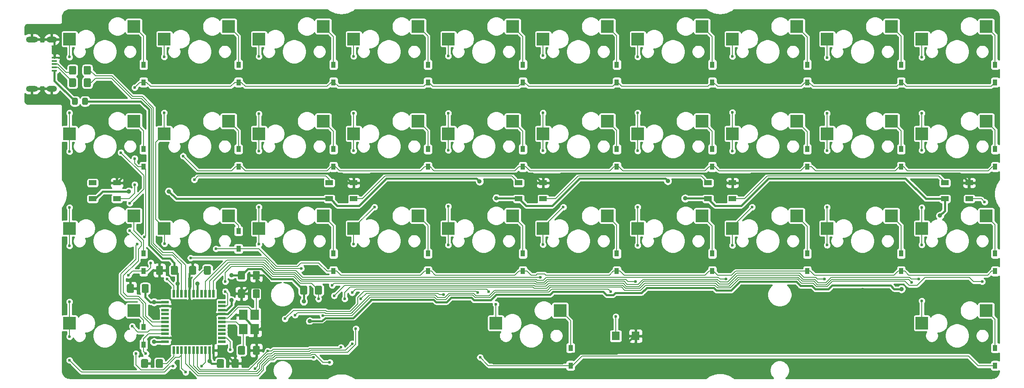
<source format=gbr>
G04 #@! TF.GenerationSoftware,KiCad,Pcbnew,(5.1.6-0-10_14)*
G04 #@! TF.CreationDate,2020-08-01T09:55:55+09:00*
G04 #@! TF.ProjectId,reviung33,72657669-756e-4673-9333-2e6b69636164,1.1.1*
G04 #@! TF.SameCoordinates,Original*
G04 #@! TF.FileFunction,Copper,L2,Bot*
G04 #@! TF.FilePolarity,Positive*
%FSLAX46Y46*%
G04 Gerber Fmt 4.6, Leading zero omitted, Abs format (unit mm)*
G04 Created by KiCad (PCBNEW (5.1.6-0-10_14)) date 2020-08-01 09:55:55*
%MOMM*%
%LPD*%
G01*
G04 APERTURE LIST*
G04 #@! TA.AperFunction,SMDPad,CuDef*
%ADD10R,2.550000X2.500000*%
G04 #@! TD*
G04 #@! TA.AperFunction,SMDPad,CuDef*
%ADD11R,0.950000X1.300000*%
G04 #@! TD*
G04 #@! TA.AperFunction,SMDPad,CuDef*
%ADD12R,1.500000X1.000000*%
G04 #@! TD*
G04 #@! TA.AperFunction,SMDPad,CuDef*
%ADD13R,0.550000X1.500000*%
G04 #@! TD*
G04 #@! TA.AperFunction,SMDPad,CuDef*
%ADD14R,1.500000X0.550000*%
G04 #@! TD*
G04 #@! TA.AperFunction,SMDPad,CuDef*
%ADD15R,1.800000X2.100000*%
G04 #@! TD*
G04 #@! TA.AperFunction,ComponentPad*
%ADD16O,2.400000X1.200000*%
G04 #@! TD*
G04 #@! TA.AperFunction,ComponentPad*
%ADD17O,2.100000X1.200000*%
G04 #@! TD*
G04 #@! TA.AperFunction,SMDPad,CuDef*
%ADD18R,1.100000X0.400000*%
G04 #@! TD*
G04 #@! TA.AperFunction,SMDPad,CuDef*
%ADD19R,1.600000X1.700000*%
G04 #@! TD*
G04 #@! TA.AperFunction,ViaPad*
%ADD20C,0.900000*%
G04 #@! TD*
G04 #@! TA.AperFunction,ViaPad*
%ADD21C,0.600000*%
G04 #@! TD*
G04 #@! TA.AperFunction,Conductor*
%ADD22C,0.400000*%
G04 #@! TD*
G04 #@! TA.AperFunction,Conductor*
%ADD23C,0.200000*%
G04 #@! TD*
G04 #@! TA.AperFunction,Conductor*
%ADD24C,0.254000*%
G04 #@! TD*
G04 APERTURE END LIST*
D10*
X46965000Y-32460000D03*
X59892000Y-29920000D03*
X126602000Y-87070000D03*
X113675000Y-89610000D03*
X97992000Y-48970000D03*
X85065000Y-51510000D03*
X27915000Y-89610000D03*
X40842000Y-87070000D03*
G04 #@! TA.AperFunction,SMDPad,CuDef*
G36*
G01*
X57550000Y-98375000D02*
X57550000Y-97125000D01*
G75*
G02*
X57800000Y-96875000I250000J0D01*
G01*
X58725000Y-96875000D01*
G75*
G02*
X58975000Y-97125000I0J-250000D01*
G01*
X58975000Y-98375000D01*
G75*
G02*
X58725000Y-98625000I-250000J0D01*
G01*
X57800000Y-98625000D01*
G75*
G02*
X57550000Y-98375000I0J250000D01*
G01*
G37*
G04 #@! TD.AperFunction*
G04 #@! TA.AperFunction,SMDPad,CuDef*
G36*
G01*
X60525000Y-98375000D02*
X60525000Y-97125000D01*
G75*
G02*
X60775000Y-96875000I250000J0D01*
G01*
X61700000Y-96875000D01*
G75*
G02*
X61950000Y-97125000I0J-250000D01*
G01*
X61950000Y-98375000D01*
G75*
G02*
X61700000Y-98625000I-250000J0D01*
G01*
X60775000Y-98625000D01*
G75*
G02*
X60525000Y-98375000I0J250000D01*
G01*
G37*
G04 #@! TD.AperFunction*
G04 #@! TA.AperFunction,SMDPad,CuDef*
G36*
G01*
X46725000Y-78375000D02*
X46725000Y-79625000D01*
G75*
G02*
X46475000Y-79875000I-250000J0D01*
G01*
X45550000Y-79875000D01*
G75*
G02*
X45300000Y-79625000I0J250000D01*
G01*
X45300000Y-78375000D01*
G75*
G02*
X45550000Y-78125000I250000J0D01*
G01*
X46475000Y-78125000D01*
G75*
G02*
X46725000Y-78375000I0J-250000D01*
G01*
G37*
G04 #@! TD.AperFunction*
G04 #@! TA.AperFunction,SMDPad,CuDef*
G36*
G01*
X49700000Y-78375000D02*
X49700000Y-79625000D01*
G75*
G02*
X49450000Y-79875000I-250000J0D01*
G01*
X48525000Y-79875000D01*
G75*
G02*
X48275000Y-79625000I0J250000D01*
G01*
X48275000Y-78375000D01*
G75*
G02*
X48525000Y-78125000I250000J0D01*
G01*
X49450000Y-78125000D01*
G75*
G02*
X49700000Y-78375000I0J-250000D01*
G01*
G37*
G04 #@! TD.AperFunction*
G04 #@! TA.AperFunction,SMDPad,CuDef*
G36*
G01*
X53375000Y-78375000D02*
X53375000Y-79625000D01*
G75*
G02*
X53125000Y-79875000I-250000J0D01*
G01*
X52200000Y-79875000D01*
G75*
G02*
X51950000Y-79625000I0J250000D01*
G01*
X51950000Y-78375000D01*
G75*
G02*
X52200000Y-78125000I250000J0D01*
G01*
X53125000Y-78125000D01*
G75*
G02*
X53375000Y-78375000I0J-250000D01*
G01*
G37*
G04 #@! TD.AperFunction*
G04 #@! TA.AperFunction,SMDPad,CuDef*
G36*
G01*
X56350000Y-78375000D02*
X56350000Y-79625000D01*
G75*
G02*
X56100000Y-79875000I-250000J0D01*
G01*
X55175000Y-79875000D01*
G75*
G02*
X54925000Y-79625000I0J250000D01*
G01*
X54925000Y-78375000D01*
G75*
G02*
X55175000Y-78125000I250000J0D01*
G01*
X56100000Y-78125000D01*
G75*
G02*
X56350000Y-78375000I0J-250000D01*
G01*
G37*
G04 #@! TD.AperFunction*
G04 #@! TA.AperFunction,SMDPad,CuDef*
G36*
G01*
X66200000Y-94475000D02*
X66200000Y-95725000D01*
G75*
G02*
X65950000Y-95975000I-250000J0D01*
G01*
X65025000Y-95975000D01*
G75*
G02*
X64775000Y-95725000I0J250000D01*
G01*
X64775000Y-94475000D01*
G75*
G02*
X65025000Y-94225000I250000J0D01*
G01*
X65950000Y-94225000D01*
G75*
G02*
X66200000Y-94475000I0J-250000D01*
G01*
G37*
G04 #@! TD.AperFunction*
G04 #@! TA.AperFunction,SMDPad,CuDef*
G36*
G01*
X63225000Y-94475000D02*
X63225000Y-95725000D01*
G75*
G02*
X62975000Y-95975000I-250000J0D01*
G01*
X62050000Y-95975000D01*
G75*
G02*
X61800000Y-95725000I0J250000D01*
G01*
X61800000Y-94475000D01*
G75*
G02*
X62050000Y-94225000I250000J0D01*
G01*
X62975000Y-94225000D01*
G75*
G02*
X63225000Y-94475000I0J-250000D01*
G01*
G37*
G04 #@! TD.AperFunction*
G04 #@! TA.AperFunction,SMDPad,CuDef*
G36*
G01*
X63225000Y-83075000D02*
X63225000Y-84325000D01*
G75*
G02*
X62975000Y-84575000I-250000J0D01*
G01*
X62050000Y-84575000D01*
G75*
G02*
X61800000Y-84325000I0J250000D01*
G01*
X61800000Y-83075000D01*
G75*
G02*
X62050000Y-82825000I250000J0D01*
G01*
X62975000Y-82825000D01*
G75*
G02*
X63225000Y-83075000I0J-250000D01*
G01*
G37*
G04 #@! TD.AperFunction*
G04 #@! TA.AperFunction,SMDPad,CuDef*
G36*
G01*
X66200000Y-83075000D02*
X66200000Y-84325000D01*
G75*
G02*
X65950000Y-84575000I-250000J0D01*
G01*
X65025000Y-84575000D01*
G75*
G02*
X64775000Y-84325000I0J250000D01*
G01*
X64775000Y-83075000D01*
G75*
G02*
X65025000Y-82825000I250000J0D01*
G01*
X65950000Y-82825000D01*
G75*
G02*
X66200000Y-83075000I0J-250000D01*
G01*
G37*
G04 #@! TD.AperFunction*
D11*
X42800000Y-37625000D03*
X42800000Y-41175000D03*
X61900000Y-37625000D03*
X61900000Y-41175000D03*
X81000000Y-37625000D03*
X81000000Y-41175000D03*
X100000000Y-41175000D03*
X100000000Y-37625000D03*
X119100000Y-41175000D03*
X119100000Y-37625000D03*
X138000000Y-41175000D03*
X138000000Y-37625000D03*
X157200000Y-41175000D03*
X157200000Y-37625000D03*
X176300000Y-41175000D03*
X176300000Y-37625000D03*
X195200000Y-37625000D03*
X195200000Y-41175000D03*
X214100000Y-41175000D03*
X214100000Y-37625000D03*
X42800000Y-54625000D03*
X42800000Y-58175000D03*
X61900000Y-54625000D03*
X61900000Y-58175000D03*
X81000000Y-54625000D03*
X81000000Y-58175000D03*
X100000000Y-58175000D03*
X100000000Y-54625000D03*
X119100000Y-58175000D03*
X119100000Y-54625000D03*
X138000000Y-58175000D03*
X138000000Y-54625000D03*
X157200000Y-54625000D03*
X157200000Y-58175000D03*
X176300000Y-58175000D03*
X176300000Y-54625000D03*
X195200000Y-58175000D03*
X195200000Y-54625000D03*
X214100000Y-58175000D03*
X214100000Y-54625000D03*
X42800000Y-75625000D03*
X42800000Y-79175000D03*
X61900000Y-71100000D03*
X61900000Y-74650000D03*
X81000000Y-75625000D03*
X81000000Y-79175000D03*
X100000000Y-79175000D03*
X100000000Y-75625000D03*
X119100000Y-79175000D03*
X119100000Y-75625000D03*
X138000000Y-79175000D03*
X138000000Y-75625000D03*
X157200000Y-79175000D03*
X157200000Y-75625000D03*
X176300000Y-79175000D03*
X176300000Y-75625000D03*
X195200000Y-75625000D03*
X195200000Y-79175000D03*
X214100000Y-75625000D03*
X214100000Y-79175000D03*
X42800000Y-90375000D03*
X42800000Y-93925000D03*
X128700000Y-94625000D03*
X128700000Y-98175000D03*
X214100000Y-98175000D03*
X214100000Y-94625000D03*
G04 #@! TA.AperFunction,SMDPad,CuDef*
G36*
G01*
X31600000Y-44549999D02*
X31600000Y-45450001D01*
G75*
G02*
X31350001Y-45700000I-249999J0D01*
G01*
X30699999Y-45700000D01*
G75*
G02*
X30450000Y-45450001I0J249999D01*
G01*
X30450000Y-44549999D01*
G75*
G02*
X30699999Y-44300000I249999J0D01*
G01*
X31350001Y-44300000D01*
G75*
G02*
X31600000Y-44549999I0J-249999D01*
G01*
G37*
G04 #@! TD.AperFunction*
G04 #@! TA.AperFunction,SMDPad,CuDef*
G36*
G01*
X29550000Y-44549999D02*
X29550000Y-45450001D01*
G75*
G02*
X29300001Y-45700000I-249999J0D01*
G01*
X28649999Y-45700000D01*
G75*
G02*
X28400000Y-45450001I0J249999D01*
G01*
X28400000Y-44549999D01*
G75*
G02*
X28649999Y-44300000I249999J0D01*
G01*
X29300001Y-44300000D01*
G75*
G02*
X29550000Y-44549999I0J-249999D01*
G01*
G37*
G04 #@! TD.AperFunction*
G04 #@! TA.AperFunction,SMDPad,CuDef*
G36*
G01*
X32200000Y-38125000D02*
X32200000Y-39375000D01*
G75*
G02*
X31950000Y-39625000I-250000J0D01*
G01*
X31025000Y-39625000D01*
G75*
G02*
X30775000Y-39375000I0J250000D01*
G01*
X30775000Y-38125000D01*
G75*
G02*
X31025000Y-37875000I250000J0D01*
G01*
X31950000Y-37875000D01*
G75*
G02*
X32200000Y-38125000I0J-250000D01*
G01*
G37*
G04 #@! TD.AperFunction*
G04 #@! TA.AperFunction,SMDPad,CuDef*
G36*
G01*
X29225000Y-38125000D02*
X29225000Y-39375000D01*
G75*
G02*
X28975000Y-39625000I-250000J0D01*
G01*
X28050000Y-39625000D01*
G75*
G02*
X27800000Y-39375000I0J250000D01*
G01*
X27800000Y-38125000D01*
G75*
G02*
X28050000Y-37875000I250000J0D01*
G01*
X28975000Y-37875000D01*
G75*
G02*
X29225000Y-38125000I0J-250000D01*
G01*
G37*
G04 #@! TD.AperFunction*
G04 #@! TA.AperFunction,SMDPad,CuDef*
G36*
G01*
X29225000Y-40625000D02*
X29225000Y-41875000D01*
G75*
G02*
X28975000Y-42125000I-250000J0D01*
G01*
X28050000Y-42125000D01*
G75*
G02*
X27800000Y-41875000I0J250000D01*
G01*
X27800000Y-40625000D01*
G75*
G02*
X28050000Y-40375000I250000J0D01*
G01*
X28975000Y-40375000D01*
G75*
G02*
X29225000Y-40625000I0J-250000D01*
G01*
G37*
G04 #@! TD.AperFunction*
G04 #@! TA.AperFunction,SMDPad,CuDef*
G36*
G01*
X32200000Y-40625000D02*
X32200000Y-41875000D01*
G75*
G02*
X31950000Y-42125000I-250000J0D01*
G01*
X31025000Y-42125000D01*
G75*
G02*
X30775000Y-41875000I0J250000D01*
G01*
X30775000Y-40625000D01*
G75*
G02*
X31025000Y-40375000I250000J0D01*
G01*
X31950000Y-40375000D01*
G75*
G02*
X32200000Y-40625000I0J-250000D01*
G01*
G37*
G04 #@! TD.AperFunction*
G04 #@! TA.AperFunction,SMDPad,CuDef*
G36*
G01*
X75725000Y-82375000D02*
X75725000Y-83625000D01*
G75*
G02*
X75475000Y-83875000I-250000J0D01*
G01*
X74550000Y-83875000D01*
G75*
G02*
X74300000Y-83625000I0J250000D01*
G01*
X74300000Y-82375000D01*
G75*
G02*
X74550000Y-82125000I250000J0D01*
G01*
X75475000Y-82125000D01*
G75*
G02*
X75725000Y-82375000I0J-250000D01*
G01*
G37*
G04 #@! TD.AperFunction*
G04 #@! TA.AperFunction,SMDPad,CuDef*
G36*
G01*
X78700000Y-82375000D02*
X78700000Y-83625000D01*
G75*
G02*
X78450000Y-83875000I-250000J0D01*
G01*
X77525000Y-83875000D01*
G75*
G02*
X77275000Y-83625000I0J250000D01*
G01*
X77275000Y-82375000D01*
G75*
G02*
X77525000Y-82125000I250000J0D01*
G01*
X78450000Y-82125000D01*
G75*
G02*
X78700000Y-82375000I0J-250000D01*
G01*
G37*
G04 #@! TD.AperFunction*
G04 #@! TA.AperFunction,SMDPad,CuDef*
G36*
G01*
X42300000Y-98375000D02*
X42300000Y-97125000D01*
G75*
G02*
X42550000Y-96875000I250000J0D01*
G01*
X43475000Y-96875000D01*
G75*
G02*
X43725000Y-97125000I0J-250000D01*
G01*
X43725000Y-98375000D01*
G75*
G02*
X43475000Y-98625000I-250000J0D01*
G01*
X42550000Y-98625000D01*
G75*
G02*
X42300000Y-98375000I0J250000D01*
G01*
G37*
G04 #@! TD.AperFunction*
G04 #@! TA.AperFunction,SMDPad,CuDef*
G36*
G01*
X45275000Y-98375000D02*
X45275000Y-97125000D01*
G75*
G02*
X45525000Y-96875000I250000J0D01*
G01*
X46450000Y-96875000D01*
G75*
G02*
X46700000Y-97125000I0J-250000D01*
G01*
X46700000Y-98375000D01*
G75*
G02*
X46450000Y-98625000I-250000J0D01*
G01*
X45525000Y-98625000D01*
G75*
G02*
X45275000Y-98375000I0J250000D01*
G01*
G37*
G04 #@! TD.AperFunction*
D10*
X27915000Y-32460000D03*
X40842000Y-29920000D03*
X66015000Y-32460000D03*
X78942000Y-29920000D03*
X97992000Y-29920000D03*
X85065000Y-32460000D03*
X117042000Y-29920000D03*
X104115000Y-32460000D03*
X136092000Y-29920000D03*
X123165000Y-32460000D03*
X155142000Y-29920000D03*
X142215000Y-32460000D03*
X161265000Y-32460000D03*
X174192000Y-29920000D03*
X193242000Y-29920000D03*
X180315000Y-32460000D03*
X212292000Y-29920000D03*
X199365000Y-32460000D03*
X27915000Y-51510000D03*
X40842000Y-48970000D03*
X46965000Y-51510000D03*
X59892000Y-48970000D03*
X66015000Y-51510000D03*
X78942000Y-48970000D03*
X117042000Y-48970000D03*
X104115000Y-51510000D03*
X136092000Y-48970000D03*
X123165000Y-51510000D03*
X155142000Y-48970000D03*
X142215000Y-51510000D03*
X174192000Y-48970000D03*
X161265000Y-51510000D03*
X193242000Y-48970000D03*
X180315000Y-51510000D03*
X199365000Y-51510000D03*
X212292000Y-48970000D03*
X27915000Y-70560000D03*
X40842000Y-68020000D03*
X46965000Y-70560000D03*
X59892000Y-68020000D03*
X66015000Y-70560000D03*
X78942000Y-68020000D03*
X97992000Y-68020000D03*
X85065000Y-70560000D03*
X104115000Y-70560000D03*
X117042000Y-68020000D03*
X136092000Y-68020000D03*
X123165000Y-70560000D03*
X155142000Y-68020000D03*
X142215000Y-70560000D03*
X161265000Y-70560000D03*
X174192000Y-68020000D03*
X180315000Y-70560000D03*
X193242000Y-68020000D03*
X212292000Y-68020000D03*
X199365000Y-70560000D03*
X212292000Y-87070000D03*
X199365000Y-89610000D03*
D12*
X208900000Y-61400000D03*
X208900000Y-64600000D03*
X204000000Y-61400000D03*
X204000000Y-64600000D03*
X156350000Y-64600000D03*
X156350000Y-61400000D03*
X161250000Y-64600000D03*
X161250000Y-61400000D03*
X123160000Y-61400000D03*
X123160000Y-64600000D03*
X118260000Y-61400000D03*
X118260000Y-64600000D03*
X80150000Y-64600000D03*
X80150000Y-61400000D03*
X85050000Y-64600000D03*
X85050000Y-61400000D03*
X37450000Y-61400000D03*
X37450000Y-64600000D03*
X32550000Y-61400000D03*
X32550000Y-64600000D03*
G04 #@! TA.AperFunction,SMDPad,CuDef*
G36*
G01*
X64775000Y-80625000D02*
X64775000Y-79375000D01*
G75*
G02*
X65025000Y-79125000I250000J0D01*
G01*
X65950000Y-79125000D01*
G75*
G02*
X66200000Y-79375000I0J-250000D01*
G01*
X66200000Y-80625000D01*
G75*
G02*
X65950000Y-80875000I-250000J0D01*
G01*
X65025000Y-80875000D01*
G75*
G02*
X64775000Y-80625000I0J250000D01*
G01*
G37*
G04 #@! TD.AperFunction*
G04 #@! TA.AperFunction,SMDPad,CuDef*
G36*
G01*
X61800000Y-80625000D02*
X61800000Y-79375000D01*
G75*
G02*
X62050000Y-79125000I250000J0D01*
G01*
X62975000Y-79125000D01*
G75*
G02*
X63225000Y-79375000I0J-250000D01*
G01*
X63225000Y-80625000D01*
G75*
G02*
X62975000Y-80875000I-250000J0D01*
G01*
X62050000Y-80875000D01*
G75*
G02*
X61800000Y-80625000I0J250000D01*
G01*
G37*
G04 #@! TD.AperFunction*
G04 #@! TA.AperFunction,SMDPad,CuDef*
G36*
G01*
X43850000Y-82025000D02*
X43850000Y-83275000D01*
G75*
G02*
X43600000Y-83525000I-250000J0D01*
G01*
X42675000Y-83525000D01*
G75*
G02*
X42425000Y-83275000I0J250000D01*
G01*
X42425000Y-82025000D01*
G75*
G02*
X42675000Y-81775000I250000J0D01*
G01*
X43600000Y-81775000D01*
G75*
G02*
X43850000Y-82025000I0J-250000D01*
G01*
G37*
G04 #@! TD.AperFunction*
G04 #@! TA.AperFunction,SMDPad,CuDef*
G36*
G01*
X40875000Y-82025000D02*
X40875000Y-83275000D01*
G75*
G02*
X40625000Y-83525000I-250000J0D01*
G01*
X39700000Y-83525000D01*
G75*
G02*
X39450000Y-83275000I0J250000D01*
G01*
X39450000Y-82025000D01*
G75*
G02*
X39700000Y-81775000I250000J0D01*
G01*
X40625000Y-81775000D01*
G75*
G02*
X40875000Y-82025000I0J-250000D01*
G01*
G37*
G04 #@! TD.AperFunction*
D13*
X48850000Y-83700000D03*
X49650000Y-83700000D03*
X50450000Y-83700000D03*
X51250000Y-83700000D03*
X52050000Y-83700000D03*
X52850000Y-83700000D03*
X53650000Y-83700000D03*
X54450000Y-83700000D03*
X55250000Y-83700000D03*
X56050000Y-83700000D03*
X56850000Y-83700000D03*
D14*
X58550000Y-85400000D03*
X58550000Y-86200000D03*
X58550000Y-87000000D03*
X58550000Y-87800000D03*
X58550000Y-88600000D03*
X58550000Y-89400000D03*
X58550000Y-90200000D03*
X58550000Y-91000000D03*
X58550000Y-91800000D03*
X58550000Y-92600000D03*
X58550000Y-93400000D03*
D13*
X56850000Y-95100000D03*
X56050000Y-95100000D03*
X55250000Y-95100000D03*
X54450000Y-95100000D03*
X53650000Y-95100000D03*
X52850000Y-95100000D03*
X52050000Y-95100000D03*
X51250000Y-95100000D03*
X50450000Y-95100000D03*
X49650000Y-95100000D03*
X48850000Y-95100000D03*
D14*
X47150000Y-93400000D03*
X47150000Y-92600000D03*
X47150000Y-91800000D03*
X47150000Y-91000000D03*
X47150000Y-90200000D03*
X47150000Y-89400000D03*
X47150000Y-88600000D03*
X47150000Y-87800000D03*
X47150000Y-87000000D03*
X47150000Y-86200000D03*
X47150000Y-85400000D03*
D15*
X62850000Y-90850000D03*
X62850000Y-87950000D03*
X65150000Y-87950000D03*
X65150000Y-90850000D03*
D16*
X20330000Y-32570000D03*
D17*
X24330000Y-32570000D03*
D18*
X24880000Y-38820000D03*
D16*
X20330000Y-42470000D03*
D17*
X24330000Y-42470000D03*
D18*
X24880000Y-38170000D03*
X24880000Y-37520000D03*
X24880000Y-36870000D03*
X24880000Y-36220000D03*
D19*
X141780000Y-92210000D03*
X137780000Y-92210000D03*
D20*
X49650000Y-81650000D03*
X53650000Y-81650000D03*
X44900000Y-93400000D03*
X44900000Y-85400000D03*
X56050000Y-97300000D03*
X60500000Y-85000000D03*
X60500000Y-80000000D03*
X75012500Y-85237500D03*
X195250000Y-82750000D03*
X203000000Y-68000000D03*
X110400000Y-61100000D03*
X148250000Y-61000000D03*
X39850011Y-63100011D03*
X47899989Y-63100011D03*
X113775000Y-64475000D03*
X151750000Y-64500000D03*
X76250000Y-89250000D03*
D21*
X19500000Y-45000000D03*
X19500000Y-30000000D03*
X25000000Y-30000000D03*
X25250000Y-45000000D03*
X54000000Y-44500000D03*
X73250000Y-44500000D03*
X92250000Y-44500000D03*
X130250000Y-44500000D03*
X149250000Y-44500000D03*
X187500000Y-44500000D03*
X214000000Y-44500000D03*
X29500000Y-63500000D03*
X92250000Y-63500000D03*
X130250000Y-63500000D03*
X168500000Y-63500000D03*
X187500000Y-63500000D03*
X213000000Y-63500000D03*
X197000000Y-63500000D03*
X214000000Y-82750000D03*
X187500000Y-82750000D03*
X164500000Y-82750000D03*
X35000000Y-82750000D03*
X27500000Y-99750000D03*
X27500000Y-27750000D03*
X206500000Y-28000000D03*
X206500000Y-99250000D03*
X187500000Y-99250000D03*
X164500000Y-99250000D03*
X149250000Y-99250000D03*
X120750000Y-99250000D03*
X92250000Y-99250000D03*
X94500000Y-90750000D03*
X147000000Y-90750000D03*
X120750000Y-85250000D03*
X170750000Y-90750000D03*
X63500000Y-27750000D03*
X101750000Y-28000000D03*
X139750000Y-28000000D03*
X178000000Y-28000000D03*
X37750000Y-97750000D03*
X37750000Y-77500000D03*
X37000000Y-43250000D03*
D20*
X206500000Y-78250000D03*
X205250000Y-83500000D03*
X52999990Y-59500010D03*
D21*
X42000000Y-65000000D03*
D20*
X39349990Y-59500010D03*
D21*
X111250000Y-44500000D03*
X168500000Y-44500000D03*
X86750000Y-59750000D03*
X125250000Y-59750000D03*
X163500000Y-59750000D03*
X77750000Y-79500000D03*
X40000000Y-71000000D03*
X40000000Y-65500000D03*
X38250000Y-55315699D03*
X41000000Y-42250000D03*
X43000000Y-72250000D03*
X41500000Y-73750000D03*
X41000000Y-56500000D03*
X50750000Y-56000000D03*
X40500000Y-90250000D03*
X39750000Y-80000000D03*
X44250000Y-77500000D03*
X57350000Y-74650000D03*
X43250000Y-95750000D03*
X110500000Y-96500000D03*
X110000000Y-83500000D03*
X71250000Y-88750000D03*
X60250000Y-95000000D03*
X211500000Y-81250000D03*
X212000000Y-65250000D03*
X73250000Y-88000000D03*
X27915000Y-92335000D03*
X27915000Y-97085000D03*
X54500000Y-98250000D03*
X48750000Y-98250000D03*
X27915000Y-74085000D03*
X27915000Y-85335000D03*
X27915000Y-47335000D03*
X27915000Y-36085000D03*
X27915000Y-66335000D03*
X27915000Y-55085000D03*
X41250000Y-95750000D03*
X46965000Y-47285000D03*
X65250000Y-98750000D03*
X51250000Y-99500000D03*
X113675000Y-85825000D03*
X112250000Y-83250000D03*
X46965000Y-36035000D03*
X84750000Y-83500000D03*
X84750000Y-93750000D03*
X47000000Y-73638002D03*
X66000000Y-73750000D03*
X66015000Y-54985000D03*
X66015000Y-66265000D03*
X199365000Y-85135000D03*
X197333565Y-81416435D03*
X66015000Y-35985000D03*
X66015000Y-47515000D03*
X83250000Y-84750000D03*
X82500000Y-94500000D03*
X67750000Y-95250000D03*
X47500000Y-80750000D03*
X85065000Y-54935000D03*
X89250000Y-66250000D03*
X85065000Y-35935000D03*
X85065000Y-47435000D03*
X52250000Y-76500000D03*
X74512008Y-78650010D03*
X85065000Y-73685000D03*
X104115000Y-54865000D03*
X104115000Y-66135000D03*
X104115000Y-35885000D03*
X104115000Y-73885000D03*
X103125000Y-83875000D03*
X104115000Y-47385000D03*
X86500000Y-84750000D03*
X85500000Y-90750000D03*
X123165000Y-54915000D03*
X127250000Y-66250000D03*
X123165000Y-73835000D03*
X122625000Y-80375000D03*
X123165000Y-35835000D03*
X123165000Y-47335000D03*
X142215000Y-66285000D03*
X142215000Y-54965000D03*
X142215000Y-36035000D03*
X142215000Y-73965000D03*
X141750000Y-81250000D03*
X142215000Y-47285000D03*
X161265000Y-54985000D03*
X165250000Y-66250000D03*
X161265000Y-35985000D03*
X161265000Y-73985000D03*
X160000000Y-80750000D03*
X161265000Y-47235000D03*
X180315000Y-54935000D03*
X180315000Y-66315000D03*
X180315000Y-73935000D03*
X179750000Y-80750000D03*
X180315000Y-36185000D03*
X180315000Y-47435000D03*
X80750000Y-82000000D03*
X77000000Y-96500000D03*
X199365000Y-66385000D03*
X199365000Y-54865000D03*
X199365000Y-47385000D03*
X199365000Y-36135000D03*
X199365000Y-73865000D03*
X198750000Y-80750000D03*
X81149999Y-84100001D03*
X80250000Y-97500000D03*
X53000000Y-60750000D03*
X41000000Y-61750000D03*
X59250000Y-81250000D03*
X59250000Y-83250000D03*
X77987500Y-84762500D03*
X136750000Y-83250000D03*
X137780000Y-88320000D03*
X78850001Y-88100001D03*
D22*
X49650000Y-81650000D02*
X49650000Y-83700000D01*
X43867141Y-73889960D02*
X43867141Y-46639959D01*
X42227182Y-45000000D02*
X31025000Y-45000000D01*
X43867141Y-46639959D02*
X42227182Y-45000000D01*
X53650000Y-83700000D02*
X53650000Y-81650000D01*
X47150000Y-93400000D02*
X44900000Y-93400000D01*
X44900000Y-85400000D02*
X47150000Y-85400000D01*
X44900000Y-85400000D02*
X44150000Y-85400000D01*
X43137500Y-84387500D02*
X43137500Y-82650000D01*
X44150000Y-85400000D02*
X43137500Y-84387500D01*
X48987500Y-79000000D02*
X48987500Y-77512500D01*
X48111410Y-76636410D02*
X46613590Y-76636410D01*
X48987500Y-77512500D02*
X48111410Y-76636410D01*
X46613590Y-76636410D02*
X43867141Y-73889960D01*
X56050000Y-95100000D02*
X56050000Y-97300000D01*
X56500000Y-97750000D02*
X58262500Y-97750000D01*
X56050000Y-97300000D02*
X56500000Y-97750000D01*
X49650000Y-79662500D02*
X48987500Y-79000000D01*
X49650000Y-81650000D02*
X49650000Y-79662500D01*
X63787510Y-78724990D02*
X62512500Y-80000000D01*
X66474990Y-78724990D02*
X63787510Y-78724990D01*
X68500000Y-80750000D02*
X66474990Y-78724990D01*
X72775000Y-80750000D02*
X68500000Y-80750000D01*
X58550000Y-87000000D02*
X59500000Y-87000000D01*
X60500000Y-86000000D02*
X60500000Y-85000000D01*
X59500000Y-87000000D02*
X60500000Y-86000000D01*
X62512500Y-80000000D02*
X60500000Y-80000000D01*
X72775000Y-80762500D02*
X75012500Y-83000000D01*
X72775000Y-80750000D02*
X72775000Y-80762500D01*
X75012500Y-83000000D02*
X75012500Y-85237500D01*
X204000000Y-67000000D02*
X203000000Y-68000000D01*
X91619972Y-60500030D02*
X86120001Y-66000001D01*
X109800030Y-60500030D02*
X91619972Y-60500030D01*
X110400000Y-61100000D02*
X109800030Y-60500030D01*
X39850011Y-63100011D02*
X34549989Y-63100011D01*
X204000000Y-67000000D02*
X204000000Y-64600000D01*
X200150000Y-64600000D02*
X204000000Y-64600000D01*
X156350000Y-64600000D02*
X157750001Y-66000001D01*
X196050020Y-60500020D02*
X200150000Y-64600000D01*
X168499980Y-60500020D02*
X196050020Y-60500020D01*
X162999999Y-66000001D02*
X168499980Y-60500020D01*
X157750001Y-66000001D02*
X162999999Y-66000001D01*
X147750030Y-60500030D02*
X148250000Y-61000000D01*
X119750001Y-66000001D02*
X124999999Y-66000001D01*
X118350000Y-64600000D02*
X119750001Y-66000001D01*
X130499970Y-60500030D02*
X147750030Y-60500030D01*
X124999999Y-66000001D02*
X130499970Y-60500030D01*
X118260000Y-64600000D02*
X118350000Y-64600000D01*
X118135000Y-64475000D02*
X118260000Y-64600000D01*
X113775000Y-64475000D02*
X118135000Y-64475000D01*
X156250000Y-64500000D02*
X156350000Y-64600000D01*
X151750000Y-64500000D02*
X156250000Y-64500000D01*
X80150000Y-64600000D02*
X80350000Y-64600000D01*
X80350000Y-64600000D02*
X81750001Y-66000001D01*
X86120001Y-66000001D02*
X81750001Y-66000001D01*
X49399978Y-64600000D02*
X47899989Y-63100011D01*
X80150000Y-64600000D02*
X49399978Y-64600000D01*
X33050000Y-64600000D02*
X34549989Y-63100011D01*
X32550000Y-64600000D02*
X33050000Y-64600000D01*
X181288519Y-82049999D02*
X193049999Y-82049999D01*
X180538488Y-82800030D02*
X181288519Y-82049999D01*
X177961513Y-82800030D02*
X180538488Y-82800030D01*
X174120836Y-81275050D02*
X174945835Y-82100050D01*
X144038487Y-82500060D02*
X157512974Y-82500060D01*
X137699961Y-83550039D02*
X142988507Y-83550039D01*
X162974950Y-81275050D02*
X174120836Y-81275050D01*
X78736004Y-89250000D02*
X79385993Y-88600011D01*
X137299999Y-83950001D02*
X137699961Y-83550039D01*
X135899921Y-83950001D02*
X137299999Y-83950001D01*
X174945835Y-82100050D02*
X177261534Y-82100050D01*
X108750110Y-84500110D02*
X109250021Y-85000021D01*
X124557052Y-83900068D02*
X125157040Y-83300080D01*
X113760753Y-83900068D02*
X124557052Y-83900068D01*
X158062955Y-83050041D02*
X160992179Y-83050041D01*
X109250021Y-85000021D02*
X112660800Y-85000021D01*
X135250000Y-83300080D02*
X135899921Y-83950001D01*
X125157040Y-83300080D02*
X135250000Y-83300080D01*
X88500000Y-85036529D02*
X88500000Y-85022818D01*
X177261534Y-82100050D02*
X177961513Y-82800030D01*
X104660710Y-84500110D02*
X108750110Y-84500110D01*
X157512974Y-82500060D02*
X158062955Y-83050041D01*
X101127301Y-84900120D02*
X101602202Y-85375021D01*
X76250000Y-89250000D02*
X78736004Y-89250000D01*
X142988507Y-83550039D02*
X144038487Y-82500060D01*
X84936517Y-88600011D02*
X88500000Y-85036529D01*
X193750000Y-82750000D02*
X195250000Y-82750000D01*
X101602202Y-85375021D02*
X103785799Y-85375021D01*
X162750000Y-81292220D02*
X162957780Y-81292220D01*
X112660800Y-85000021D02*
X113760753Y-83900068D01*
X88622698Y-84900120D02*
X101127301Y-84900120D01*
X79385993Y-88600011D02*
X84936517Y-88600011D01*
X103785799Y-85375021D02*
X104660710Y-84500110D01*
X193049999Y-82049999D02*
X193750000Y-82750000D01*
X162957780Y-81292220D02*
X162974950Y-81275050D01*
X160992179Y-83050041D02*
X162750000Y-81292220D01*
X88500000Y-85022818D02*
X88622698Y-84900120D01*
X62850000Y-88320002D02*
X62850000Y-87950000D01*
X65150000Y-90620002D02*
X62850000Y-88320002D01*
X65150000Y-90850000D02*
X65150000Y-90620002D01*
X65487500Y-91187500D02*
X65150000Y-90850000D01*
X65487500Y-95100000D02*
X65487500Y-91187500D01*
X59700000Y-87800000D02*
X62512500Y-84987500D01*
X62512500Y-84987500D02*
X62512500Y-83700000D01*
X58550000Y-87800000D02*
X59700000Y-87800000D01*
X65150000Y-90850000D02*
X65700000Y-90850000D01*
X52050000Y-79612500D02*
X52662500Y-79000000D01*
X52050000Y-83700000D02*
X52050000Y-79612500D01*
X66219246Y-82424990D02*
X66600010Y-82805754D01*
X63787510Y-82424990D02*
X66219246Y-82424990D01*
X62512500Y-83700000D02*
X63787510Y-82424990D01*
X66200000Y-90850000D02*
X65150000Y-90850000D01*
X66600010Y-90449990D02*
X66200000Y-90850000D01*
X52050000Y-84850000D02*
X50700000Y-86200000D01*
X52050000Y-83700000D02*
X52050000Y-84850000D01*
X57604998Y-87800000D02*
X56850000Y-88554998D01*
X58550000Y-87800000D02*
X57604998Y-87800000D01*
X47150000Y-92600000D02*
X50100000Y-92600000D01*
X50700000Y-92000000D02*
X50700000Y-86200000D01*
X50100000Y-92600000D02*
X50700000Y-92000000D01*
X52050000Y-84850000D02*
X56850000Y-89650000D01*
X56850000Y-89650000D02*
X56850000Y-95100000D01*
X56850000Y-88554998D02*
X56850000Y-89650000D01*
X24880000Y-33120000D02*
X24330000Y-32570000D01*
X24880000Y-36220000D02*
X24880000Y-33120000D01*
X58587500Y-95100000D02*
X61237500Y-97750000D01*
X56850000Y-95100000D02*
X58587500Y-95100000D01*
X61237500Y-97750000D02*
X64500000Y-97750000D01*
X65487500Y-96762500D02*
X65487500Y-95100000D01*
X64500000Y-97750000D02*
X65487500Y-96762500D01*
X46012500Y-82607502D02*
X49604998Y-86200000D01*
X46012500Y-79000000D02*
X46012500Y-82607502D01*
X49700000Y-86200000D02*
X47150000Y-86200000D01*
X49604998Y-86200000D02*
X49700000Y-86200000D01*
X50700000Y-86200000D02*
X49700000Y-86200000D01*
X66600010Y-82805754D02*
X66600010Y-83100010D01*
X66600010Y-83100010D02*
X66600010Y-90449990D01*
X65487500Y-80737500D02*
X66600010Y-81850010D01*
X65487500Y-80000000D02*
X65487500Y-80737500D01*
X66600010Y-83100010D02*
X66600010Y-81850010D01*
X141480000Y-92210000D02*
X141480000Y-92270000D01*
X127075010Y-97674990D02*
X113174990Y-97674990D01*
X129000010Y-95749990D02*
X127075010Y-97674990D01*
X137940010Y-95749990D02*
X129000010Y-95749990D01*
X141480000Y-92210000D02*
X137940010Y-95749990D01*
X110375000Y-94875000D02*
X109750000Y-94250000D01*
X113174990Y-97674990D02*
X110375000Y-94875000D01*
X206000000Y-68500000D02*
X209500000Y-72000000D01*
X209500000Y-72000000D02*
X209500000Y-75250000D01*
X209500000Y-75250000D02*
X206500000Y-78250000D01*
X204800001Y-83949999D02*
X181050001Y-83949999D01*
X205250000Y-83500000D02*
X204800001Y-83949999D01*
X172790000Y-92210000D02*
X141480000Y-92210000D01*
X181050001Y-83949999D02*
X172790000Y-92210000D01*
X61250010Y-59500010D02*
X52999990Y-59500010D01*
X61250010Y-59500010D02*
X58000010Y-59500010D01*
X206000000Y-66250000D02*
X206000000Y-65529998D01*
X206000000Y-65529998D02*
X208750000Y-62779998D01*
X206000000Y-64800000D02*
X206000000Y-66250000D01*
X206000000Y-66250000D02*
X206000000Y-68500000D01*
X208750000Y-61550000D02*
X208900000Y-61400000D01*
X208750000Y-62779998D02*
X208750000Y-61550000D01*
X208900000Y-61400000D02*
X207000000Y-59500000D01*
X205500000Y-59500000D02*
X165050000Y-59500000D01*
X207000000Y-59500000D02*
X205500000Y-59500000D01*
X206250000Y-59500000D02*
X205500000Y-59500000D01*
X163150000Y-61400000D02*
X161250000Y-61400000D01*
X165050000Y-59500000D02*
X163150000Y-61400000D01*
X158250010Y-59500010D02*
X126799990Y-59500010D01*
X160150000Y-61400000D02*
X158250010Y-59500010D01*
X161250000Y-61400000D02*
X160150000Y-61400000D01*
X124900000Y-61400000D02*
X126799990Y-59500010D01*
X123160000Y-61400000D02*
X124900000Y-61400000D01*
X123160000Y-61400000D02*
X122900000Y-61400000D01*
X122900000Y-61400000D02*
X121000010Y-59500010D01*
X121000010Y-59500010D02*
X120000010Y-59500010D01*
X120500010Y-59500010D02*
X120000010Y-59500010D01*
X86600000Y-61400000D02*
X88499990Y-59500010D01*
X88499990Y-59500010D02*
X120000010Y-59500010D01*
X85050000Y-61400000D02*
X86600000Y-61400000D01*
X84613998Y-61400000D02*
X85050000Y-61400000D01*
X82714008Y-59500010D02*
X84613998Y-61400000D01*
X61250010Y-59500010D02*
X82714008Y-59500010D01*
X39349990Y-59500010D02*
X37450000Y-61400000D01*
X78984537Y-89850009D02*
X79584546Y-89250000D01*
X76899990Y-89850010D02*
X78984537Y-89850009D01*
X79584546Y-89250000D02*
X104750000Y-89250000D01*
X76649999Y-90100001D02*
X76899990Y-89850010D01*
X70465457Y-90100001D02*
X76649999Y-90100001D01*
X68000000Y-87634544D02*
X70465457Y-90100001D01*
X68000000Y-81098542D02*
X68000000Y-87634544D01*
X104750000Y-89250000D02*
X110375000Y-94875000D01*
X66901458Y-80000000D02*
X68000000Y-81098542D01*
X65487500Y-80000000D02*
X66901458Y-80000000D01*
D23*
X42800000Y-31878000D02*
X40842000Y-29920000D01*
X42800000Y-37625000D02*
X42800000Y-31878000D01*
X43250000Y-88184302D02*
X43250000Y-85684302D01*
X44465698Y-89400000D02*
X43250000Y-88184302D01*
X47150000Y-89400000D02*
X44465698Y-89400000D01*
X43250000Y-85684302D02*
X41815698Y-84250000D01*
X41815698Y-84250000D02*
X39500000Y-84250000D01*
X39500000Y-84250000D02*
X38750000Y-83500000D01*
X38750000Y-80111998D02*
X41611998Y-77250000D01*
X38750000Y-83500000D02*
X38750000Y-80111998D01*
X38750000Y-80111998D02*
X41750000Y-77111998D01*
X41750000Y-77111998D02*
X41750000Y-74750000D01*
X41750000Y-74750000D02*
X42399990Y-74100010D01*
X42399990Y-74100010D02*
X42399990Y-73500000D01*
X42399990Y-74100010D02*
X42399990Y-73399990D01*
X42399990Y-73399990D02*
X40000000Y-71000000D01*
X81000000Y-41175000D02*
X81175000Y-41175000D01*
X81175000Y-41175000D02*
X82000000Y-42000000D01*
X99175000Y-42000000D02*
X100000000Y-41175000D01*
X82000000Y-42000000D02*
X99175000Y-42000000D01*
X100000000Y-41175000D02*
X100175000Y-41175000D01*
X100175000Y-41175000D02*
X101000000Y-42000000D01*
X118275000Y-42000000D02*
X119100000Y-41175000D01*
X101000000Y-42000000D02*
X118275000Y-42000000D01*
X119100000Y-41175000D02*
X119175000Y-41175000D01*
X119100000Y-41175000D02*
X119425000Y-41175000D01*
X119425000Y-41175000D02*
X120250000Y-42000000D01*
X137175000Y-42000000D02*
X138000000Y-41175000D01*
X120250000Y-42000000D02*
X137175000Y-42000000D01*
X138000000Y-41175000D02*
X138175000Y-41175000D01*
X138175000Y-41175000D02*
X139000000Y-42000000D01*
X156375000Y-42000000D02*
X157200000Y-41175000D01*
X139000000Y-42000000D02*
X156375000Y-42000000D01*
X157200000Y-41175000D02*
X157425000Y-41175000D01*
X175925000Y-41175000D02*
X176300000Y-41175000D01*
X176300000Y-41175000D02*
X176675000Y-41175000D01*
X176675000Y-41175000D02*
X177500000Y-42000000D01*
X194375000Y-42000000D02*
X195200000Y-41175000D01*
X177500000Y-42000000D02*
X194375000Y-42000000D01*
X157425000Y-41175000D02*
X158250000Y-42000000D01*
X175100000Y-42000000D02*
X175925000Y-41175000D01*
X158250000Y-42000000D02*
X175100000Y-42000000D01*
X195200000Y-41175000D02*
X195425000Y-41175000D01*
X195425000Y-41175000D02*
X196250000Y-42000000D01*
X213275000Y-42000000D02*
X214100000Y-41175000D01*
X196250000Y-42000000D02*
X213275000Y-42000000D01*
X40000000Y-65500000D02*
X42849990Y-62650010D01*
X42849990Y-62650010D02*
X42849990Y-59915689D01*
X42849990Y-59915689D02*
X38250000Y-55315699D01*
X80575000Y-41175000D02*
X81000000Y-41175000D01*
X79750010Y-41999990D02*
X80575000Y-41175000D01*
X63249990Y-41999990D02*
X79750010Y-41999990D01*
X62425000Y-41175000D02*
X63249990Y-41999990D01*
X61900000Y-41175000D02*
X62425000Y-41175000D01*
X42800000Y-41175000D02*
X43425000Y-41175000D01*
X43425000Y-41175000D02*
X44250000Y-42000000D01*
X60350000Y-42000000D02*
X61175000Y-41175000D01*
X44250000Y-42000000D02*
X60350000Y-42000000D01*
X61900000Y-41175000D02*
X61175000Y-41175000D01*
X42800000Y-41175000D02*
X42075000Y-41175000D01*
X42075000Y-41175000D02*
X41000000Y-42250000D01*
X61900000Y-31928000D02*
X59892000Y-29920000D01*
X61900000Y-37625000D02*
X61900000Y-31928000D01*
X81000000Y-31978000D02*
X78942000Y-29920000D01*
X81000000Y-37625000D02*
X81000000Y-31978000D01*
X100000000Y-31928000D02*
X97992000Y-29920000D01*
X100000000Y-37625000D02*
X100000000Y-31928000D01*
X119100000Y-31978000D02*
X117042000Y-29920000D01*
X119100000Y-37625000D02*
X119100000Y-31978000D01*
X138000000Y-31828000D02*
X136092000Y-29920000D01*
X138000000Y-37625000D02*
X138000000Y-31828000D01*
X157200000Y-31978000D02*
X155142000Y-29920000D01*
X157200000Y-37625000D02*
X157200000Y-31978000D01*
X176300000Y-32028000D02*
X174192000Y-29920000D01*
X176300000Y-37625000D02*
X176300000Y-32028000D01*
X195200000Y-31878000D02*
X193242000Y-29920000D01*
X195200000Y-37625000D02*
X195200000Y-31878000D01*
X214100000Y-31728000D02*
X212292000Y-29920000D01*
X214100000Y-37625000D02*
X214100000Y-31728000D01*
X42800000Y-50928000D02*
X40842000Y-48970000D01*
X42800000Y-50928000D02*
X42800000Y-54625000D01*
X42750000Y-88250000D02*
X42750000Y-85750000D01*
X44700000Y-90200000D02*
X42750000Y-88250000D01*
X47150000Y-90200000D02*
X44700000Y-90200000D01*
X42750000Y-85750000D02*
X41750000Y-84750000D01*
X41750000Y-84750000D02*
X39250000Y-84750000D01*
X39250000Y-84750000D02*
X38250000Y-83750000D01*
X38250000Y-83750000D02*
X38250000Y-79750000D01*
X41250000Y-76750000D02*
X41250000Y-74000000D01*
X38250000Y-79750000D02*
X41250000Y-76750000D01*
X41250000Y-74000000D02*
X41500000Y-73750000D01*
X43250000Y-58625000D02*
X42800000Y-58175000D01*
X43250000Y-72000000D02*
X43250000Y-58625000D01*
X43000000Y-72250000D02*
X43250000Y-72000000D01*
X61900000Y-58175000D02*
X61825000Y-58175000D01*
X41000000Y-56500000D02*
X41000000Y-57500000D01*
X41675000Y-58175000D02*
X42800000Y-58175000D01*
X41000000Y-57500000D02*
X41675000Y-58175000D01*
X61900000Y-58175000D02*
X61325000Y-58175000D01*
X61325000Y-58175000D02*
X60500000Y-59000000D01*
X53750000Y-59000000D02*
X50750000Y-56000000D01*
X60500000Y-59000000D02*
X53750000Y-59000000D01*
X61900000Y-58175000D02*
X62425000Y-58175000D01*
X62425000Y-58175000D02*
X63250000Y-59000000D01*
X81000000Y-58175000D02*
X81425000Y-58175000D01*
X81425000Y-58175000D02*
X82250000Y-59000000D01*
X98500000Y-59000000D02*
X99325000Y-58175000D01*
X99325000Y-58175000D02*
X100000000Y-58175000D01*
X80575000Y-58175000D02*
X79750000Y-59000000D01*
X81000000Y-58175000D02*
X80575000Y-58175000D01*
X63250000Y-59000000D02*
X79750000Y-59000000D01*
X100000000Y-58175000D02*
X100425000Y-58175000D01*
X100425000Y-58175000D02*
X101250000Y-59000000D01*
X117500000Y-59000000D02*
X118325000Y-58175000D01*
X101250000Y-59000000D02*
X117500000Y-59000000D01*
X118325000Y-58175000D02*
X119100000Y-58175000D01*
X138000000Y-58175000D02*
X138425000Y-58175000D01*
X138425000Y-58175000D02*
X139250000Y-59000000D01*
X155750000Y-59000000D02*
X156575000Y-58175000D01*
X139250000Y-59000000D02*
X155750000Y-59000000D01*
X156575000Y-58175000D02*
X157200000Y-58175000D01*
X213575000Y-58175000D02*
X214100000Y-58175000D01*
X212750000Y-59000000D02*
X213575000Y-58175000D01*
X196500000Y-59000000D02*
X212750000Y-59000000D01*
X195675000Y-58175000D02*
X196500000Y-59000000D01*
X195200000Y-58175000D02*
X195675000Y-58175000D01*
X82250000Y-59000000D02*
X89000000Y-59000000D01*
X89000000Y-59000000D02*
X98500000Y-59000000D01*
X87500000Y-59000000D02*
X89000000Y-59000000D01*
X137425000Y-58175000D02*
X138000000Y-58175000D01*
X120500000Y-59000000D02*
X136600000Y-59000000D01*
X136600000Y-59000000D02*
X137425000Y-58175000D01*
X119675000Y-58175000D02*
X120500000Y-59000000D01*
X119100000Y-58175000D02*
X119675000Y-58175000D01*
X175825000Y-58175000D02*
X176300000Y-58175000D01*
X175000000Y-59000000D02*
X175825000Y-58175000D01*
X158500000Y-59000000D02*
X175000000Y-59000000D01*
X157675000Y-58175000D02*
X158500000Y-59000000D01*
X157200000Y-58175000D02*
X157675000Y-58175000D01*
X194000000Y-59000000D02*
X194825000Y-58175000D01*
X178000000Y-59000000D02*
X194000000Y-59000000D01*
X177175000Y-58175000D02*
X178000000Y-59000000D01*
X194825000Y-58175000D02*
X195200000Y-58175000D01*
X176300000Y-58175000D02*
X177175000Y-58175000D01*
X61900000Y-50978000D02*
X59892000Y-48970000D01*
X61900000Y-54625000D02*
X61900000Y-50978000D01*
X81000000Y-51028000D02*
X78942000Y-48970000D01*
X81000000Y-54625000D02*
X81000000Y-51028000D01*
X100000000Y-50978000D02*
X97992000Y-48970000D01*
X100000000Y-54625000D02*
X100000000Y-50978000D01*
X119100000Y-51028000D02*
X117042000Y-48970000D01*
X119100000Y-54625000D02*
X119100000Y-51028000D01*
X138000000Y-50878000D02*
X136092000Y-48970000D01*
X138000000Y-54625000D02*
X138000000Y-50878000D01*
X157200000Y-51028000D02*
X155142000Y-48970000D01*
X157200000Y-54625000D02*
X157200000Y-51028000D01*
X176300000Y-51078000D02*
X174192000Y-48970000D01*
X176300000Y-54625000D02*
X176300000Y-51078000D01*
X195200000Y-50928000D02*
X193242000Y-48970000D01*
X195200000Y-54625000D02*
X195200000Y-50928000D01*
X214100000Y-50778000D02*
X212292000Y-48970000D01*
X214100000Y-54625000D02*
X214100000Y-50778000D01*
X42800000Y-75625000D02*
X42800000Y-72938002D01*
X40842000Y-70980002D02*
X40842000Y-68020000D01*
X42800000Y-72938002D02*
X40842000Y-70980002D01*
X40575000Y-79175000D02*
X39750000Y-80000000D01*
X42800000Y-79175000D02*
X40575000Y-79175000D01*
X43575000Y-79175000D02*
X42800000Y-79175000D01*
X44250000Y-78500000D02*
X43575000Y-79175000D01*
X44250000Y-77500000D02*
X44250000Y-78500000D01*
X43649990Y-91399990D02*
X41649990Y-91399990D01*
X44049980Y-91000000D02*
X43649990Y-91399990D01*
X41649990Y-91399990D02*
X40500000Y-90250000D01*
X47150000Y-91000000D02*
X44049980Y-91000000D01*
X80925000Y-79250000D02*
X81000000Y-79175000D01*
X81675000Y-79175000D02*
X82500000Y-80000000D01*
X81000000Y-79175000D02*
X81675000Y-79175000D01*
X100000000Y-79175000D02*
X99325000Y-79175000D01*
X99325000Y-79175000D02*
X98500000Y-80000000D01*
X82500000Y-80000000D02*
X98500000Y-80000000D01*
X100675000Y-79175000D02*
X101500000Y-80000000D01*
X100000000Y-79175000D02*
X100675000Y-79175000D01*
X118325000Y-79175000D02*
X117500000Y-80000000D01*
X119100000Y-79175000D02*
X118325000Y-79175000D01*
X101500000Y-80000000D02*
X117500000Y-80000000D01*
X119100000Y-79175000D02*
X119925000Y-79175000D01*
X119925000Y-79175000D02*
X120750000Y-80000000D01*
X120750000Y-80000000D02*
X121750000Y-80000000D01*
X121750000Y-80000000D02*
X122000000Y-79750000D01*
X123500000Y-79750000D02*
X123750000Y-80000000D01*
X122000000Y-79750000D02*
X123500000Y-79750000D01*
X137325000Y-79175000D02*
X136500000Y-80000000D01*
X138000000Y-79175000D02*
X137325000Y-79175000D01*
X123750000Y-80000000D02*
X136500000Y-80000000D01*
X176300000Y-79175000D02*
X176925000Y-79175000D01*
X176925000Y-79175000D02*
X177750000Y-80000000D01*
X193750000Y-80000000D02*
X194575000Y-79175000D01*
X177750000Y-80000000D02*
X193750000Y-80000000D01*
X194575000Y-79175000D02*
X195200000Y-79175000D01*
X195200000Y-79175000D02*
X195925000Y-79175000D01*
X195925000Y-79175000D02*
X196750000Y-80000000D01*
X196750000Y-80000000D02*
X212600000Y-80000000D01*
X212600000Y-80000000D02*
X213425000Y-79175000D01*
X213425000Y-79175000D02*
X214100000Y-79175000D01*
X69500000Y-78168566D02*
X69581376Y-78249942D01*
X69581376Y-78249942D02*
X73749942Y-78249942D01*
X69500000Y-78168563D02*
X69500000Y-78168566D01*
X65981438Y-74650000D02*
X69500000Y-78168563D01*
X61900000Y-74650000D02*
X65981438Y-74650000D01*
X57350000Y-74650000D02*
X61900000Y-74650000D01*
X157200000Y-79175000D02*
X157425000Y-79175000D01*
X157425000Y-79175000D02*
X158250000Y-80000000D01*
X161897302Y-79175002D02*
X162574998Y-79175002D01*
X162574998Y-79175002D02*
X162575000Y-79175000D01*
X162575000Y-79175000D02*
X176300000Y-79175000D01*
X161072304Y-80000000D02*
X161897302Y-79175002D01*
X158250000Y-80000000D02*
X161072304Y-80000000D01*
X138000000Y-79175000D02*
X138675000Y-79175000D01*
X138675000Y-79175000D02*
X139500000Y-80000000D01*
X155750000Y-80000000D02*
X156575000Y-79175000D01*
X156575000Y-79175000D02*
X157200000Y-79175000D01*
X139500000Y-80000000D02*
X155750000Y-80000000D01*
X73750058Y-78249942D02*
X74500000Y-77500000D01*
X81000000Y-79175000D02*
X79675000Y-79175000D01*
X78000000Y-77500000D02*
X74500000Y-77500000D01*
X79675000Y-79175000D02*
X78000000Y-77500000D01*
X61900000Y-70028000D02*
X59892000Y-68020000D01*
X61900000Y-71100000D02*
X61900000Y-70028000D01*
X81000000Y-70078000D02*
X78942000Y-68020000D01*
X81000000Y-75625000D02*
X81000000Y-70078000D01*
X100000000Y-70028000D02*
X97992000Y-68020000D01*
X100000000Y-75625000D02*
X100000000Y-70028000D01*
X119100000Y-70078000D02*
X117042000Y-68020000D01*
X119100000Y-75625000D02*
X119100000Y-70078000D01*
X138000000Y-69928000D02*
X136092000Y-68020000D01*
X138000000Y-75625000D02*
X138000000Y-69928000D01*
X157200000Y-70078000D02*
X155142000Y-68020000D01*
X157200000Y-75625000D02*
X157200000Y-70078000D01*
X176300000Y-70128000D02*
X174192000Y-68020000D01*
X176300000Y-75625000D02*
X176300000Y-70128000D01*
X195200000Y-69978000D02*
X193242000Y-68020000D01*
X195200000Y-75625000D02*
X195200000Y-69978000D01*
X214100000Y-69828000D02*
X212292000Y-68020000D01*
X214100000Y-75625000D02*
X214100000Y-69828000D01*
X42800000Y-89028000D02*
X40842000Y-87070000D01*
X42800000Y-90375000D02*
X42800000Y-89028000D01*
X42800000Y-93925000D02*
X42800000Y-95300000D01*
X42800000Y-95300000D02*
X43250000Y-95750000D01*
X42800000Y-92815678D02*
X42800000Y-93925000D01*
X43815678Y-91800000D02*
X42800000Y-92815678D01*
X47150000Y-91800000D02*
X43815678Y-91800000D01*
X210675000Y-98175000D02*
X214100000Y-98175000D01*
X208750000Y-96250000D02*
X210675000Y-98175000D01*
X128700000Y-98175000D02*
X112175000Y-98175000D01*
X112175000Y-98175000D02*
X110500000Y-96500000D01*
X131000000Y-96250000D02*
X208750000Y-96250000D01*
X129075000Y-98175000D02*
X131000000Y-96250000D01*
X128700000Y-98175000D02*
X129075000Y-98175000D01*
X110000000Y-83500000D02*
X109700080Y-83200080D01*
X85899999Y-84461999D02*
X85899999Y-85784303D01*
X109700080Y-83200080D02*
X87161918Y-83200080D01*
X87161918Y-83200080D02*
X85899999Y-84461999D01*
X85899999Y-85784303D02*
X84384321Y-87299981D01*
X84384321Y-87299981D02*
X79615680Y-87299981D01*
X79415689Y-87099990D02*
X77900010Y-87099990D01*
X79615680Y-87299981D02*
X79415689Y-87099990D01*
X71250000Y-88750000D02*
X72900010Y-87099990D01*
X72900010Y-87099990D02*
X77900010Y-87099990D01*
X77900010Y-87099990D02*
X74349990Y-87099990D01*
X128700000Y-89168000D02*
X126602000Y-87070000D01*
X128700000Y-94625000D02*
X128700000Y-89168000D01*
X214100000Y-88878000D02*
X212292000Y-87070000D01*
X214100000Y-94625000D02*
X214100000Y-88878000D01*
X59500000Y-92600000D02*
X60250000Y-93350000D01*
X58550000Y-92600000D02*
X59500000Y-92600000D01*
X60250000Y-93350000D02*
X60250000Y-95000000D01*
X196766436Y-82016436D02*
X198371566Y-82016436D01*
X195950030Y-81200030D02*
X196766436Y-82016436D01*
X181431368Y-81200030D02*
X195950030Y-81200030D01*
X180331378Y-82300020D02*
X181431368Y-81200030D01*
X209750000Y-81250000D02*
X211500000Y-81250000D01*
X174327946Y-80775040D02*
X175152945Y-81600040D01*
X162560057Y-80775040D02*
X174327946Y-80775040D01*
X160785068Y-82550031D02*
X162560057Y-80775040D01*
X157720084Y-82000050D02*
X158270065Y-82550031D01*
X208900010Y-80400010D02*
X209750000Y-81250000D01*
X177468644Y-81600040D02*
X178168623Y-82300020D01*
X175152945Y-81600040D02*
X177468644Y-81600040D01*
X143831376Y-82000050D02*
X157720084Y-82000050D01*
X199987992Y-80400010D02*
X208900010Y-80400010D01*
X158270065Y-82550031D02*
X160785068Y-82550031D01*
X142781398Y-83050029D02*
X143831376Y-82000050D01*
X198371566Y-82016436D02*
X199987992Y-80400010D01*
X178168623Y-82300020D02*
X180331378Y-82300020D01*
X139602932Y-83050029D02*
X142781398Y-83050029D01*
X124678433Y-82400060D02*
X124078446Y-83000048D01*
X138952963Y-82400060D02*
X124678433Y-82400060D01*
X139602932Y-83050029D02*
X138952963Y-82400060D01*
X124078446Y-83000048D02*
X114749952Y-83000048D01*
X114749952Y-83000048D02*
X114249952Y-83000048D01*
X113387954Y-83000048D02*
X114749952Y-83000048D01*
X112288001Y-84100001D02*
X113387954Y-83000048D01*
X109212088Y-83600090D02*
X109711999Y-84100001D01*
X109711999Y-84100001D02*
X112288001Y-84100001D01*
X104287912Y-83600090D02*
X109212088Y-83600090D01*
X101975001Y-84475001D02*
X103413001Y-84475001D01*
X101500100Y-84000100D02*
X101975001Y-84475001D01*
X88249900Y-84000100D02*
X101500100Y-84000100D01*
X103413001Y-84475001D02*
X104287912Y-83600090D01*
X211350000Y-64600000D02*
X212000000Y-65250000D01*
X208900000Y-64600000D02*
X211350000Y-64600000D01*
X73750000Y-87500000D02*
X79250000Y-87500000D01*
X79250000Y-87500000D02*
X79449991Y-87699991D01*
X85125000Y-87125000D02*
X88249900Y-84000100D01*
X84550009Y-87699991D02*
X85125000Y-87125000D01*
X79449991Y-87699991D02*
X84550009Y-87699991D01*
X84750000Y-87500000D02*
X85125000Y-87125000D01*
X73750000Y-87500000D02*
X73250000Y-88000000D01*
D22*
X28975000Y-44969256D02*
X28975000Y-45000000D01*
X24880000Y-40874256D02*
X28975000Y-44969256D01*
X24880000Y-38820000D02*
X24880000Y-40874256D01*
D23*
X48665698Y-75400000D02*
X51250000Y-77984302D01*
X44767161Y-73517161D02*
X46650000Y-75400000D01*
X44767161Y-46267161D02*
X44767161Y-73517161D01*
X46650000Y-75400000D02*
X48665698Y-75400000D01*
X32000000Y-38750000D02*
X33150000Y-39900000D01*
X42500000Y-44000000D02*
X44767161Y-46267161D01*
X40565698Y-44000000D02*
X42500000Y-44000000D01*
X51250000Y-77984302D02*
X51250000Y-83700000D01*
X36465698Y-39900000D02*
X40565698Y-44000000D01*
X33150000Y-39900000D02*
X36465698Y-39900000D01*
X31487500Y-38750000D02*
X32000000Y-38750000D01*
X44367151Y-73682850D02*
X46484311Y-75800010D01*
X48600000Y-75900000D02*
X46584301Y-75900000D01*
X46584301Y-75900000D02*
X44367151Y-73682850D01*
X50450000Y-77750000D02*
X48600000Y-75900000D01*
X50450000Y-83700000D02*
X50450000Y-77750000D01*
X44367151Y-46432849D02*
X44367151Y-73682850D01*
X36400000Y-40400000D02*
X40407849Y-44407849D01*
X40407849Y-44407849D02*
X42342151Y-44407849D01*
X32300000Y-41250000D02*
X33150000Y-40400000D01*
X33150000Y-40400000D02*
X36400000Y-40400000D01*
X42342151Y-44407849D02*
X44367151Y-46432849D01*
X31487500Y-41250000D02*
X32300000Y-41250000D01*
X27915000Y-89610000D02*
X27915000Y-85335000D01*
X27915000Y-51510000D02*
X27915000Y-55085000D01*
X55250000Y-95100000D02*
X55250000Y-97500000D01*
X55250000Y-97500000D02*
X54500000Y-98250000D01*
X27915000Y-92335000D02*
X27915000Y-89610000D01*
X30080000Y-99250000D02*
X30040000Y-99210000D01*
X30330000Y-99500000D02*
X30040000Y-99210000D01*
X30040000Y-99210000D02*
X27915000Y-97085000D01*
X30330000Y-99500000D02*
X47000000Y-99500000D01*
X47000000Y-99500000D02*
X48250000Y-98250000D01*
X48250000Y-98250000D02*
X48750000Y-98250000D01*
X27915000Y-74085000D02*
X27915000Y-70560000D01*
X27915000Y-32460000D02*
X27915000Y-36085000D01*
X27915000Y-51510000D02*
X27915000Y-47335000D01*
X27915000Y-66335000D02*
X27915000Y-70560000D01*
X42250000Y-99000000D02*
X46750000Y-99000000D01*
X46750000Y-99000000D02*
X49250000Y-96500000D01*
X47000000Y-70595000D02*
X46965000Y-70560000D01*
X41250000Y-98000000D02*
X42250000Y-99000000D01*
X41250000Y-95750000D02*
X41250000Y-98000000D01*
X46965000Y-51510000D02*
X46965000Y-47285000D01*
X46965000Y-32460000D02*
X46965000Y-36035000D01*
X46965000Y-51535000D02*
X46965000Y-51510000D01*
X45250000Y-53250000D02*
X46965000Y-51535000D01*
X45250000Y-68750000D02*
X45250000Y-53250000D01*
X46965000Y-70465000D02*
X45250000Y-68750000D01*
X46965000Y-70560000D02*
X46965000Y-70465000D01*
X50450000Y-96050000D02*
X50450000Y-95100000D01*
X49250000Y-96500000D02*
X50000000Y-96500000D01*
X50000000Y-96500000D02*
X50450000Y-96050000D01*
X50450000Y-95100000D02*
X50450000Y-98700000D01*
X50450000Y-98700000D02*
X51250000Y-99500000D01*
X113675000Y-89610000D02*
X113675000Y-85825000D01*
X111800070Y-82800070D02*
X112250000Y-83250000D01*
X84750000Y-83500000D02*
X85449930Y-82800070D01*
X85449930Y-82800070D02*
X86449930Y-82800070D01*
X86449930Y-82800070D02*
X111800070Y-82800070D01*
X86199930Y-82800070D02*
X86449930Y-82800070D01*
X82211977Y-95099979D02*
X82211999Y-95100001D01*
X76180630Y-95299970D02*
X76380621Y-95099979D01*
X68472303Y-95850001D02*
X69022334Y-95299970D01*
X67715697Y-95850001D02*
X68472303Y-95850001D01*
X65750000Y-97815698D02*
X67715697Y-95850001D01*
X76380621Y-95099979D02*
X82211977Y-95099979D01*
X69022334Y-95299970D02*
X76180630Y-95299970D01*
X65750000Y-98250000D02*
X65750000Y-97815698D01*
X83399999Y-95100001D02*
X84750000Y-93750000D01*
X82211999Y-95100001D02*
X83399999Y-95100001D01*
X65250000Y-98750000D02*
X65750000Y-98250000D01*
X47000000Y-73638002D02*
X47000000Y-70595000D01*
X66015000Y-70560000D02*
X66015000Y-73735000D01*
X66015000Y-51510000D02*
X66015000Y-51485000D01*
X66015000Y-70560000D02*
X66015000Y-66265000D01*
X66015000Y-51510000D02*
X66015000Y-54985000D01*
X199365000Y-89610000D02*
X199365000Y-85135000D01*
X66015000Y-32460000D02*
X66015000Y-35985000D01*
X66015000Y-51510000D02*
X66015000Y-47515000D01*
X196717151Y-80800020D02*
X197333565Y-81416435D01*
X178334312Y-81900010D02*
X180165689Y-81900010D01*
X158435754Y-82150021D02*
X160619379Y-82150021D01*
X180165689Y-81900010D02*
X181265678Y-80800020D01*
X177634332Y-81200030D02*
X178334312Y-81900010D01*
X83250000Y-84750000D02*
X83250000Y-83500000D01*
X139118653Y-82000050D02*
X139768623Y-82650021D01*
X175318634Y-81200030D02*
X177634332Y-81200030D01*
X181265678Y-80800020D02*
X196717151Y-80800020D01*
X162394369Y-80375030D02*
X174493634Y-80375030D01*
X160853700Y-81915699D02*
X162394369Y-80375030D01*
X157885774Y-81600040D02*
X158435754Y-82150021D01*
X174493634Y-80375030D02*
X175318634Y-81200030D01*
X160619379Y-82150021D02*
X160853700Y-81915699D01*
X121337243Y-82600038D02*
X123912757Y-82600038D01*
X143665688Y-81600040D02*
X157885774Y-81600040D01*
X142615708Y-82650021D02*
X142615709Y-82650019D01*
X83250000Y-83500000D02*
X84349940Y-82400060D01*
X124512745Y-82000050D02*
X139118653Y-82000050D01*
X123912757Y-82600038D02*
X124512745Y-82000050D01*
X139768623Y-82650021D02*
X142615708Y-82650021D01*
X121137265Y-82400060D02*
X121337243Y-82600038D01*
X142615709Y-82650019D02*
X143665688Y-81600040D01*
X84349940Y-82400060D02*
X121137265Y-82400060D01*
X82500000Y-94500000D02*
X82300031Y-94699969D01*
X76214932Y-94699969D02*
X76014941Y-94899960D01*
X82300031Y-94699969D02*
X76214932Y-94699969D01*
X68856645Y-94899960D02*
X68506605Y-95250000D01*
X76014941Y-94899960D02*
X68856645Y-94899960D01*
X68506605Y-95250000D02*
X67750000Y-95250000D01*
X53650000Y-98400000D02*
X53650000Y-95100000D01*
X64000000Y-99000000D02*
X54250000Y-99000000D01*
X54250000Y-99000000D02*
X53650000Y-98400000D01*
X67750000Y-95250000D02*
X64000000Y-99000000D01*
X48850000Y-83700000D02*
X48850000Y-82100000D01*
X48850000Y-82100000D02*
X47500000Y-80750000D01*
X85065000Y-70560000D02*
X85065000Y-70435000D01*
X85065000Y-70435000D02*
X89250000Y-66250000D01*
X85065000Y-51510000D02*
X85065000Y-54935000D01*
X85065000Y-32460000D02*
X85065000Y-35935000D01*
X85065000Y-51510000D02*
X85065000Y-47435000D01*
X52250000Y-76500000D02*
X67265740Y-76500000D01*
X73584311Y-78650010D02*
X74512008Y-78650010D01*
X69415688Y-78649952D02*
X73584253Y-78649952D01*
X85065000Y-70560000D02*
X85065000Y-70935000D01*
X73584253Y-78649952D02*
X73584311Y-78650010D01*
X67315708Y-76549972D02*
X69415688Y-78649952D01*
X67315708Y-76549969D02*
X67315708Y-76549972D01*
X85065000Y-70560000D02*
X85065000Y-73685000D01*
X104115000Y-70560000D02*
X104115000Y-66135000D01*
X104115000Y-51510000D02*
X104115000Y-54865000D01*
X104115000Y-32460000D02*
X104115000Y-35885000D01*
X104115000Y-70560000D02*
X104115000Y-73885000D01*
X104115000Y-51510000D02*
X104115000Y-47385000D01*
X103125000Y-83875000D02*
X102274910Y-83875000D01*
X102274910Y-83875000D02*
X102000000Y-83600090D01*
X102000000Y-83600090D02*
X87649910Y-83600090D01*
X87649910Y-83600090D02*
X86500000Y-84750000D01*
X85500000Y-93888002D02*
X85500000Y-90750000D01*
X83887991Y-95500011D02*
X85500000Y-93888002D01*
X82046288Y-95499989D02*
X82046310Y-95500011D01*
X82046310Y-95500011D02*
X83887991Y-95500011D01*
X69188023Y-95699980D02*
X76346319Y-95699980D01*
X68637992Y-96250011D02*
X69188023Y-95699980D01*
X66150010Y-97981386D02*
X67881385Y-96250011D01*
X67881385Y-96250011D02*
X68637992Y-96250011D01*
X76346319Y-95699980D02*
X76546310Y-95499989D01*
X52850000Y-98165699D02*
X54084311Y-99400010D01*
X66150010Y-98737992D02*
X66150010Y-97981386D01*
X65487992Y-99400010D02*
X66150010Y-98737992D01*
X54084311Y-99400010D02*
X65487992Y-99400010D01*
X76546310Y-95499989D02*
X82046288Y-95499989D01*
X52850000Y-95100000D02*
X52850000Y-98165699D01*
X55250000Y-83700000D02*
X55250000Y-82000000D01*
X123165000Y-51510000D02*
X123165000Y-51335000D01*
X123165000Y-70560000D02*
X123165000Y-70335000D01*
X123165000Y-70335000D02*
X127250000Y-66250000D01*
X123165000Y-51510000D02*
X123165000Y-54915000D01*
X123165000Y-73835000D02*
X123165000Y-70560000D01*
X55250000Y-81252834D02*
X55250000Y-83700000D01*
X59552854Y-76949980D02*
X55250000Y-81252834D01*
X67150018Y-76949980D02*
X59552854Y-76949980D01*
X69250000Y-79049962D02*
X67150018Y-76949980D01*
X73479179Y-79049962D02*
X69250000Y-79049962D01*
X73713500Y-79284283D02*
X73479179Y-79049962D01*
X73713500Y-79284286D02*
X73713500Y-79284283D01*
X122599990Y-80400010D02*
X74829224Y-80400010D01*
X122625000Y-80375000D02*
X122599990Y-80400010D01*
X74829224Y-80400010D02*
X73713500Y-79284286D01*
X123165000Y-51510000D02*
X123165000Y-47335000D01*
X123165000Y-32460000D02*
X123165000Y-35835000D01*
X142215000Y-70560000D02*
X142215000Y-66285000D01*
X142215000Y-51510000D02*
X142215000Y-54965000D01*
X142215000Y-32460000D02*
X142215000Y-36035000D01*
X142215000Y-70560000D02*
X142215000Y-73965000D01*
X74497848Y-81200030D02*
X73147801Y-79849982D01*
X121634331Y-81200030D02*
X74497848Y-81200030D01*
X124015679Y-80800020D02*
X123415689Y-81400010D01*
X73147801Y-79849982D02*
X68872800Y-79849982D01*
X139800020Y-80800020D02*
X124015679Y-80800020D01*
X123415689Y-81400010D02*
X121834311Y-81400010D01*
X140250000Y-81250000D02*
X139800020Y-80800020D01*
X121834311Y-81400010D02*
X121634331Y-81200030D01*
X141750000Y-81250000D02*
X140250000Y-81250000D01*
X60250000Y-77750000D02*
X56850000Y-81150000D01*
X56850000Y-81150000D02*
X56850000Y-83700000D01*
X67011409Y-77988591D02*
X66772819Y-77750000D01*
X68872800Y-79849982D02*
X67011409Y-77988591D01*
X66772819Y-77750000D02*
X60250000Y-77750000D01*
X67011409Y-77988591D02*
X66772818Y-77750000D01*
X142215000Y-51510000D02*
X142215000Y-47285000D01*
X161265000Y-70560000D02*
X161265000Y-70235000D01*
X161265000Y-70235000D02*
X165250000Y-66250000D01*
X161265000Y-51510000D02*
X161265000Y-54985000D01*
X161265000Y-32460000D02*
X161265000Y-35985000D01*
X161265000Y-73985000D02*
X161265000Y-70560000D01*
X161265000Y-51510000D02*
X161265000Y-47235000D01*
X123250000Y-81000000D02*
X122000000Y-81000000D01*
X69038488Y-79449972D02*
X67419258Y-77830742D01*
X160000000Y-80750000D02*
X158750000Y-80750000D01*
X123849990Y-80400010D02*
X123250000Y-81000000D01*
X158750000Y-80750000D02*
X158400010Y-80400010D01*
X122000000Y-81000000D02*
X121800020Y-80800020D01*
X121800020Y-80800020D02*
X74663536Y-80800020D01*
X59900010Y-77349990D02*
X56050000Y-81200000D01*
X74663536Y-80800020D02*
X73313490Y-79449972D01*
X73313490Y-79449972D02*
X69038488Y-79449972D01*
X66938508Y-77349990D02*
X59900010Y-77349990D01*
X67419258Y-77830742D02*
X66938508Y-77349990D01*
X56050000Y-81200000D02*
X56050000Y-83700000D01*
X158400010Y-80400010D02*
X123849990Y-80400010D01*
X180315000Y-51510000D02*
X180315000Y-51435000D01*
X180315000Y-70560000D02*
X180315000Y-66315000D01*
X180315000Y-51510000D02*
X180315000Y-54935000D01*
X180315000Y-70560000D02*
X180315000Y-73935000D01*
X178349990Y-80750000D02*
X179750000Y-80750000D01*
X174825010Y-79575010D02*
X175650010Y-80400010D01*
X175650010Y-80400010D02*
X178000000Y-80400010D01*
X160288001Y-81350001D02*
X162062992Y-79575010D01*
X162062992Y-79575010D02*
X174825010Y-79575010D01*
X140100001Y-81850001D02*
X142250039Y-81850001D01*
X139450030Y-81200030D02*
X140100001Y-81850001D01*
X158217151Y-80800020D02*
X158767132Y-81350001D01*
X121668621Y-81800018D02*
X123581379Y-81800018D01*
X143300020Y-80800020D02*
X158217151Y-80800020D01*
X142250039Y-81850001D02*
X143300020Y-80800020D01*
X178000000Y-80400010D02*
X178349990Y-80750000D01*
X158767132Y-81350001D02*
X160288001Y-81350001D01*
X124181367Y-81200030D02*
X139450030Y-81200030D01*
X121468643Y-81600040D02*
X121668621Y-81800018D01*
X123581379Y-81800018D02*
X124181367Y-81200030D01*
X180315000Y-51510000D02*
X180315000Y-47435000D01*
X180315000Y-32460000D02*
X180315000Y-36185000D01*
X84600040Y-81600040D02*
X81149960Y-81600040D01*
X84399960Y-81600040D02*
X84600040Y-81600040D01*
X84600040Y-81600040D02*
X121468643Y-81600040D01*
X81149960Y-81600040D02*
X80750000Y-82000000D01*
X69519400Y-96500000D02*
X77000000Y-96500000D01*
X68969369Y-97050031D02*
X69519400Y-96500000D01*
X68212761Y-97050031D02*
X68969369Y-97050031D01*
X66950030Y-99069370D02*
X66950030Y-98312762D01*
X66950030Y-98312762D02*
X68212761Y-97050031D01*
X53700030Y-100200030D02*
X65819370Y-100200030D01*
X65819370Y-100200030D02*
X66950030Y-99069370D01*
X51250000Y-97750000D02*
X53700030Y-100200030D01*
X51250000Y-95100000D02*
X51250000Y-97750000D01*
X199365000Y-70560000D02*
X199365000Y-66385000D01*
X199365000Y-51510000D02*
X199365000Y-54865000D01*
X199365000Y-51510000D02*
X199365000Y-47385000D01*
X199365000Y-32460000D02*
X199365000Y-36135000D01*
X199365000Y-70560000D02*
X199365000Y-73865000D01*
X198750000Y-80750000D02*
X197250000Y-80750000D01*
X197250000Y-80750000D02*
X196900010Y-80400010D01*
X196900010Y-80400010D02*
X181099990Y-80400010D01*
X181099990Y-80400010D02*
X180000000Y-81500000D01*
X179500000Y-81500000D02*
X178750000Y-81500000D01*
X180000000Y-81500000D02*
X179500000Y-81500000D01*
X178500000Y-81500000D02*
X179500000Y-81500000D01*
X175484322Y-80800020D02*
X177800020Y-80800020D01*
X162228681Y-79975020D02*
X174659322Y-79975020D01*
X177800020Y-80800020D02*
X178500000Y-81500000D01*
X142450019Y-82250011D02*
X143500000Y-81200030D01*
X174659322Y-79975020D02*
X175484322Y-80800020D01*
X139934312Y-82250011D02*
X142450019Y-82250011D01*
X139284341Y-81600040D02*
X139934312Y-82250011D01*
X160453690Y-81750011D02*
X162228681Y-79975020D01*
X124347055Y-81600040D02*
X139284341Y-81600040D01*
X158051462Y-81200030D02*
X158601443Y-81750011D01*
X121502932Y-82200028D02*
X123747068Y-82200028D01*
X121302954Y-82000050D02*
X121502932Y-82200028D01*
X158601443Y-81750011D02*
X160453690Y-81750011D01*
X83249950Y-82000050D02*
X121302954Y-82000050D01*
X143500000Y-81200030D02*
X158051462Y-81200030D01*
X123747068Y-82200028D02*
X124347055Y-81600040D01*
X81149999Y-84100001D02*
X83249950Y-82000050D01*
X52050000Y-97931396D02*
X52050000Y-95100000D01*
X65653681Y-99800020D02*
X53918624Y-99800020D01*
X76711999Y-95899999D02*
X76512008Y-96099990D01*
X76512008Y-96099990D02*
X69353712Y-96099990D01*
X53918624Y-99800020D02*
X52050000Y-97931396D01*
X77888002Y-96500000D02*
X77288001Y-95899999D01*
X65653681Y-99800020D02*
X66550020Y-98903681D01*
X66550020Y-98903681D02*
X66550020Y-98147074D01*
X68047073Y-96650021D02*
X68803681Y-96650021D01*
X68803681Y-96650021D02*
X69353712Y-96099990D01*
X66550020Y-98147074D02*
X68047073Y-96650021D01*
X77288001Y-95899999D02*
X78888002Y-97500000D01*
X77288001Y-95899999D02*
X76711999Y-95899999D01*
X78888002Y-97500000D02*
X80250000Y-97500000D01*
X61400000Y-89400000D02*
X62850000Y-90850000D01*
X58550000Y-89400000D02*
X61400000Y-89400000D01*
X62850000Y-94762500D02*
X62512500Y-95100000D01*
X62850000Y-90850000D02*
X62850000Y-94762500D01*
X65150000Y-87950000D02*
X65150000Y-87900000D01*
X65487500Y-87562500D02*
X65487500Y-83700000D01*
X65150000Y-87900000D02*
X65487500Y-87562500D01*
X65150000Y-87759998D02*
X65150000Y-87950000D01*
X63845001Y-86454999D02*
X65150000Y-87759998D01*
X61854999Y-86454999D02*
X63845001Y-86454999D01*
X59709998Y-88600000D02*
X61854999Y-86454999D01*
X58550000Y-88600000D02*
X59709998Y-88600000D01*
X52850000Y-83700000D02*
X52850000Y-80950000D01*
X54800000Y-79000000D02*
X55637500Y-79000000D01*
X52850000Y-80950000D02*
X54800000Y-79000000D01*
X25630000Y-38170000D02*
X28512500Y-41052500D01*
X28512500Y-41052500D02*
X28512500Y-41250000D01*
X24880000Y-38170000D02*
X25630000Y-38170000D01*
X24880000Y-37520000D02*
X25545698Y-37520000D01*
X25545698Y-37520000D02*
X27175698Y-39150000D01*
X28112500Y-39150000D02*
X28512500Y-38750000D01*
X27175698Y-39150000D02*
X28112500Y-39150000D01*
X202750010Y-60000010D02*
X168292870Y-60000010D01*
X204000000Y-61250000D02*
X202750010Y-60000010D01*
X204000000Y-61400000D02*
X204000000Y-61250000D01*
X163692880Y-64600000D02*
X168292870Y-60000010D01*
X161250000Y-64600000D02*
X163692880Y-64600000D01*
X154950020Y-60000020D02*
X156350000Y-61400000D01*
X130292860Y-60000020D02*
X154950020Y-60000020D01*
X123160000Y-64600000D02*
X125692880Y-64600000D01*
X125692880Y-64600000D02*
X130292860Y-60000020D01*
X116860020Y-60000020D02*
X118260000Y-61400000D01*
X91412862Y-60000020D02*
X116860020Y-60000020D01*
X86812882Y-64600000D02*
X91412862Y-60000020D01*
X85050000Y-64600000D02*
X86812882Y-64600000D01*
X63249980Y-60000020D02*
X61999980Y-60000020D01*
X79450020Y-60000020D02*
X63249980Y-60000020D01*
X60000020Y-60000020D02*
X53749980Y-60000020D01*
X59249980Y-60000020D02*
X60000020Y-60000020D01*
X60000020Y-60000020D02*
X63249980Y-60000020D01*
X53749980Y-60000020D02*
X53000000Y-60750000D01*
X41000000Y-63500000D02*
X41000000Y-61750000D01*
X80150000Y-60700000D02*
X79450020Y-60000020D01*
X80150000Y-61400000D02*
X80150000Y-60700000D01*
X39900000Y-64600000D02*
X41000000Y-63500000D01*
X37450000Y-64600000D02*
X39900000Y-64600000D01*
X48850000Y-95100000D02*
X48850000Y-96334302D01*
X47434302Y-97750000D02*
X45987500Y-97750000D01*
X48850000Y-96334302D02*
X47434302Y-97750000D01*
X59500000Y-86200000D02*
X59750000Y-85950000D01*
X58550000Y-86200000D02*
X59500000Y-86200000D01*
X59750000Y-85950000D02*
X59750000Y-83750000D01*
X59750000Y-83750000D02*
X59250000Y-83250000D01*
X72982112Y-80249992D02*
X74332159Y-81600040D01*
X66682100Y-78224980D02*
X68707112Y-80249992D01*
X74332159Y-81600040D02*
X76587540Y-81600040D01*
X59250000Y-79500000D02*
X60525020Y-78224980D01*
X68707112Y-80249992D02*
X72982112Y-80249992D01*
X76587540Y-81600040D02*
X77987500Y-83000000D01*
X60525020Y-78224980D02*
X66682100Y-78224980D01*
X59250000Y-81250000D02*
X59250000Y-79500000D01*
X77987500Y-83000000D02*
X78250000Y-83000000D01*
X77987500Y-83000000D02*
X77987500Y-84762500D01*
X137780000Y-92210000D02*
X137780000Y-88320000D01*
X136300070Y-82800070D02*
X136750000Y-83250000D01*
X124949930Y-82800070D02*
X136300070Y-82800070D01*
X124349942Y-83400058D02*
X124949930Y-82800070D01*
X103578689Y-84875011D02*
X104453600Y-84000100D01*
X88415588Y-84400110D02*
X101334412Y-84400110D01*
X113553643Y-83400058D02*
X124349942Y-83400058D01*
X109546310Y-84500011D02*
X112453690Y-84500011D01*
X109046400Y-84000100D02*
X109546310Y-84500011D01*
X104453600Y-84000100D02*
X109046400Y-84000100D01*
X112453690Y-84500011D02*
X113553643Y-83400058D01*
X84715697Y-88100001D02*
X88415588Y-84400110D01*
X101334412Y-84400110D02*
X101809312Y-84875011D01*
X101809312Y-84875011D02*
X103578689Y-84875011D01*
X78850001Y-88100001D02*
X84715697Y-88100001D01*
D24*
G36*
X64140000Y-79714250D02*
G01*
X64298750Y-79873000D01*
X65360500Y-79873000D01*
X65360500Y-79853000D01*
X65614500Y-79853000D01*
X65614500Y-79873000D01*
X65634500Y-79873000D01*
X65634500Y-80127000D01*
X65614500Y-80127000D01*
X65614500Y-81351250D01*
X65773250Y-81510000D01*
X66200000Y-81513072D01*
X66324482Y-81500812D01*
X66444180Y-81464502D01*
X66554494Y-81405537D01*
X66651185Y-81326185D01*
X66730537Y-81229494D01*
X66789502Y-81119180D01*
X66825812Y-80999482D01*
X66838072Y-80875000D01*
X66835000Y-80285750D01*
X66676252Y-80127002D01*
X66835000Y-80127002D01*
X66835000Y-80042422D01*
X67997778Y-81205201D01*
X68018973Y-81231027D01*
X68044799Y-81252222D01*
X68044801Y-81252224D01*
X68122059Y-81315628D01*
X68239670Y-81378492D01*
X68367285Y-81417204D01*
X68500000Y-81430275D01*
X68533252Y-81427000D01*
X70502159Y-81427000D01*
X70039365Y-81519055D01*
X69589690Y-81705316D01*
X69184993Y-81975726D01*
X68840826Y-82319893D01*
X68570416Y-82724590D01*
X68384155Y-83174265D01*
X68289200Y-83651638D01*
X68289200Y-84138362D01*
X68384155Y-84615735D01*
X68570416Y-85065410D01*
X68840826Y-85470107D01*
X69184993Y-85814274D01*
X69589690Y-86084684D01*
X70039365Y-86270945D01*
X70516738Y-86365900D01*
X71003462Y-86365900D01*
X71480835Y-86270945D01*
X71930510Y-86084684D01*
X72335207Y-85814274D01*
X72679374Y-85470107D01*
X72949784Y-85065410D01*
X73136045Y-84615735D01*
X73231000Y-84138362D01*
X73231000Y-83651638D01*
X73136045Y-83174265D01*
X72949784Y-82724590D01*
X72679374Y-82319893D01*
X72335207Y-81975726D01*
X71930510Y-81705316D01*
X71480835Y-81519055D01*
X71018041Y-81427000D01*
X72482078Y-81427000D01*
X73820693Y-82765616D01*
X73820693Y-83625000D01*
X73834706Y-83767281D01*
X73876208Y-83904094D01*
X73943603Y-84030181D01*
X74034302Y-84140698D01*
X74144819Y-84231397D01*
X74270906Y-84298792D01*
X74335501Y-84318387D01*
X74335501Y-84603523D01*
X74292452Y-84646572D01*
X74191004Y-84798401D01*
X74121124Y-84967104D01*
X74085500Y-85146199D01*
X74085500Y-85328801D01*
X74121124Y-85507896D01*
X74191004Y-85676599D01*
X74292452Y-85828428D01*
X74421572Y-85957548D01*
X74573401Y-86058996D01*
X74742104Y-86128876D01*
X74921199Y-86164500D01*
X75103801Y-86164500D01*
X75282896Y-86128876D01*
X75451599Y-86058996D01*
X75603428Y-85957548D01*
X75732548Y-85828428D01*
X75833996Y-85676599D01*
X75903876Y-85507896D01*
X75939500Y-85328801D01*
X75939500Y-85146199D01*
X75903876Y-84967104D01*
X75833996Y-84798401D01*
X75732548Y-84646572D01*
X75689500Y-84603524D01*
X75689500Y-84318386D01*
X75754094Y-84298792D01*
X75880181Y-84231397D01*
X75990698Y-84140698D01*
X76081397Y-84030181D01*
X76148792Y-83904094D01*
X76190294Y-83767281D01*
X76204307Y-83625000D01*
X76204307Y-82375000D01*
X76190294Y-82232719D01*
X76173404Y-82177040D01*
X76348539Y-82177040D01*
X76795693Y-82624194D01*
X76795693Y-83625000D01*
X76809706Y-83767281D01*
X76851208Y-83904094D01*
X76918603Y-84030181D01*
X77009302Y-84140698D01*
X77119819Y-84231397D01*
X77245906Y-84298792D01*
X77343140Y-84328288D01*
X77298931Y-84394452D01*
X77240359Y-84535857D01*
X77210500Y-84685972D01*
X77210500Y-84839028D01*
X77240359Y-84989143D01*
X77298931Y-85130548D01*
X77383964Y-85257809D01*
X77492191Y-85366036D01*
X77619452Y-85451069D01*
X77760857Y-85509641D01*
X77910972Y-85539500D01*
X78064028Y-85539500D01*
X78214143Y-85509641D01*
X78355548Y-85451069D01*
X78482809Y-85366036D01*
X78591036Y-85257809D01*
X78676069Y-85130548D01*
X78734641Y-84989143D01*
X78764500Y-84839028D01*
X78764500Y-84685972D01*
X78734641Y-84535857D01*
X78676069Y-84394452D01*
X78631860Y-84328288D01*
X78729094Y-84298792D01*
X78855181Y-84231397D01*
X78965698Y-84140698D01*
X79056397Y-84030181D01*
X79123792Y-83904094D01*
X79165294Y-83767281D01*
X79179307Y-83625000D01*
X79179307Y-82375000D01*
X79165294Y-82232719D01*
X79123792Y-82095906D01*
X79056397Y-81969819D01*
X78965698Y-81859302D01*
X78865449Y-81777030D01*
X80002128Y-81777030D01*
X79973000Y-81923472D01*
X79973000Y-82076528D01*
X80002859Y-82226643D01*
X80061431Y-82368048D01*
X80146464Y-82495309D01*
X80254691Y-82603536D01*
X80381952Y-82688569D01*
X80523357Y-82747141D01*
X80673472Y-82777000D01*
X80826528Y-82777000D01*
X80976643Y-82747141D01*
X81118048Y-82688569D01*
X81245309Y-82603536D01*
X81353536Y-82495309D01*
X81438569Y-82368048D01*
X81497141Y-82226643D01*
X81507007Y-82177040D01*
X82256958Y-82177040D01*
X81110998Y-83323001D01*
X81073471Y-83323001D01*
X80923356Y-83352860D01*
X80781951Y-83411432D01*
X80654690Y-83496465D01*
X80546463Y-83604692D01*
X80461430Y-83731953D01*
X80402858Y-83873358D01*
X80372999Y-84023473D01*
X80372999Y-84176529D01*
X80402858Y-84326644D01*
X80461430Y-84468049D01*
X80546463Y-84595310D01*
X80654690Y-84703537D01*
X80781951Y-84788570D01*
X80923356Y-84847142D01*
X81073471Y-84877001D01*
X81226527Y-84877001D01*
X81376642Y-84847142D01*
X81518047Y-84788570D01*
X81645308Y-84703537D01*
X81753535Y-84595310D01*
X81838568Y-84468049D01*
X81897140Y-84326644D01*
X81926999Y-84176529D01*
X81926999Y-84139002D01*
X82682323Y-83383679D01*
X82681349Y-83386889D01*
X82670210Y-83500000D01*
X82673001Y-83528341D01*
X82673000Y-84228155D01*
X82646464Y-84254691D01*
X82561431Y-84381952D01*
X82502859Y-84523357D01*
X82473000Y-84673472D01*
X82473000Y-84826528D01*
X82502859Y-84976643D01*
X82561431Y-85118048D01*
X82646464Y-85245309D01*
X82754691Y-85353536D01*
X82881952Y-85438569D01*
X83023357Y-85497141D01*
X83173472Y-85527000D01*
X83326528Y-85527000D01*
X83476643Y-85497141D01*
X83618048Y-85438569D01*
X83745309Y-85353536D01*
X83853536Y-85245309D01*
X83938569Y-85118048D01*
X83997141Y-84976643D01*
X84027000Y-84826528D01*
X84027000Y-84673472D01*
X83997141Y-84523357D01*
X83938569Y-84381952D01*
X83853536Y-84254691D01*
X83827000Y-84228155D01*
X83827000Y-83739001D01*
X83975733Y-83590268D01*
X84002859Y-83726643D01*
X84061431Y-83868048D01*
X84146464Y-83995309D01*
X84254691Y-84103536D01*
X84381952Y-84188569D01*
X84523357Y-84247141D01*
X84673472Y-84277000D01*
X84826528Y-84277000D01*
X84976643Y-84247141D01*
X85118048Y-84188569D01*
X85245309Y-84103536D01*
X85353536Y-83995309D01*
X85438569Y-83868048D01*
X85497141Y-83726643D01*
X85527000Y-83576528D01*
X85527000Y-83539001D01*
X85688931Y-83377070D01*
X86168926Y-83377070D01*
X85512037Y-84033960D01*
X85490025Y-84052025D01*
X85417920Y-84139885D01*
X85364342Y-84240124D01*
X85352812Y-84278134D01*
X85331348Y-84348888D01*
X85326861Y-84394452D01*
X85324137Y-84422116D01*
X85320209Y-84461999D01*
X85322999Y-84490330D01*
X85323000Y-85545301D01*
X84145320Y-86722981D01*
X79854681Y-86722981D01*
X79843728Y-86712028D01*
X79825663Y-86690016D01*
X79737804Y-86617911D01*
X79637565Y-86564333D01*
X79573180Y-86544802D01*
X79528800Y-86531339D01*
X79473734Y-86525916D01*
X79444025Y-86522990D01*
X79444020Y-86522990D01*
X79415689Y-86520200D01*
X79387358Y-86522990D01*
X72928349Y-86522990D01*
X72900010Y-86520199D01*
X72786898Y-86531339D01*
X72678133Y-86564333D01*
X72663526Y-86572141D01*
X72577895Y-86617911D01*
X72490036Y-86690016D01*
X72471971Y-86712028D01*
X71210999Y-87973000D01*
X71173472Y-87973000D01*
X71023357Y-88002859D01*
X70881952Y-88061431D01*
X70754691Y-88146464D01*
X70646464Y-88254691D01*
X70561431Y-88381952D01*
X70502859Y-88523357D01*
X70473000Y-88673472D01*
X70473000Y-88826528D01*
X70502859Y-88976643D01*
X70561431Y-89118048D01*
X70646464Y-89245309D01*
X70754691Y-89353536D01*
X70881952Y-89438569D01*
X71023357Y-89497141D01*
X71173472Y-89527000D01*
X71326528Y-89527000D01*
X71476643Y-89497141D01*
X71618048Y-89438569D01*
X71745309Y-89353536D01*
X71853536Y-89245309D01*
X71938569Y-89118048D01*
X71997141Y-88976643D01*
X72027000Y-88826528D01*
X72027000Y-88789001D01*
X72528194Y-88287807D01*
X72561431Y-88368048D01*
X72646464Y-88495309D01*
X72754691Y-88603536D01*
X72881952Y-88688569D01*
X73023357Y-88747141D01*
X73173472Y-88777000D01*
X73326528Y-88777000D01*
X73476643Y-88747141D01*
X73618048Y-88688569D01*
X73745309Y-88603536D01*
X73853536Y-88495309D01*
X73938569Y-88368048D01*
X73997141Y-88226643D01*
X74026906Y-88077000D01*
X78073001Y-88077000D01*
X78073001Y-88176529D01*
X78102860Y-88326644D01*
X78161432Y-88468049D01*
X78231558Y-88573000D01*
X76883976Y-88573000D01*
X76840928Y-88529952D01*
X76689099Y-88428504D01*
X76520396Y-88358624D01*
X76341301Y-88323000D01*
X76158699Y-88323000D01*
X75979604Y-88358624D01*
X75810901Y-88428504D01*
X75659072Y-88529952D01*
X75529952Y-88659072D01*
X75428504Y-88810901D01*
X75358624Y-88979604D01*
X75323000Y-89158699D01*
X75323000Y-89341301D01*
X75358624Y-89520396D01*
X75428504Y-89689099D01*
X75529952Y-89840928D01*
X75659072Y-89970048D01*
X75810901Y-90071496D01*
X75979604Y-90141376D01*
X76158699Y-90177000D01*
X76341301Y-90177000D01*
X76520396Y-90141376D01*
X76689099Y-90071496D01*
X76840928Y-89970048D01*
X76883976Y-89927000D01*
X78702759Y-89927000D01*
X78736004Y-89930274D01*
X78769249Y-89927000D01*
X78769256Y-89927000D01*
X78868719Y-89917204D01*
X78996334Y-89878492D01*
X79113945Y-89815628D01*
X79217031Y-89731027D01*
X79238230Y-89705196D01*
X79666415Y-89277011D01*
X84903272Y-89277011D01*
X84936517Y-89280285D01*
X84969762Y-89277011D01*
X84969769Y-89277011D01*
X85069232Y-89267215D01*
X85196847Y-89228503D01*
X85314458Y-89165639D01*
X85417544Y-89081038D01*
X85438743Y-89055207D01*
X88916831Y-85577120D01*
X100846879Y-85577120D01*
X101099976Y-85830217D01*
X101121175Y-85856048D01*
X101224261Y-85940649D01*
X101341872Y-86003513D01*
X101469487Y-86042225D01*
X101568950Y-86052021D01*
X101568959Y-86052021D01*
X101602201Y-86055295D01*
X101635443Y-86052021D01*
X103752554Y-86052021D01*
X103785799Y-86055295D01*
X103819044Y-86052021D01*
X103819051Y-86052021D01*
X103918514Y-86042225D01*
X104046129Y-86003513D01*
X104163740Y-85940649D01*
X104266826Y-85856048D01*
X104288025Y-85830217D01*
X104941133Y-85177110D01*
X108469688Y-85177110D01*
X108747799Y-85455222D01*
X108768994Y-85481048D01*
X108794820Y-85502243D01*
X108794822Y-85502245D01*
X108840860Y-85540027D01*
X108872080Y-85565649D01*
X108989691Y-85628513D01*
X109117306Y-85667225D01*
X109216769Y-85677021D01*
X109216776Y-85677021D01*
X109250021Y-85680295D01*
X109283266Y-85677021D01*
X112627555Y-85677021D01*
X112660800Y-85680295D01*
X112694045Y-85677021D01*
X112694052Y-85677021D01*
X112793515Y-85667225D01*
X112921130Y-85628513D01*
X112921948Y-85628076D01*
X112898000Y-85748472D01*
X112898000Y-85901528D01*
X112927859Y-86051643D01*
X112986431Y-86193048D01*
X113071464Y-86320309D01*
X113098001Y-86346846D01*
X113098000Y-87880693D01*
X112400000Y-87880693D01*
X112306492Y-87889903D01*
X112216577Y-87917178D01*
X112133711Y-87961471D01*
X112061079Y-88021079D01*
X112001471Y-88093711D01*
X111957178Y-88176577D01*
X111929903Y-88266492D01*
X111920693Y-88360000D01*
X111920693Y-90860000D01*
X111929903Y-90953508D01*
X111957178Y-91043423D01*
X112001471Y-91126289D01*
X112061079Y-91198921D01*
X112133711Y-91258529D01*
X112216577Y-91302822D01*
X112306492Y-91330097D01*
X112400000Y-91339307D01*
X114595651Y-91339307D01*
X114481873Y-91509588D01*
X114379956Y-91755636D01*
X114328000Y-92016840D01*
X114328000Y-92283160D01*
X114379956Y-92544364D01*
X114481873Y-92790412D01*
X114629833Y-93011850D01*
X114818150Y-93200167D01*
X115039588Y-93348127D01*
X115285636Y-93450044D01*
X115546840Y-93502000D01*
X115813160Y-93502000D01*
X116074364Y-93450044D01*
X116320412Y-93348127D01*
X116541850Y-93200167D01*
X116730167Y-93011850D01*
X116878127Y-92790412D01*
X116980044Y-92544364D01*
X117032000Y-92283160D01*
X117032000Y-92016840D01*
X117010080Y-91906638D01*
X118289100Y-91906638D01*
X118289100Y-92393362D01*
X118384055Y-92870735D01*
X118570316Y-93320410D01*
X118840726Y-93725107D01*
X119184893Y-94069274D01*
X119589590Y-94339684D01*
X120039265Y-94525945D01*
X120516638Y-94620900D01*
X121003362Y-94620900D01*
X121480735Y-94525945D01*
X121930410Y-94339684D01*
X122335107Y-94069274D01*
X122679274Y-93725107D01*
X122949684Y-93320410D01*
X123135945Y-92870735D01*
X123230900Y-92393362D01*
X123230900Y-92016840D01*
X124488000Y-92016840D01*
X124488000Y-92283160D01*
X124539956Y-92544364D01*
X124641873Y-92790412D01*
X124789833Y-93011850D01*
X124978150Y-93200167D01*
X125199588Y-93348127D01*
X125445636Y-93450044D01*
X125706840Y-93502000D01*
X125973160Y-93502000D01*
X126234364Y-93450044D01*
X126480412Y-93348127D01*
X126701850Y-93200167D01*
X126890167Y-93011850D01*
X127038127Y-92790412D01*
X127140044Y-92544364D01*
X127192000Y-92283160D01*
X127192000Y-92016840D01*
X127140044Y-91755636D01*
X127038127Y-91509588D01*
X126890167Y-91288150D01*
X126701850Y-91099833D01*
X126480412Y-90951873D01*
X126234364Y-90849956D01*
X125973160Y-90798000D01*
X125706840Y-90798000D01*
X125445636Y-90849956D01*
X125199588Y-90951873D01*
X124978150Y-91099833D01*
X124789833Y-91288150D01*
X124641873Y-91509588D01*
X124539956Y-91755636D01*
X124488000Y-92016840D01*
X123230900Y-92016840D01*
X123230900Y-91906638D01*
X123135945Y-91429265D01*
X122949684Y-90979590D01*
X122679274Y-90574893D01*
X122335107Y-90230726D01*
X121930410Y-89960316D01*
X121480735Y-89774055D01*
X121003362Y-89679100D01*
X120516638Y-89679100D01*
X120039265Y-89774055D01*
X119589590Y-89960316D01*
X119184893Y-90230726D01*
X118840726Y-90574893D01*
X118570316Y-90979590D01*
X118384055Y-91429265D01*
X118289100Y-91906638D01*
X117010080Y-91906638D01*
X116980044Y-91755636D01*
X116910192Y-91587000D01*
X117144718Y-91587000D01*
X117526670Y-91511025D01*
X117886461Y-91361995D01*
X118210264Y-91145636D01*
X118485636Y-90870264D01*
X118701995Y-90546461D01*
X118851025Y-90186670D01*
X118927000Y-89804718D01*
X118927000Y-89415282D01*
X118851025Y-89033330D01*
X118701995Y-88673539D01*
X118485636Y-88349736D01*
X118210264Y-88074364D01*
X117886461Y-87858005D01*
X117526670Y-87708975D01*
X117144718Y-87633000D01*
X116755282Y-87633000D01*
X116373330Y-87708975D01*
X116013539Y-87858005D01*
X115689736Y-88074364D01*
X115427047Y-88337053D01*
X115420097Y-88266492D01*
X115392822Y-88176577D01*
X115348529Y-88093711D01*
X115288921Y-88021079D01*
X115216289Y-87961471D01*
X115133423Y-87917178D01*
X115043508Y-87889903D01*
X114950000Y-87880693D01*
X114252000Y-87880693D01*
X114252000Y-86875282D01*
X121323000Y-86875282D01*
X121323000Y-87264718D01*
X121398975Y-87646670D01*
X121548005Y-88006461D01*
X121764364Y-88330264D01*
X122039736Y-88605636D01*
X122363539Y-88821995D01*
X122723330Y-88971025D01*
X123105282Y-89047000D01*
X123494718Y-89047000D01*
X123876670Y-88971025D01*
X124236461Y-88821995D01*
X124560264Y-88605636D01*
X124835636Y-88330264D01*
X124847693Y-88312219D01*
X124847693Y-88320000D01*
X124856903Y-88413508D01*
X124884178Y-88503423D01*
X124928471Y-88586289D01*
X124988079Y-88658921D01*
X125060711Y-88718529D01*
X125143577Y-88762822D01*
X125233492Y-88790097D01*
X125327000Y-88799307D01*
X127515305Y-88799307D01*
X128123001Y-89407003D01*
X128123000Y-93507479D01*
X128041577Y-93532178D01*
X127958711Y-93576471D01*
X127886079Y-93636079D01*
X127826471Y-93708711D01*
X127782178Y-93791577D01*
X127754903Y-93881492D01*
X127745693Y-93975000D01*
X127745693Y-95275000D01*
X127754903Y-95368508D01*
X127782178Y-95458423D01*
X127826471Y-95541289D01*
X127886079Y-95613921D01*
X127958711Y-95673529D01*
X128041577Y-95717822D01*
X128131492Y-95745097D01*
X128225000Y-95754307D01*
X129175000Y-95754307D01*
X129268508Y-95745097D01*
X129358423Y-95717822D01*
X129441289Y-95673529D01*
X129513921Y-95613921D01*
X129573529Y-95541289D01*
X129617822Y-95458423D01*
X129645097Y-95368508D01*
X129654307Y-95275000D01*
X129654307Y-93975000D01*
X129645097Y-93881492D01*
X129617822Y-93791577D01*
X129573529Y-93708711D01*
X129513921Y-93636079D01*
X129441289Y-93576471D01*
X129358423Y-93532178D01*
X129277000Y-93507479D01*
X129277000Y-91360000D01*
X136500693Y-91360000D01*
X136500693Y-93060000D01*
X136509903Y-93153508D01*
X136537178Y-93243423D01*
X136581471Y-93326289D01*
X136641079Y-93398921D01*
X136713711Y-93458529D01*
X136796577Y-93502822D01*
X136886492Y-93530097D01*
X136980000Y-93539307D01*
X138580000Y-93539307D01*
X138673508Y-93530097D01*
X138763423Y-93502822D01*
X138846289Y-93458529D01*
X138918921Y-93398921D01*
X138978529Y-93326289D01*
X139022822Y-93243423D01*
X139050097Y-93153508D01*
X139059307Y-93060000D01*
X140341928Y-93060000D01*
X140354188Y-93184482D01*
X140390498Y-93304180D01*
X140449463Y-93414494D01*
X140528815Y-93511185D01*
X140625506Y-93590537D01*
X140735820Y-93649502D01*
X140855518Y-93685812D01*
X140980000Y-93698072D01*
X141494250Y-93695000D01*
X141653000Y-93536250D01*
X141653000Y-92337000D01*
X141907000Y-92337000D01*
X141907000Y-93536250D01*
X142065750Y-93695000D01*
X142580000Y-93698072D01*
X142704482Y-93685812D01*
X142824180Y-93649502D01*
X142934494Y-93590537D01*
X143031185Y-93511185D01*
X143110537Y-93414494D01*
X143169502Y-93304180D01*
X143205812Y-93184482D01*
X143218072Y-93060000D01*
X143215000Y-92495750D01*
X143056250Y-92337000D01*
X141907000Y-92337000D01*
X141653000Y-92337000D01*
X140503750Y-92337000D01*
X140345000Y-92495750D01*
X140341928Y-93060000D01*
X139059307Y-93060000D01*
X139059307Y-91360000D01*
X140341928Y-91360000D01*
X140345000Y-91924250D01*
X140503750Y-92083000D01*
X141653000Y-92083000D01*
X141653000Y-90883750D01*
X141907000Y-90883750D01*
X141907000Y-92083000D01*
X143056250Y-92083000D01*
X143215000Y-91924250D01*
X143218072Y-91360000D01*
X143205812Y-91235518D01*
X143169502Y-91115820D01*
X143110537Y-91005506D01*
X143031185Y-90908815D01*
X142934494Y-90829463D01*
X142824180Y-90770498D01*
X142704482Y-90734188D01*
X142580000Y-90721928D01*
X142065750Y-90725000D01*
X141907000Y-90883750D01*
X141653000Y-90883750D01*
X141494250Y-90725000D01*
X140980000Y-90721928D01*
X140855518Y-90734188D01*
X140735820Y-90770498D01*
X140625506Y-90829463D01*
X140528815Y-90908815D01*
X140449463Y-91005506D01*
X140390498Y-91115820D01*
X140354188Y-91235518D01*
X140341928Y-91360000D01*
X139059307Y-91360000D01*
X139050097Y-91266492D01*
X139022822Y-91176577D01*
X138978529Y-91093711D01*
X138918921Y-91021079D01*
X138846289Y-90961471D01*
X138763423Y-90917178D01*
X138673508Y-90889903D01*
X138580000Y-90880693D01*
X138357000Y-90880693D01*
X138357000Y-88841845D01*
X138383536Y-88815309D01*
X138468569Y-88688048D01*
X138527141Y-88546643D01*
X138557000Y-88396528D01*
X138557000Y-88360000D01*
X197610693Y-88360000D01*
X197610693Y-90860000D01*
X197619903Y-90953508D01*
X197647178Y-91043423D01*
X197691471Y-91126289D01*
X197751079Y-91198921D01*
X197823711Y-91258529D01*
X197906577Y-91302822D01*
X197996492Y-91330097D01*
X198090000Y-91339307D01*
X200285651Y-91339307D01*
X200171873Y-91509588D01*
X200069956Y-91755636D01*
X200018000Y-92016840D01*
X200018000Y-92283160D01*
X200069956Y-92544364D01*
X200171873Y-92790412D01*
X200319833Y-93011850D01*
X200508150Y-93200167D01*
X200729588Y-93348127D01*
X200975636Y-93450044D01*
X201236840Y-93502000D01*
X201503160Y-93502000D01*
X201764364Y-93450044D01*
X202010412Y-93348127D01*
X202231850Y-93200167D01*
X202420167Y-93011850D01*
X202568127Y-92790412D01*
X202670044Y-92544364D01*
X202722000Y-92283160D01*
X202722000Y-92016840D01*
X202700080Y-91906638D01*
X203979100Y-91906638D01*
X203979100Y-92393362D01*
X204074055Y-92870735D01*
X204260316Y-93320410D01*
X204530726Y-93725107D01*
X204874893Y-94069274D01*
X205279590Y-94339684D01*
X205729265Y-94525945D01*
X206206638Y-94620900D01*
X206693362Y-94620900D01*
X207170735Y-94525945D01*
X207620410Y-94339684D01*
X208025107Y-94069274D01*
X208369274Y-93725107D01*
X208639684Y-93320410D01*
X208825945Y-92870735D01*
X208920900Y-92393362D01*
X208920900Y-92016840D01*
X210178000Y-92016840D01*
X210178000Y-92283160D01*
X210229956Y-92544364D01*
X210331873Y-92790412D01*
X210479833Y-93011850D01*
X210668150Y-93200167D01*
X210889588Y-93348127D01*
X211135636Y-93450044D01*
X211396840Y-93502000D01*
X211663160Y-93502000D01*
X211924364Y-93450044D01*
X212170412Y-93348127D01*
X212391850Y-93200167D01*
X212580167Y-93011850D01*
X212728127Y-92790412D01*
X212830044Y-92544364D01*
X212882000Y-92283160D01*
X212882000Y-92016840D01*
X212830044Y-91755636D01*
X212728127Y-91509588D01*
X212580167Y-91288150D01*
X212391850Y-91099833D01*
X212170412Y-90951873D01*
X211924364Y-90849956D01*
X211663160Y-90798000D01*
X211396840Y-90798000D01*
X211135636Y-90849956D01*
X210889588Y-90951873D01*
X210668150Y-91099833D01*
X210479833Y-91288150D01*
X210331873Y-91509588D01*
X210229956Y-91755636D01*
X210178000Y-92016840D01*
X208920900Y-92016840D01*
X208920900Y-91906638D01*
X208825945Y-91429265D01*
X208639684Y-90979590D01*
X208369274Y-90574893D01*
X208025107Y-90230726D01*
X207620410Y-89960316D01*
X207170735Y-89774055D01*
X206693362Y-89679100D01*
X206206638Y-89679100D01*
X205729265Y-89774055D01*
X205279590Y-89960316D01*
X204874893Y-90230726D01*
X204530726Y-90574893D01*
X204260316Y-90979590D01*
X204074055Y-91429265D01*
X203979100Y-91906638D01*
X202700080Y-91906638D01*
X202670044Y-91755636D01*
X202600192Y-91587000D01*
X202834718Y-91587000D01*
X203216670Y-91511025D01*
X203576461Y-91361995D01*
X203900264Y-91145636D01*
X204175636Y-90870264D01*
X204391995Y-90546461D01*
X204541025Y-90186670D01*
X204617000Y-89804718D01*
X204617000Y-89415282D01*
X204541025Y-89033330D01*
X204391995Y-88673539D01*
X204175636Y-88349736D01*
X203900264Y-88074364D01*
X203576461Y-87858005D01*
X203216670Y-87708975D01*
X202834718Y-87633000D01*
X202445282Y-87633000D01*
X202063330Y-87708975D01*
X201703539Y-87858005D01*
X201379736Y-88074364D01*
X201117047Y-88337053D01*
X201110097Y-88266492D01*
X201082822Y-88176577D01*
X201038529Y-88093711D01*
X200978921Y-88021079D01*
X200906289Y-87961471D01*
X200823423Y-87917178D01*
X200733508Y-87889903D01*
X200640000Y-87880693D01*
X199942000Y-87880693D01*
X199942000Y-85656845D01*
X199968536Y-85630309D01*
X200053569Y-85503048D01*
X200112141Y-85361643D01*
X200142000Y-85211528D01*
X200142000Y-85058472D01*
X200112141Y-84908357D01*
X200053569Y-84766952D01*
X199968536Y-84639691D01*
X199860309Y-84531464D01*
X199733048Y-84446431D01*
X199591643Y-84387859D01*
X199441528Y-84358000D01*
X199288472Y-84358000D01*
X199138357Y-84387859D01*
X198996952Y-84446431D01*
X198869691Y-84531464D01*
X198761464Y-84639691D01*
X198676431Y-84766952D01*
X198617859Y-84908357D01*
X198588000Y-85058472D01*
X198588000Y-85211528D01*
X198617859Y-85361643D01*
X198676431Y-85503048D01*
X198761464Y-85630309D01*
X198788001Y-85656846D01*
X198788000Y-87880693D01*
X198090000Y-87880693D01*
X197996492Y-87889903D01*
X197906577Y-87917178D01*
X197823711Y-87961471D01*
X197751079Y-88021079D01*
X197691471Y-88093711D01*
X197647178Y-88176577D01*
X197619903Y-88266492D01*
X197610693Y-88360000D01*
X138557000Y-88360000D01*
X138557000Y-88243472D01*
X138527141Y-88093357D01*
X138468569Y-87951952D01*
X138383536Y-87824691D01*
X138275309Y-87716464D01*
X138148048Y-87631431D01*
X138006643Y-87572859D01*
X137856528Y-87543000D01*
X137703472Y-87543000D01*
X137553357Y-87572859D01*
X137411952Y-87631431D01*
X137284691Y-87716464D01*
X137176464Y-87824691D01*
X137091431Y-87951952D01*
X137032859Y-88093357D01*
X137003000Y-88243472D01*
X137003000Y-88396528D01*
X137032859Y-88546643D01*
X137091431Y-88688048D01*
X137176464Y-88815309D01*
X137203001Y-88841846D01*
X137203000Y-90880693D01*
X136980000Y-90880693D01*
X136886492Y-90889903D01*
X136796577Y-90917178D01*
X136713711Y-90961471D01*
X136641079Y-91021079D01*
X136581471Y-91093711D01*
X136537178Y-91176577D01*
X136509903Y-91266492D01*
X136500693Y-91360000D01*
X129277000Y-91360000D01*
X129277000Y-89196328D01*
X129279790Y-89167999D01*
X129277000Y-89139670D01*
X129277000Y-89139664D01*
X129268650Y-89054888D01*
X129235657Y-88946124D01*
X129182079Y-88845885D01*
X129140156Y-88794802D01*
X129128037Y-88780035D01*
X129128035Y-88780033D01*
X129109974Y-88758026D01*
X129087967Y-88739965D01*
X128356307Y-88008305D01*
X128356307Y-85820000D01*
X128347097Y-85726492D01*
X128319822Y-85636577D01*
X128275529Y-85553711D01*
X128215921Y-85481079D01*
X128143289Y-85421471D01*
X128060423Y-85377178D01*
X127970508Y-85349903D01*
X127877000Y-85340693D01*
X125327000Y-85340693D01*
X125233492Y-85349903D01*
X125143577Y-85377178D01*
X125060711Y-85421471D01*
X124988079Y-85481079D01*
X124928471Y-85553711D01*
X124884178Y-85636577D01*
X124856903Y-85726492D01*
X124847693Y-85820000D01*
X124847693Y-85827781D01*
X124835636Y-85809736D01*
X124560264Y-85534364D01*
X124236461Y-85318005D01*
X123876670Y-85168975D01*
X123494718Y-85093000D01*
X123105282Y-85093000D01*
X122723330Y-85168975D01*
X122363539Y-85318005D01*
X122039736Y-85534364D01*
X121764364Y-85809736D01*
X121548005Y-86133539D01*
X121398975Y-86493330D01*
X121323000Y-86875282D01*
X114252000Y-86875282D01*
X114252000Y-86346845D01*
X114278536Y-86320309D01*
X114363569Y-86193048D01*
X114422141Y-86051643D01*
X114452000Y-85901528D01*
X114452000Y-85748472D01*
X114422141Y-85598357D01*
X114363569Y-85456952D01*
X114278536Y-85329691D01*
X114170309Y-85221464D01*
X114043048Y-85136431D01*
X113901643Y-85077859D01*
X113751528Y-85048000D01*
X113598472Y-85048000D01*
X113563234Y-85055009D01*
X114041175Y-84577068D01*
X124523807Y-84577068D01*
X124557052Y-84580342D01*
X124590297Y-84577068D01*
X124590304Y-84577068D01*
X124689767Y-84567272D01*
X124817382Y-84528560D01*
X124934993Y-84465696D01*
X125038079Y-84381095D01*
X125059278Y-84355264D01*
X125437462Y-83977080D01*
X134969578Y-83977080D01*
X135397695Y-84405197D01*
X135418894Y-84431028D01*
X135521980Y-84515629D01*
X135639591Y-84578493D01*
X135767206Y-84617205D01*
X135866669Y-84627001D01*
X135866678Y-84627001D01*
X135899920Y-84630275D01*
X135933162Y-84627001D01*
X137266754Y-84627001D01*
X137299999Y-84630275D01*
X137333244Y-84627001D01*
X137333251Y-84627001D01*
X137432714Y-84617205D01*
X137560329Y-84578493D01*
X137677940Y-84515629D01*
X137781026Y-84431028D01*
X137802225Y-84405197D01*
X137980383Y-84227039D01*
X142955265Y-84227039D01*
X142988507Y-84230313D01*
X143021752Y-84227039D01*
X143021759Y-84227039D01*
X143121222Y-84217243D01*
X143248837Y-84178531D01*
X143366448Y-84115667D01*
X143469534Y-84031066D01*
X143490733Y-84005235D01*
X144318909Y-83177060D01*
X157232552Y-83177060D01*
X157560733Y-83505242D01*
X157581928Y-83531068D01*
X157607754Y-83552263D01*
X157607756Y-83552265D01*
X157685014Y-83615669D01*
X157802625Y-83678533D01*
X157930240Y-83717245D01*
X158062955Y-83730316D01*
X158096207Y-83727041D01*
X160958934Y-83727041D01*
X160992179Y-83730315D01*
X161025424Y-83727041D01*
X161025431Y-83727041D01*
X161124894Y-83717245D01*
X161252509Y-83678533D01*
X161370120Y-83615669D01*
X161473206Y-83531068D01*
X161494405Y-83505237D01*
X163034725Y-81964917D01*
X163090495Y-81959424D01*
X163114804Y-81952050D01*
X169220227Y-81952050D01*
X169184793Y-81975726D01*
X168840626Y-82319893D01*
X168570216Y-82724590D01*
X168383955Y-83174265D01*
X168289000Y-83651638D01*
X168289000Y-84138362D01*
X168383955Y-84615735D01*
X168570216Y-85065410D01*
X168840626Y-85470107D01*
X169184793Y-85814274D01*
X169589490Y-86084684D01*
X170039165Y-86270945D01*
X170516538Y-86365900D01*
X171003262Y-86365900D01*
X171480635Y-86270945D01*
X171930310Y-86084684D01*
X172335007Y-85814274D01*
X172679174Y-85470107D01*
X172949584Y-85065410D01*
X173135845Y-84615735D01*
X173230800Y-84138362D01*
X173230800Y-83651638D01*
X173135845Y-83174265D01*
X172949584Y-82724590D01*
X172679174Y-82319893D01*
X172335007Y-81975726D01*
X172299573Y-81952050D01*
X173840413Y-81952050D01*
X174443613Y-82555251D01*
X174464808Y-82581077D01*
X174490634Y-82602272D01*
X174490635Y-82602273D01*
X174514596Y-82621937D01*
X174567894Y-82665678D01*
X174685505Y-82728542D01*
X174813120Y-82767254D01*
X174912583Y-82777050D01*
X174912592Y-82777050D01*
X174945834Y-82780324D01*
X174979076Y-82777050D01*
X176981111Y-82777050D01*
X177459291Y-83255230D01*
X177480486Y-83281057D01*
X177506312Y-83302252D01*
X177506314Y-83302254D01*
X177583572Y-83365658D01*
X177701183Y-83428522D01*
X177828798Y-83467234D01*
X177961512Y-83480305D01*
X177994764Y-83477030D01*
X180505243Y-83477030D01*
X180538488Y-83480304D01*
X180571733Y-83477030D01*
X180571740Y-83477030D01*
X180671203Y-83467234D01*
X180798818Y-83428522D01*
X180916429Y-83365658D01*
X181019515Y-83281057D01*
X181040714Y-83255226D01*
X181568941Y-82726999D01*
X192769577Y-82726999D01*
X193247778Y-83205201D01*
X193268973Y-83231027D01*
X193294799Y-83252222D01*
X193294801Y-83252224D01*
X193337110Y-83286946D01*
X193372059Y-83315628D01*
X193489670Y-83378492D01*
X193617285Y-83417204D01*
X193716748Y-83427000D01*
X193716755Y-83427000D01*
X193750000Y-83430274D01*
X193783245Y-83427000D01*
X194616024Y-83427000D01*
X194659072Y-83470048D01*
X194810901Y-83571496D01*
X194979604Y-83641376D01*
X195158699Y-83677000D01*
X195341301Y-83677000D01*
X195520396Y-83641376D01*
X195689099Y-83571496D01*
X195840928Y-83470048D01*
X195970048Y-83340928D01*
X196071496Y-83189099D01*
X196141376Y-83020396D01*
X196177000Y-82841301D01*
X196177000Y-82658699D01*
X196141376Y-82479604D01*
X196071496Y-82310901D01*
X195970048Y-82159072D01*
X195840928Y-82029952D01*
X195689099Y-81928504D01*
X195520396Y-81858624D01*
X195341301Y-81823000D01*
X195158699Y-81823000D01*
X194979604Y-81858624D01*
X194810901Y-81928504D01*
X194659072Y-82029952D01*
X194616024Y-82073000D01*
X194030423Y-82073000D01*
X193734452Y-81777030D01*
X195711029Y-81777030D01*
X196338397Y-82404398D01*
X196356462Y-82426410D01*
X196444321Y-82498515D01*
X196544560Y-82552093D01*
X196653324Y-82585086D01*
X196738100Y-82593436D01*
X196738106Y-82593436D01*
X196766435Y-82596226D01*
X196794764Y-82593436D01*
X198343235Y-82593436D01*
X198371566Y-82596226D01*
X198399897Y-82593436D01*
X198399902Y-82593436D01*
X198434036Y-82590074D01*
X198484677Y-82585087D01*
X198529336Y-82571539D01*
X198593442Y-82552093D01*
X198693681Y-82498515D01*
X198781540Y-82426410D01*
X198799605Y-82404398D01*
X200226993Y-80977010D01*
X208661009Y-80977010D01*
X209321961Y-81637962D01*
X209340026Y-81659974D01*
X209427885Y-81732079D01*
X209528124Y-81785657D01*
X209636888Y-81818650D01*
X209721664Y-81827000D01*
X209721670Y-81827000D01*
X209749999Y-81829790D01*
X209778328Y-81827000D01*
X210978155Y-81827000D01*
X211004691Y-81853536D01*
X211131952Y-81938569D01*
X211273357Y-81997141D01*
X211423472Y-82027000D01*
X211576528Y-82027000D01*
X211726643Y-81997141D01*
X211868048Y-81938569D01*
X211995309Y-81853536D01*
X212103536Y-81745309D01*
X212188569Y-81618048D01*
X212247141Y-81476643D01*
X212277000Y-81326528D01*
X212277000Y-81173472D01*
X212247141Y-81023357D01*
X212188569Y-80881952D01*
X212103536Y-80754691D01*
X211995309Y-80646464D01*
X211891349Y-80577000D01*
X212571669Y-80577000D01*
X212600000Y-80579790D01*
X212628331Y-80577000D01*
X212628336Y-80577000D01*
X212658045Y-80574074D01*
X212713111Y-80568651D01*
X212757770Y-80555103D01*
X212821876Y-80535657D01*
X212922115Y-80482079D01*
X213009974Y-80409974D01*
X213028039Y-80387962D01*
X213270754Y-80145247D01*
X213286079Y-80163921D01*
X213358711Y-80223529D01*
X213441577Y-80267822D01*
X213531492Y-80295097D01*
X213625000Y-80304307D01*
X214575000Y-80304307D01*
X214668508Y-80295097D01*
X214758423Y-80267822D01*
X214841289Y-80223529D01*
X214903007Y-80172878D01*
X214903007Y-93627122D01*
X214841289Y-93576471D01*
X214758423Y-93532178D01*
X214677000Y-93507479D01*
X214677000Y-88906328D01*
X214679790Y-88877999D01*
X214677000Y-88849670D01*
X214677000Y-88849664D01*
X214668650Y-88764888D01*
X214635657Y-88656124D01*
X214582079Y-88555885D01*
X214509974Y-88468026D01*
X214487967Y-88449965D01*
X214046307Y-88008305D01*
X214046307Y-85820000D01*
X214037097Y-85726492D01*
X214009822Y-85636577D01*
X213965529Y-85553711D01*
X213905921Y-85481079D01*
X213833289Y-85421471D01*
X213750423Y-85377178D01*
X213660508Y-85349903D01*
X213567000Y-85340693D01*
X211017000Y-85340693D01*
X210923492Y-85349903D01*
X210833577Y-85377178D01*
X210750711Y-85421471D01*
X210678079Y-85481079D01*
X210618471Y-85553711D01*
X210574178Y-85636577D01*
X210546903Y-85726492D01*
X210537693Y-85820000D01*
X210537693Y-85827781D01*
X210525636Y-85809736D01*
X210250264Y-85534364D01*
X209926461Y-85318005D01*
X209566670Y-85168975D01*
X209184718Y-85093000D01*
X208795282Y-85093000D01*
X208413330Y-85168975D01*
X208053539Y-85318005D01*
X207729736Y-85534364D01*
X207454364Y-85809736D01*
X207238005Y-86133539D01*
X207088975Y-86493330D01*
X207013000Y-86875282D01*
X207013000Y-87264718D01*
X207088975Y-87646670D01*
X207238005Y-88006461D01*
X207454364Y-88330264D01*
X207729736Y-88605636D01*
X208053539Y-88821995D01*
X208413330Y-88971025D01*
X208795282Y-89047000D01*
X209184718Y-89047000D01*
X209566670Y-88971025D01*
X209926461Y-88821995D01*
X210250264Y-88605636D01*
X210525636Y-88330264D01*
X210537693Y-88312219D01*
X210537693Y-88320000D01*
X210546903Y-88413508D01*
X210574178Y-88503423D01*
X210618471Y-88586289D01*
X210678079Y-88658921D01*
X210750711Y-88718529D01*
X210833577Y-88762822D01*
X210923492Y-88790097D01*
X211017000Y-88799307D01*
X213205305Y-88799307D01*
X213523001Y-89117003D01*
X213523000Y-93507479D01*
X213441577Y-93532178D01*
X213358711Y-93576471D01*
X213286079Y-93636079D01*
X213226471Y-93708711D01*
X213182178Y-93791577D01*
X213154903Y-93881492D01*
X213145693Y-93975000D01*
X213145693Y-95275000D01*
X213154903Y-95368508D01*
X213182178Y-95458423D01*
X213226471Y-95541289D01*
X213286079Y-95613921D01*
X213358711Y-95673529D01*
X213441577Y-95717822D01*
X213531492Y-95745097D01*
X213625000Y-95754307D01*
X214575000Y-95754307D01*
X214668508Y-95745097D01*
X214758423Y-95717822D01*
X214841289Y-95673529D01*
X214903007Y-95622878D01*
X214903007Y-97177122D01*
X214841289Y-97126471D01*
X214758423Y-97082178D01*
X214668508Y-97054903D01*
X214575000Y-97045693D01*
X213625000Y-97045693D01*
X213531492Y-97054903D01*
X213441577Y-97082178D01*
X213358711Y-97126471D01*
X213286079Y-97186079D01*
X213226471Y-97258711D01*
X213182178Y-97341577D01*
X213154903Y-97431492D01*
X213145693Y-97525000D01*
X213145693Y-97598000D01*
X210914002Y-97598000D01*
X209178039Y-95862038D01*
X209159974Y-95840026D01*
X209072115Y-95767921D01*
X208971876Y-95714343D01*
X208907770Y-95694897D01*
X208863111Y-95681349D01*
X208808045Y-95675926D01*
X208778336Y-95673000D01*
X208778331Y-95673000D01*
X208750000Y-95670210D01*
X208721669Y-95673000D01*
X131028328Y-95673000D01*
X130999999Y-95670210D01*
X130971670Y-95673000D01*
X130971664Y-95673000D01*
X130886888Y-95681350D01*
X130778124Y-95714343D01*
X130677885Y-95767921D01*
X130640447Y-95798646D01*
X130612035Y-95821963D01*
X130612033Y-95821965D01*
X130590026Y-95840026D01*
X130571965Y-95862033D01*
X129353357Y-97080641D01*
X129268508Y-97054903D01*
X129175000Y-97045693D01*
X128225000Y-97045693D01*
X128131492Y-97054903D01*
X128041577Y-97082178D01*
X127958711Y-97126471D01*
X127886079Y-97186079D01*
X127826471Y-97258711D01*
X127782178Y-97341577D01*
X127754903Y-97431492D01*
X127745693Y-97525000D01*
X127745693Y-97598000D01*
X112414001Y-97598000D01*
X111277000Y-96460999D01*
X111277000Y-96423472D01*
X111247141Y-96273357D01*
X111188569Y-96131952D01*
X111103536Y-96004691D01*
X110995309Y-95896464D01*
X110868048Y-95811431D01*
X110726643Y-95752859D01*
X110576528Y-95723000D01*
X110423472Y-95723000D01*
X110273357Y-95752859D01*
X110131952Y-95811431D01*
X110004691Y-95896464D01*
X109896464Y-96004691D01*
X109811431Y-96131952D01*
X109752859Y-96273357D01*
X109723000Y-96423472D01*
X109723000Y-96576528D01*
X109752859Y-96726643D01*
X109811431Y-96868048D01*
X109896464Y-96995309D01*
X110004691Y-97103536D01*
X110131952Y-97188569D01*
X110273357Y-97247141D01*
X110423472Y-97277000D01*
X110460999Y-97277000D01*
X111746961Y-98562962D01*
X111765026Y-98584974D01*
X111852885Y-98657079D01*
X111953124Y-98710657D01*
X111993814Y-98723000D01*
X112061888Y-98743651D01*
X112119886Y-98749363D01*
X112146664Y-98752000D01*
X112146669Y-98752000D01*
X112175000Y-98754790D01*
X112203331Y-98752000D01*
X127745693Y-98752000D01*
X127745693Y-98825000D01*
X127754903Y-98918508D01*
X127782178Y-99008423D01*
X127826471Y-99091289D01*
X127886079Y-99163921D01*
X127958711Y-99223529D01*
X128041577Y-99267822D01*
X128131492Y-99295097D01*
X128225000Y-99304307D01*
X129175000Y-99304307D01*
X129268508Y-99295097D01*
X129358423Y-99267822D01*
X129441289Y-99223529D01*
X129513921Y-99163921D01*
X129573529Y-99091289D01*
X129617822Y-99008423D01*
X129645097Y-98918508D01*
X129654307Y-98825000D01*
X129654307Y-98411694D01*
X131239002Y-96827000D01*
X208510999Y-96827000D01*
X210246965Y-98562967D01*
X210265026Y-98584974D01*
X210287033Y-98603035D01*
X210287035Y-98603037D01*
X210305326Y-98618048D01*
X210352885Y-98657079D01*
X210453124Y-98710657D01*
X210561888Y-98743650D01*
X210646664Y-98752000D01*
X210646670Y-98752000D01*
X210674999Y-98754790D01*
X210703328Y-98752000D01*
X213145693Y-98752000D01*
X213145693Y-98825000D01*
X213154903Y-98918508D01*
X213182178Y-99008423D01*
X213226471Y-99091289D01*
X213286079Y-99163921D01*
X213358711Y-99223529D01*
X213441577Y-99267822D01*
X213531492Y-99295097D01*
X213625000Y-99304307D01*
X214575000Y-99304307D01*
X214668508Y-99295097D01*
X214758423Y-99267822D01*
X214841289Y-99223529D01*
X214903007Y-99172878D01*
X214903007Y-99213308D01*
X214900909Y-99296264D01*
X214895207Y-99371248D01*
X214885838Y-99444985D01*
X214874054Y-99510966D01*
X214836206Y-99658161D01*
X214786829Y-99793067D01*
X214724934Y-99921553D01*
X214651204Y-100042917D01*
X214566346Y-100156394D01*
X214471146Y-100261139D01*
X214366395Y-100356343D01*
X214252921Y-100441196D01*
X214131554Y-100514928D01*
X214003075Y-100576820D01*
X213868164Y-100626197D01*
X213720972Y-100664043D01*
X213654985Y-100675827D01*
X213581254Y-100685196D01*
X213506272Y-100690898D01*
X213423318Y-100692996D01*
X172029899Y-100692996D01*
X172035463Y-100689278D01*
X172314178Y-100410563D01*
X172533163Y-100082829D01*
X172684003Y-99718670D01*
X172760900Y-99332081D01*
X172760900Y-98937919D01*
X172684003Y-98551330D01*
X172533163Y-98187171D01*
X172314178Y-97859437D01*
X172035463Y-97580722D01*
X171707729Y-97361737D01*
X171343570Y-97210897D01*
X170956981Y-97134000D01*
X170562819Y-97134000D01*
X170176230Y-97210897D01*
X169812071Y-97361737D01*
X169484337Y-97580722D01*
X169205622Y-97859437D01*
X168986637Y-98187171D01*
X168835797Y-98551330D01*
X168758900Y-98937919D01*
X168758900Y-99332081D01*
X168835797Y-99718670D01*
X168986637Y-100082829D01*
X169205622Y-100410563D01*
X169484337Y-100689278D01*
X169489901Y-100692996D01*
X161600533Y-100692996D01*
X161595631Y-100689187D01*
X161456406Y-100582502D01*
X161449805Y-100578399D01*
X161443972Y-100573261D01*
X161437972Y-100569001D01*
X161294080Y-100468331D01*
X161287259Y-100464491D01*
X161281166Y-100459578D01*
X161274987Y-100455583D01*
X161126611Y-100361125D01*
X161119570Y-100357556D01*
X161113217Y-100352877D01*
X161106869Y-100349157D01*
X160954191Y-100261111D01*
X160946940Y-100257826D01*
X160940328Y-100253392D01*
X160933822Y-100249955D01*
X160777028Y-100168521D01*
X160769571Y-100165532D01*
X160762705Y-100161356D01*
X160756053Y-100158211D01*
X160595323Y-100083587D01*
X160587672Y-100080907D01*
X160580555Y-100077003D01*
X160573769Y-100074159D01*
X160409289Y-100006544D01*
X160401446Y-100004184D01*
X160394090Y-100000569D01*
X160387183Y-99998032D01*
X160219136Y-99937627D01*
X160211119Y-99935603D01*
X160203538Y-99932294D01*
X160196524Y-99930072D01*
X160025092Y-99877074D01*
X160016920Y-99875400D01*
X160009122Y-99872411D01*
X160002013Y-99870511D01*
X159827380Y-99825120D01*
X159819071Y-99823808D01*
X159811075Y-99821157D01*
X159803887Y-99819585D01*
X159626236Y-99782000D01*
X159617810Y-99781063D01*
X159609639Y-99778765D01*
X159602386Y-99777525D01*
X159421901Y-99747946D01*
X159413386Y-99747394D01*
X159405067Y-99745465D01*
X159397765Y-99744561D01*
X159214629Y-99723186D01*
X159206051Y-99723028D01*
X159197611Y-99721479D01*
X159190274Y-99720915D01*
X159004669Y-99707944D01*
X158996065Y-99708185D01*
X158987530Y-99707026D01*
X158980175Y-99706804D01*
X158792287Y-99702437D01*
X158783718Y-99703077D01*
X158775153Y-99702317D01*
X158767796Y-99702437D01*
X158579907Y-99706804D01*
X158571360Y-99707843D01*
X158562756Y-99707482D01*
X158555412Y-99707944D01*
X158369808Y-99720915D01*
X158361349Y-99722345D01*
X158352767Y-99722384D01*
X158345453Y-99723186D01*
X158162318Y-99744561D01*
X158153978Y-99746373D01*
X158145451Y-99746806D01*
X158138182Y-99747946D01*
X157957698Y-99777525D01*
X157949502Y-99779707D01*
X157941056Y-99780527D01*
X157933846Y-99782000D01*
X157756198Y-99819585D01*
X157748172Y-99822123D01*
X157739839Y-99823319D01*
X157732705Y-99825120D01*
X157558074Y-99870511D01*
X157550240Y-99873389D01*
X157542039Y-99874950D01*
X157534994Y-99877075D01*
X157363564Y-99930073D01*
X157355941Y-99933274D01*
X157347894Y-99935187D01*
X157340952Y-99937628D01*
X157172907Y-99998033D01*
X157165508Y-100001542D01*
X157157626Y-100003794D01*
X157150801Y-100006545D01*
X156986323Y-100074160D01*
X156979160Y-100077960D01*
X156971464Y-100080536D01*
X156964769Y-100083588D01*
X156804042Y-100158212D01*
X156797120Y-100162290D01*
X156789620Y-100165176D01*
X156783067Y-100168522D01*
X156626274Y-100249956D01*
X156619600Y-100254298D01*
X156612302Y-100257482D01*
X156605902Y-100261113D01*
X156453227Y-100349159D01*
X156446811Y-100353747D01*
X156439723Y-100357217D01*
X156433489Y-100361126D01*
X156285113Y-100455583D01*
X156278950Y-100460412D01*
X156272077Y-100464156D01*
X156266019Y-100468332D01*
X156122128Y-100569002D01*
X156116225Y-100574057D01*
X156109565Y-100578069D01*
X156103694Y-100582504D01*
X155964470Y-100689188D01*
X155960395Y-100692996D01*
X85321139Y-100692996D01*
X85315783Y-100689024D01*
X85179029Y-100589070D01*
X85172603Y-100585276D01*
X85166894Y-100580460D01*
X85160804Y-100576330D01*
X85019756Y-100482101D01*
X85013141Y-100478562D01*
X85007201Y-100473968D01*
X85000941Y-100470100D01*
X84855772Y-100381769D01*
X84848968Y-100378492D01*
X84842801Y-100374128D01*
X84836383Y-100370530D01*
X84687259Y-100288269D01*
X84680276Y-100285264D01*
X84673882Y-100281138D01*
X84667316Y-100277817D01*
X84514409Y-100201800D01*
X84507251Y-100199076D01*
X84500634Y-100195198D01*
X84493931Y-100192162D01*
X84337411Y-100122562D01*
X84330083Y-100120128D01*
X84323253Y-100116512D01*
X84316425Y-100113768D01*
X84156463Y-100050759D01*
X84148974Y-100048626D01*
X84141940Y-100045284D01*
X84135000Y-100042838D01*
X83971763Y-99986593D01*
X83964130Y-99984773D01*
X83956902Y-99981718D01*
X83949862Y-99979578D01*
X83783523Y-99930270D01*
X83775760Y-99928773D01*
X83768347Y-99926017D01*
X83761220Y-99924187D01*
X83591947Y-99881990D01*
X83584075Y-99880828D01*
X83576490Y-99878382D01*
X83569289Y-99876869D01*
X83397253Y-99841955D01*
X83389284Y-99841135D01*
X83381552Y-99839015D01*
X83374291Y-99837822D01*
X83199663Y-99810365D01*
X83191622Y-99809896D01*
X83183761Y-99808112D01*
X83176454Y-99807242D01*
X82999402Y-99787416D01*
X82991313Y-99787305D01*
X82983352Y-99785867D01*
X82976014Y-99785324D01*
X82796708Y-99773301D01*
X82788602Y-99773551D01*
X82780557Y-99772466D01*
X82773202Y-99772251D01*
X82591814Y-99768205D01*
X82583738Y-99768815D01*
X82575667Y-99768092D01*
X82568310Y-99768205D01*
X82386921Y-99772251D01*
X82378870Y-99773222D01*
X82370761Y-99772859D01*
X82363416Y-99773301D01*
X82184109Y-99785324D01*
X82176133Y-99786650D01*
X82168040Y-99786648D01*
X82160722Y-99787416D01*
X81983668Y-99807242D01*
X81975788Y-99808916D01*
X81967736Y-99809272D01*
X81960460Y-99810365D01*
X81785829Y-99837822D01*
X81778076Y-99839832D01*
X81770089Y-99840541D01*
X81762868Y-99841955D01*
X81590831Y-99876869D01*
X81583224Y-99879205D01*
X81575324Y-99880259D01*
X81568173Y-99881989D01*
X81398898Y-99924187D01*
X81391451Y-99926838D01*
X81383664Y-99928227D01*
X81376595Y-99930269D01*
X81210255Y-99979577D01*
X81202986Y-99982530D01*
X81195327Y-99984244D01*
X81188354Y-99986593D01*
X81025115Y-100042838D01*
X81018038Y-100046080D01*
X81010517Y-100048109D01*
X81003652Y-100050758D01*
X80843688Y-100113767D01*
X80836814Y-100117285D01*
X80829446Y-100119618D01*
X80822702Y-100122561D01*
X80666180Y-100192161D01*
X80659517Y-100195942D01*
X80652313Y-100198569D01*
X80645702Y-100201799D01*
X80492794Y-100277816D01*
X80486350Y-100281848D01*
X80479318Y-100284758D01*
X80472851Y-100288267D01*
X80323725Y-100370528D01*
X80317497Y-100374806D01*
X80310647Y-100377988D01*
X80304335Y-100381769D01*
X80159164Y-100470100D01*
X80153167Y-100474606D01*
X80146497Y-100478055D01*
X80140350Y-100482100D01*
X79999301Y-100576329D01*
X79993527Y-100581063D01*
X79987044Y-100584770D01*
X79981074Y-100589070D01*
X79844320Y-100689024D01*
X79839872Y-100692996D01*
X72030099Y-100692996D01*
X72035663Y-100689278D01*
X72314378Y-100410563D01*
X72533363Y-100082829D01*
X72684203Y-99718670D01*
X72761100Y-99332081D01*
X72761100Y-98937919D01*
X72684203Y-98551330D01*
X72533363Y-98187171D01*
X72314378Y-97859437D01*
X72035663Y-97580722D01*
X71707929Y-97361737D01*
X71343770Y-97210897D01*
X70957181Y-97134000D01*
X70563019Y-97134000D01*
X70176430Y-97210897D01*
X69812271Y-97361737D01*
X69484537Y-97580722D01*
X69205822Y-97859437D01*
X68986837Y-98187171D01*
X68835997Y-98551330D01*
X68759100Y-98937919D01*
X68759100Y-99332081D01*
X68835997Y-99718670D01*
X68986837Y-100082829D01*
X69205822Y-100410563D01*
X69484537Y-100689278D01*
X69490101Y-100692996D01*
X66121117Y-100692996D01*
X66141485Y-100682109D01*
X66229344Y-100610004D01*
X66247409Y-100587992D01*
X67337993Y-99497408D01*
X67360004Y-99479344D01*
X67432109Y-99391485D01*
X67485687Y-99291246D01*
X67503262Y-99233308D01*
X67518681Y-99182482D01*
X67525465Y-99113594D01*
X67527030Y-99097706D01*
X67527030Y-99097701D01*
X67529820Y-99069370D01*
X67527030Y-99041039D01*
X67527030Y-98551763D01*
X68451762Y-97627031D01*
X68941038Y-97627031D01*
X68969369Y-97629821D01*
X68997700Y-97627031D01*
X68997705Y-97627031D01*
X69027414Y-97624105D01*
X69082480Y-97618682D01*
X69127139Y-97605134D01*
X69191245Y-97585688D01*
X69291484Y-97532110D01*
X69379343Y-97460005D01*
X69397408Y-97437993D01*
X69758401Y-97077000D01*
X76478155Y-97077000D01*
X76504691Y-97103536D01*
X76631952Y-97188569D01*
X76773357Y-97247141D01*
X76923472Y-97277000D01*
X77076528Y-97277000D01*
X77226643Y-97247141D01*
X77368048Y-97188569D01*
X77495309Y-97103536D01*
X77585423Y-97013422D01*
X78459965Y-97887965D01*
X78478028Y-97909974D01*
X78500035Y-97928035D01*
X78500037Y-97928037D01*
X78500978Y-97928809D01*
X78565887Y-97982079D01*
X78666126Y-98035657D01*
X78774890Y-98068650D01*
X78859666Y-98077000D01*
X78859672Y-98077000D01*
X78888001Y-98079790D01*
X78916330Y-98077000D01*
X79728155Y-98077000D01*
X79754691Y-98103536D01*
X79881952Y-98188569D01*
X80023357Y-98247141D01*
X80173472Y-98277000D01*
X80326528Y-98277000D01*
X80476643Y-98247141D01*
X80618048Y-98188569D01*
X80745309Y-98103536D01*
X80853536Y-97995309D01*
X80938569Y-97868048D01*
X80997141Y-97726643D01*
X81027000Y-97576528D01*
X81027000Y-97423472D01*
X80997141Y-97273357D01*
X80938569Y-97131952D01*
X80853536Y-97004691D01*
X80745309Y-96896464D01*
X80618048Y-96811431D01*
X80476643Y-96752859D01*
X80326528Y-96723000D01*
X80173472Y-96723000D01*
X80023357Y-96752859D01*
X79881952Y-96811431D01*
X79754691Y-96896464D01*
X79728155Y-96923000D01*
X79127004Y-96923000D01*
X78280992Y-96076989D01*
X82017751Y-96076989D01*
X82017974Y-96077011D01*
X82017981Y-96077011D01*
X82046309Y-96079801D01*
X82074638Y-96077011D01*
X83859660Y-96077011D01*
X83887991Y-96079801D01*
X83916322Y-96077011D01*
X83916327Y-96077011D01*
X83946036Y-96074085D01*
X84001102Y-96068662D01*
X84045761Y-96055114D01*
X84109867Y-96035668D01*
X84210106Y-95982090D01*
X84297965Y-95909985D01*
X84316030Y-95887973D01*
X85887968Y-94316036D01*
X85909974Y-94297976D01*
X85982079Y-94210117D01*
X86035657Y-94109878D01*
X86057427Y-94038112D01*
X86068651Y-94001114D01*
X86075675Y-93929790D01*
X86077000Y-93916338D01*
X86077000Y-93916333D01*
X86079790Y-93888002D01*
X86077000Y-93859671D01*
X86077000Y-91271845D01*
X86103536Y-91245309D01*
X86188569Y-91118048D01*
X86247141Y-90976643D01*
X86277000Y-90826528D01*
X86277000Y-90673472D01*
X86247141Y-90523357D01*
X86188569Y-90381952D01*
X86103536Y-90254691D01*
X85995309Y-90146464D01*
X85868048Y-90061431D01*
X85726643Y-90002859D01*
X85576528Y-89973000D01*
X85423472Y-89973000D01*
X85273357Y-90002859D01*
X85131952Y-90061431D01*
X85004691Y-90146464D01*
X84896464Y-90254691D01*
X84811431Y-90381952D01*
X84752859Y-90523357D01*
X84723000Y-90673472D01*
X84723000Y-90826528D01*
X84752859Y-90976643D01*
X84811431Y-91118048D01*
X84896464Y-91245309D01*
X84923001Y-91271846D01*
X84923000Y-92992189D01*
X84826528Y-92973000D01*
X84673472Y-92973000D01*
X84523357Y-93002859D01*
X84381952Y-93061431D01*
X84254691Y-93146464D01*
X84146464Y-93254691D01*
X84061431Y-93381952D01*
X84002859Y-93523357D01*
X83973000Y-93673472D01*
X83973000Y-93710999D01*
X83274267Y-94409732D01*
X83247141Y-94273357D01*
X83188569Y-94131952D01*
X83103536Y-94004691D01*
X82995309Y-93896464D01*
X82868048Y-93811431D01*
X82726643Y-93752859D01*
X82576528Y-93723000D01*
X82423472Y-93723000D01*
X82273357Y-93752859D01*
X82131952Y-93811431D01*
X82004691Y-93896464D01*
X81896464Y-94004691D01*
X81817433Y-94122969D01*
X76243263Y-94122969D01*
X76214932Y-94120179D01*
X76186601Y-94122969D01*
X76186596Y-94122969D01*
X76159818Y-94125606D01*
X76101820Y-94131318D01*
X76050535Y-94146876D01*
X75993056Y-94164312D01*
X75892817Y-94217890D01*
X75804958Y-94289995D01*
X75786895Y-94312005D01*
X75775940Y-94322960D01*
X68884973Y-94322960D01*
X68856644Y-94320170D01*
X68828315Y-94322960D01*
X68828309Y-94322960D01*
X68743533Y-94331310D01*
X68634769Y-94364303D01*
X68534530Y-94417881D01*
X68446671Y-94489986D01*
X68428602Y-94512003D01*
X68269725Y-94670880D01*
X68245309Y-94646464D01*
X68118048Y-94561431D01*
X67976643Y-94502859D01*
X67826528Y-94473000D01*
X67673472Y-94473000D01*
X67523357Y-94502859D01*
X67381952Y-94561431D01*
X67254691Y-94646464D01*
X67146464Y-94754691D01*
X67061431Y-94881952D01*
X67002859Y-95023357D01*
X66973000Y-95173472D01*
X66973000Y-95210999D01*
X66816625Y-95367375D01*
X66676250Y-95227000D01*
X65614500Y-95227000D01*
X65614500Y-96451250D01*
X65673625Y-96510375D01*
X63760999Y-98423000D01*
X62587019Y-98423000D01*
X62585000Y-98035750D01*
X62426250Y-97877000D01*
X61364500Y-97877000D01*
X61364500Y-97897000D01*
X61110500Y-97897000D01*
X61110500Y-97877000D01*
X60048750Y-97877000D01*
X59890000Y-98035750D01*
X59887981Y-98423000D01*
X59449580Y-98423000D01*
X59454307Y-98375000D01*
X59454307Y-97125000D01*
X59440294Y-96982719D01*
X59407618Y-96875000D01*
X59886928Y-96875000D01*
X59890000Y-97464250D01*
X60048750Y-97623000D01*
X61110500Y-97623000D01*
X61110500Y-96398750D01*
X60951750Y-96240000D01*
X60525000Y-96236928D01*
X60400518Y-96249188D01*
X60280820Y-96285498D01*
X60170506Y-96344463D01*
X60073815Y-96423815D01*
X59994463Y-96520506D01*
X59935498Y-96630820D01*
X59899188Y-96750518D01*
X59886928Y-96875000D01*
X59407618Y-96875000D01*
X59398792Y-96845906D01*
X59331397Y-96719819D01*
X59240698Y-96609302D01*
X59130181Y-96518603D01*
X59004094Y-96451208D01*
X58867281Y-96409706D01*
X58725000Y-96395693D01*
X57800000Y-96395693D01*
X57657719Y-96409706D01*
X57520906Y-96451208D01*
X57394819Y-96518603D01*
X57284302Y-96609302D01*
X57193603Y-96719819D01*
X57126208Y-96845906D01*
X57084706Y-96982719D01*
X57075814Y-97073000D01*
X56950008Y-97073000D01*
X56941376Y-97029604D01*
X56871496Y-96860901D01*
X56770048Y-96709072D01*
X56727000Y-96666024D01*
X56727000Y-96109795D01*
X56767822Y-96033423D01*
X56795097Y-95943508D01*
X56804307Y-95850000D01*
X56804307Y-95227000D01*
X56977000Y-95227000D01*
X56977000Y-96326250D01*
X57135750Y-96485000D01*
X57252631Y-96475177D01*
X57372145Y-96438265D01*
X57482161Y-96378746D01*
X57578451Y-96298908D01*
X57657316Y-96201818D01*
X57715724Y-96091208D01*
X57751430Y-95971329D01*
X57763064Y-95846787D01*
X57760000Y-95385750D01*
X57601250Y-95227000D01*
X56977000Y-95227000D01*
X56804307Y-95227000D01*
X56804307Y-94350000D01*
X56795097Y-94256492D01*
X56767822Y-94166577D01*
X56723529Y-94083711D01*
X56723000Y-94083066D01*
X56723000Y-93873750D01*
X56564250Y-93715000D01*
X56447369Y-93724823D01*
X56327855Y-93761735D01*
X56217839Y-93821254D01*
X56158212Y-93870693D01*
X55775000Y-93870693D01*
X55681492Y-93879903D01*
X55650000Y-93889456D01*
X55618508Y-93879903D01*
X55525000Y-93870693D01*
X54975000Y-93870693D01*
X54881492Y-93879903D01*
X54850000Y-93889456D01*
X54818508Y-93879903D01*
X54725000Y-93870693D01*
X54175000Y-93870693D01*
X54081492Y-93879903D01*
X54050000Y-93889456D01*
X54018508Y-93879903D01*
X53925000Y-93870693D01*
X53375000Y-93870693D01*
X53281492Y-93879903D01*
X53250000Y-93889456D01*
X53218508Y-93879903D01*
X53125000Y-93870693D01*
X52575000Y-93870693D01*
X52481492Y-93879903D01*
X52450000Y-93889456D01*
X52418508Y-93879903D01*
X52325000Y-93870693D01*
X51775000Y-93870693D01*
X51681492Y-93879903D01*
X51650000Y-93889456D01*
X51618508Y-93879903D01*
X51525000Y-93870693D01*
X50975000Y-93870693D01*
X50881492Y-93879903D01*
X50850000Y-93889456D01*
X50818508Y-93879903D01*
X50725000Y-93870693D01*
X50175000Y-93870693D01*
X50081492Y-93879903D01*
X50050000Y-93889456D01*
X50018508Y-93879903D01*
X49925000Y-93870693D01*
X49375000Y-93870693D01*
X49281492Y-93879903D01*
X49250000Y-93889456D01*
X49218508Y-93879903D01*
X49125000Y-93870693D01*
X48575000Y-93870693D01*
X48481492Y-93879903D01*
X48391577Y-93907178D01*
X48308711Y-93951471D01*
X48251928Y-93998072D01*
X48298529Y-93941289D01*
X48342822Y-93858423D01*
X48370097Y-93768508D01*
X48379307Y-93675000D01*
X48379307Y-93291788D01*
X48428746Y-93232161D01*
X48488265Y-93122145D01*
X48525177Y-93002631D01*
X48535000Y-92885750D01*
X48376250Y-92727000D01*
X48166934Y-92727000D01*
X48166289Y-92726471D01*
X48083423Y-92682178D01*
X47993508Y-92654903D01*
X47900000Y-92645693D01*
X46400000Y-92645693D01*
X46306492Y-92654903D01*
X46216577Y-92682178D01*
X46140205Y-92723000D01*
X45533976Y-92723000D01*
X45490928Y-92679952D01*
X45339099Y-92578504D01*
X45170396Y-92508624D01*
X44991301Y-92473000D01*
X44808699Y-92473000D01*
X44629604Y-92508624D01*
X44460901Y-92578504D01*
X44309072Y-92679952D01*
X44179952Y-92809072D01*
X44078504Y-92960901D01*
X44008624Y-93129604D01*
X43973000Y-93308699D01*
X43973000Y-93491301D01*
X44008624Y-93670396D01*
X44078504Y-93839099D01*
X44179952Y-93990928D01*
X44309072Y-94120048D01*
X44460901Y-94221496D01*
X44629604Y-94291376D01*
X44808699Y-94327000D01*
X44991301Y-94327000D01*
X45170396Y-94291376D01*
X45339099Y-94221496D01*
X45490928Y-94120048D01*
X45533976Y-94077000D01*
X46140205Y-94077000D01*
X46216577Y-94117822D01*
X46306492Y-94145097D01*
X46400000Y-94154307D01*
X47900000Y-94154307D01*
X47993508Y-94145097D01*
X48083423Y-94117822D01*
X48166289Y-94073529D01*
X48223072Y-94026928D01*
X48176471Y-94083711D01*
X48132178Y-94166577D01*
X48104903Y-94256492D01*
X48095693Y-94350000D01*
X48095693Y-95850000D01*
X48104903Y-95943508D01*
X48132178Y-96033423D01*
X48176471Y-96116289D01*
X48210522Y-96157779D01*
X47195301Y-97173000D01*
X47179307Y-97173000D01*
X47179307Y-97125000D01*
X47165294Y-96982719D01*
X47123792Y-96845906D01*
X47056397Y-96719819D01*
X46965698Y-96609302D01*
X46855181Y-96518603D01*
X46729094Y-96451208D01*
X46592281Y-96409706D01*
X46450000Y-96395693D01*
X45525000Y-96395693D01*
X45382719Y-96409706D01*
X45245906Y-96451208D01*
X45119819Y-96518603D01*
X45009302Y-96609302D01*
X44918603Y-96719819D01*
X44851208Y-96845906D01*
X44809706Y-96982719D01*
X44795693Y-97125000D01*
X44795693Y-98375000D01*
X44800420Y-98423000D01*
X44362019Y-98423000D01*
X44360000Y-98035750D01*
X44201250Y-97877000D01*
X43139500Y-97877000D01*
X43139500Y-97897000D01*
X42885500Y-97897000D01*
X42885500Y-97877000D01*
X42865500Y-97877000D01*
X42865500Y-97623000D01*
X42885500Y-97623000D01*
X42885500Y-97603000D01*
X43139500Y-97603000D01*
X43139500Y-97623000D01*
X44201250Y-97623000D01*
X44360000Y-97464250D01*
X44363072Y-96875000D01*
X44350812Y-96750518D01*
X44314502Y-96630820D01*
X44255537Y-96520506D01*
X44176185Y-96423815D01*
X44079494Y-96344463D01*
X43969180Y-96285498D01*
X43849616Y-96249229D01*
X43853536Y-96245309D01*
X43938569Y-96118048D01*
X43997141Y-95976643D01*
X44027000Y-95826528D01*
X44027000Y-95673472D01*
X43997141Y-95523357D01*
X43938569Y-95381952D01*
X43853536Y-95254691D01*
X43745309Y-95146464D01*
X43618048Y-95061431D01*
X43482149Y-95005140D01*
X43541289Y-94973529D01*
X43613921Y-94913921D01*
X43673529Y-94841289D01*
X43717822Y-94758423D01*
X43745097Y-94668508D01*
X43754307Y-94575000D01*
X43754307Y-93275000D01*
X43745097Y-93181492D01*
X43717822Y-93091577D01*
X43673529Y-93008711D01*
X43613921Y-92936079D01*
X43548934Y-92882745D01*
X44054679Y-92377000D01*
X45827750Y-92377000D01*
X45923750Y-92473000D01*
X46133066Y-92473000D01*
X46133711Y-92473529D01*
X46216577Y-92517822D01*
X46306492Y-92545097D01*
X46400000Y-92554307D01*
X47900000Y-92554307D01*
X47993508Y-92545097D01*
X48083423Y-92517822D01*
X48166289Y-92473529D01*
X48166934Y-92473000D01*
X48376250Y-92473000D01*
X48535000Y-92314250D01*
X48525177Y-92197369D01*
X48488265Y-92077855D01*
X48428746Y-91967839D01*
X48379307Y-91908212D01*
X48379307Y-91525000D01*
X48370097Y-91431492D01*
X48360544Y-91400000D01*
X48370097Y-91368508D01*
X48379307Y-91275000D01*
X48379307Y-90725000D01*
X48370097Y-90631492D01*
X48360544Y-90600000D01*
X48370097Y-90568508D01*
X48379307Y-90475000D01*
X48379307Y-89925000D01*
X48370097Y-89831492D01*
X48360544Y-89800000D01*
X48370097Y-89768508D01*
X48379307Y-89675000D01*
X48379307Y-89125000D01*
X48370097Y-89031492D01*
X48360544Y-89000000D01*
X48370097Y-88968508D01*
X48379307Y-88875000D01*
X48379307Y-88325000D01*
X48370097Y-88231492D01*
X48360544Y-88200000D01*
X48370097Y-88168508D01*
X48379307Y-88075000D01*
X48379307Y-87525000D01*
X48370097Y-87431492D01*
X48360544Y-87400000D01*
X48370097Y-87368508D01*
X48379307Y-87275000D01*
X48379307Y-86891788D01*
X48428746Y-86832161D01*
X48488265Y-86722145D01*
X48525177Y-86602631D01*
X48535000Y-86485750D01*
X48376250Y-86327000D01*
X48166934Y-86327000D01*
X48166289Y-86326471D01*
X48083423Y-86282178D01*
X47993508Y-86254903D01*
X47900000Y-86245693D01*
X46400000Y-86245693D01*
X46306492Y-86254903D01*
X46216577Y-86282178D01*
X46133711Y-86326471D01*
X46133066Y-86327000D01*
X45923750Y-86327000D01*
X45765000Y-86485750D01*
X45774823Y-86602631D01*
X45811735Y-86722145D01*
X45871254Y-86832161D01*
X45920693Y-86891788D01*
X45920693Y-87275000D01*
X45929903Y-87368508D01*
X45939456Y-87400000D01*
X45929903Y-87431492D01*
X45920693Y-87525000D01*
X45920693Y-88075000D01*
X45929903Y-88168508D01*
X45939456Y-88200000D01*
X45929903Y-88231492D01*
X45920693Y-88325000D01*
X45920693Y-88823000D01*
X44704699Y-88823000D01*
X43827000Y-87945301D01*
X43827000Y-85994994D01*
X43889670Y-86028492D01*
X44017285Y-86067204D01*
X44116748Y-86077000D01*
X44116757Y-86077000D01*
X44149999Y-86080274D01*
X44183241Y-86077000D01*
X44266024Y-86077000D01*
X44309072Y-86120048D01*
X44460901Y-86221496D01*
X44629604Y-86291376D01*
X44808699Y-86327000D01*
X44991301Y-86327000D01*
X45170396Y-86291376D01*
X45339099Y-86221496D01*
X45490928Y-86120048D01*
X45533976Y-86077000D01*
X46140205Y-86077000D01*
X46216577Y-86117822D01*
X46306492Y-86145097D01*
X46400000Y-86154307D01*
X47900000Y-86154307D01*
X47993508Y-86145097D01*
X48083423Y-86117822D01*
X48166289Y-86073529D01*
X48166934Y-86073000D01*
X48376250Y-86073000D01*
X48535000Y-85914250D01*
X48525177Y-85797369D01*
X48488265Y-85677855D01*
X48428746Y-85567839D01*
X48379307Y-85508212D01*
X48379307Y-85125000D01*
X48370097Y-85031492D01*
X48342822Y-84941577D01*
X48298529Y-84858711D01*
X48251928Y-84801928D01*
X48308711Y-84848529D01*
X48391577Y-84892822D01*
X48481492Y-84920097D01*
X48575000Y-84929307D01*
X49125000Y-84929307D01*
X49218508Y-84920097D01*
X49250000Y-84910544D01*
X49281492Y-84920097D01*
X49375000Y-84929307D01*
X49925000Y-84929307D01*
X50018508Y-84920097D01*
X50050000Y-84910544D01*
X50081492Y-84920097D01*
X50175000Y-84929307D01*
X50725000Y-84929307D01*
X50818508Y-84920097D01*
X50850000Y-84910544D01*
X50881492Y-84920097D01*
X50975000Y-84929307D01*
X51358212Y-84929307D01*
X51417839Y-84978746D01*
X51527855Y-85038265D01*
X51647369Y-85075177D01*
X51764250Y-85085000D01*
X51923000Y-84926250D01*
X51923000Y-84716934D01*
X51923529Y-84716289D01*
X51967822Y-84633423D01*
X51995097Y-84543508D01*
X52004307Y-84450000D01*
X52004307Y-82950000D01*
X51995097Y-82856492D01*
X51967822Y-82766577D01*
X51923529Y-82683711D01*
X51923000Y-82683066D01*
X51923000Y-82473750D01*
X51827000Y-82377750D01*
X51827000Y-80500958D01*
X51950000Y-80513072D01*
X52376750Y-80510000D01*
X52535498Y-80351252D01*
X52535498Y-80448501D01*
X52462034Y-80521965D01*
X52440027Y-80540026D01*
X52421966Y-80562033D01*
X52421963Y-80562036D01*
X52398840Y-80590212D01*
X52367922Y-80627885D01*
X52317083Y-80723000D01*
X52314344Y-80728124D01*
X52281349Y-80836889D01*
X52270210Y-80950000D01*
X52273001Y-80978341D01*
X52273000Y-82377750D01*
X52177000Y-82473750D01*
X52177000Y-82683066D01*
X52176471Y-82683711D01*
X52132178Y-82766577D01*
X52104903Y-82856492D01*
X52095693Y-82950000D01*
X52095693Y-84450000D01*
X52104903Y-84543508D01*
X52132178Y-84633423D01*
X52176471Y-84716289D01*
X52177000Y-84716934D01*
X52177000Y-84926250D01*
X52335750Y-85085000D01*
X52452631Y-85075177D01*
X52572145Y-85038265D01*
X52682161Y-84978746D01*
X52741788Y-84929307D01*
X53125000Y-84929307D01*
X53218508Y-84920097D01*
X53250000Y-84910544D01*
X53281492Y-84920097D01*
X53375000Y-84929307D01*
X53925000Y-84929307D01*
X54018508Y-84920097D01*
X54050000Y-84910544D01*
X54081492Y-84920097D01*
X54175000Y-84929307D01*
X54725000Y-84929307D01*
X54818508Y-84920097D01*
X54850000Y-84910544D01*
X54881492Y-84920097D01*
X54975000Y-84929307D01*
X55525000Y-84929307D01*
X55618508Y-84920097D01*
X55650000Y-84910544D01*
X55681492Y-84920097D01*
X55775000Y-84929307D01*
X56325000Y-84929307D01*
X56418508Y-84920097D01*
X56450000Y-84910544D01*
X56481492Y-84920097D01*
X56575000Y-84929307D01*
X57125000Y-84929307D01*
X57218508Y-84920097D01*
X57308423Y-84892822D01*
X57391289Y-84848529D01*
X57448072Y-84801928D01*
X57401471Y-84858711D01*
X57357178Y-84941577D01*
X57329903Y-85031492D01*
X57320693Y-85125000D01*
X57320693Y-85675000D01*
X57329903Y-85768508D01*
X57339456Y-85800000D01*
X57329903Y-85831492D01*
X57320693Y-85925000D01*
X57320693Y-86475000D01*
X57329903Y-86568508D01*
X57339456Y-86600000D01*
X57329903Y-86631492D01*
X57320693Y-86725000D01*
X57320693Y-87108212D01*
X57271254Y-87167839D01*
X57211735Y-87277855D01*
X57174823Y-87397369D01*
X57165000Y-87514250D01*
X57323750Y-87673000D01*
X57533066Y-87673000D01*
X57533711Y-87673529D01*
X57616577Y-87717822D01*
X57706492Y-87745097D01*
X57800000Y-87754307D01*
X58697000Y-87754307D01*
X58697000Y-87845693D01*
X57800000Y-87845693D01*
X57706492Y-87854903D01*
X57616577Y-87882178D01*
X57533711Y-87926471D01*
X57533066Y-87927000D01*
X57323750Y-87927000D01*
X57165000Y-88085750D01*
X57174823Y-88202631D01*
X57211735Y-88322145D01*
X57271254Y-88432161D01*
X57320693Y-88491788D01*
X57320693Y-88875000D01*
X57329903Y-88968508D01*
X57339456Y-89000000D01*
X57329903Y-89031492D01*
X57320693Y-89125000D01*
X57320693Y-89675000D01*
X57329903Y-89768508D01*
X57339456Y-89800000D01*
X57329903Y-89831492D01*
X57320693Y-89925000D01*
X57320693Y-90475000D01*
X57329903Y-90568508D01*
X57339456Y-90600000D01*
X57329903Y-90631492D01*
X57320693Y-90725000D01*
X57320693Y-91275000D01*
X57329903Y-91368508D01*
X57339456Y-91400000D01*
X57329903Y-91431492D01*
X57320693Y-91525000D01*
X57320693Y-92075000D01*
X57329903Y-92168508D01*
X57339456Y-92200000D01*
X57329903Y-92231492D01*
X57320693Y-92325000D01*
X57320693Y-92875000D01*
X57329903Y-92968508D01*
X57339456Y-93000000D01*
X57329903Y-93031492D01*
X57320693Y-93125000D01*
X57320693Y-93675000D01*
X57327890Y-93748067D01*
X57252631Y-93724823D01*
X57135750Y-93715000D01*
X56977000Y-93873750D01*
X56977000Y-94973000D01*
X57601250Y-94973000D01*
X57760000Y-94814250D01*
X57763064Y-94353213D01*
X57751430Y-94228671D01*
X57727143Y-94147131D01*
X57800000Y-94154307D01*
X59300000Y-94154307D01*
X59393508Y-94145097D01*
X59483423Y-94117822D01*
X59566289Y-94073529D01*
X59638921Y-94013921D01*
X59673000Y-93972395D01*
X59673001Y-94478154D01*
X59646464Y-94504691D01*
X59561431Y-94631952D01*
X59502859Y-94773357D01*
X59473000Y-94923472D01*
X59473000Y-95076528D01*
X59502859Y-95226643D01*
X59561431Y-95368048D01*
X59646464Y-95495309D01*
X59754691Y-95603536D01*
X59881952Y-95688569D01*
X60023357Y-95747141D01*
X60173472Y-95777000D01*
X60326528Y-95777000D01*
X60476643Y-95747141D01*
X60618048Y-95688569D01*
X60745309Y-95603536D01*
X60853536Y-95495309D01*
X60938569Y-95368048D01*
X60997141Y-95226643D01*
X61027000Y-95076528D01*
X61027000Y-94923472D01*
X60997141Y-94773357D01*
X60938569Y-94631952D01*
X60853536Y-94504691D01*
X60827000Y-94478155D01*
X60827000Y-93378328D01*
X60829790Y-93349999D01*
X60827000Y-93321670D01*
X60827000Y-93321664D01*
X60818650Y-93236888D01*
X60785657Y-93128124D01*
X60732079Y-93027885D01*
X60694405Y-92981980D01*
X60678037Y-92962035D01*
X60678035Y-92962033D01*
X60659974Y-92940026D01*
X60637968Y-92921966D01*
X59928039Y-92212038D01*
X59909974Y-92190026D01*
X59822115Y-92117921D01*
X59777432Y-92094038D01*
X59779307Y-92075000D01*
X59779307Y-91525000D01*
X59770097Y-91431492D01*
X59760544Y-91400000D01*
X59770097Y-91368508D01*
X59779307Y-91275000D01*
X59779307Y-90725000D01*
X59770097Y-90631492D01*
X59760544Y-90600000D01*
X59770097Y-90568508D01*
X59779307Y-90475000D01*
X59779307Y-89977000D01*
X61160999Y-89977000D01*
X61470693Y-90286694D01*
X61470693Y-91900000D01*
X61479903Y-91993508D01*
X61507178Y-92083423D01*
X61551471Y-92166289D01*
X61611079Y-92238921D01*
X61683711Y-92298529D01*
X61766577Y-92342822D01*
X61856492Y-92370097D01*
X61950000Y-92379307D01*
X62273000Y-92379307D01*
X62273001Y-93745693D01*
X62050000Y-93745693D01*
X61907719Y-93759706D01*
X61770906Y-93801208D01*
X61644819Y-93868603D01*
X61534302Y-93959302D01*
X61443603Y-94069819D01*
X61376208Y-94195906D01*
X61334706Y-94332719D01*
X61320693Y-94475000D01*
X61320693Y-95725000D01*
X61334706Y-95867281D01*
X61376208Y-96004094D01*
X61443603Y-96130181D01*
X61533668Y-96239925D01*
X61523250Y-96240000D01*
X61364500Y-96398750D01*
X61364500Y-97623000D01*
X62426250Y-97623000D01*
X62585000Y-97464250D01*
X62588072Y-96875000D01*
X62575812Y-96750518D01*
X62539502Y-96630820D01*
X62480537Y-96520506D01*
X62426209Y-96454307D01*
X62975000Y-96454307D01*
X63117281Y-96440294D01*
X63254094Y-96398792D01*
X63380181Y-96331397D01*
X63490698Y-96240698D01*
X63581397Y-96130181D01*
X63648792Y-96004094D01*
X63657617Y-95975000D01*
X64136928Y-95975000D01*
X64149188Y-96099482D01*
X64185498Y-96219180D01*
X64244463Y-96329494D01*
X64323815Y-96426185D01*
X64420506Y-96505537D01*
X64530820Y-96564502D01*
X64650518Y-96600812D01*
X64775000Y-96613072D01*
X65201750Y-96610000D01*
X65360500Y-96451250D01*
X65360500Y-95227000D01*
X64298750Y-95227000D01*
X64140000Y-95385750D01*
X64136928Y-95975000D01*
X63657617Y-95975000D01*
X63690294Y-95867281D01*
X63704307Y-95725000D01*
X63704307Y-94475000D01*
X63690294Y-94332719D01*
X63657618Y-94225000D01*
X64136928Y-94225000D01*
X64140000Y-94814250D01*
X64298750Y-94973000D01*
X65360500Y-94973000D01*
X65360500Y-93748750D01*
X65614500Y-93748750D01*
X65614500Y-94973000D01*
X66676250Y-94973000D01*
X66835000Y-94814250D01*
X66838072Y-94225000D01*
X66825812Y-94100518D01*
X66789502Y-93980820D01*
X66730537Y-93870506D01*
X66651185Y-93773815D01*
X66554494Y-93694463D01*
X66444180Y-93635498D01*
X66324482Y-93599188D01*
X66200000Y-93586928D01*
X65773250Y-93590000D01*
X65614500Y-93748750D01*
X65360500Y-93748750D01*
X65201750Y-93590000D01*
X64775000Y-93586928D01*
X64650518Y-93599188D01*
X64530820Y-93635498D01*
X64420506Y-93694463D01*
X64323815Y-93773815D01*
X64244463Y-93870506D01*
X64185498Y-93980820D01*
X64149188Y-94100518D01*
X64136928Y-94225000D01*
X63657618Y-94225000D01*
X63648792Y-94195906D01*
X63581397Y-94069819D01*
X63490698Y-93959302D01*
X63427000Y-93907026D01*
X63427000Y-92379307D01*
X63750000Y-92379307D01*
X63824179Y-92372001D01*
X63895506Y-92430537D01*
X64005820Y-92489502D01*
X64125518Y-92525812D01*
X64250000Y-92538072D01*
X64864250Y-92535000D01*
X65023000Y-92376250D01*
X65023000Y-90977000D01*
X65277000Y-90977000D01*
X65277000Y-92376250D01*
X65435750Y-92535000D01*
X66050000Y-92538072D01*
X66174482Y-92525812D01*
X66294180Y-92489502D01*
X66404494Y-92430537D01*
X66501185Y-92351185D01*
X66580537Y-92254494D01*
X66639502Y-92144180D01*
X66675812Y-92024482D01*
X66688072Y-91900000D01*
X66685000Y-91135750D01*
X66526250Y-90977000D01*
X65277000Y-90977000D01*
X65023000Y-90977000D01*
X65003000Y-90977000D01*
X65003000Y-90723000D01*
X65023000Y-90723000D01*
X65023000Y-90703000D01*
X65277000Y-90703000D01*
X65277000Y-90723000D01*
X66526250Y-90723000D01*
X66685000Y-90564250D01*
X66688072Y-89800000D01*
X66675812Y-89675518D01*
X66639502Y-89555820D01*
X66580537Y-89445506D01*
X66501185Y-89348815D01*
X66429250Y-89289780D01*
X66448529Y-89266289D01*
X66492822Y-89183423D01*
X66520097Y-89093508D01*
X66529307Y-89000000D01*
X66529307Y-86900000D01*
X66520097Y-86806492D01*
X66492822Y-86716577D01*
X66448529Y-86633711D01*
X66388921Y-86561079D01*
X66316289Y-86501471D01*
X66233423Y-86457178D01*
X66143508Y-86429903D01*
X66064500Y-86422121D01*
X66064500Y-85043030D01*
X66092281Y-85040294D01*
X66229094Y-84998792D01*
X66355181Y-84931397D01*
X66465698Y-84840698D01*
X66556397Y-84730181D01*
X66623792Y-84604094D01*
X66665294Y-84467281D01*
X66679307Y-84325000D01*
X66679307Y-83075000D01*
X66665294Y-82932719D01*
X66623792Y-82795906D01*
X66556397Y-82669819D01*
X66465698Y-82559302D01*
X66355181Y-82468603D01*
X66229094Y-82401208D01*
X66092281Y-82359706D01*
X65950000Y-82345693D01*
X65025000Y-82345693D01*
X64882719Y-82359706D01*
X64745906Y-82401208D01*
X64619819Y-82468603D01*
X64509302Y-82559302D01*
X64418603Y-82669819D01*
X64351208Y-82795906D01*
X64309706Y-82932719D01*
X64295693Y-83075000D01*
X64295693Y-84325000D01*
X64309706Y-84467281D01*
X64351208Y-84604094D01*
X64418603Y-84730181D01*
X64509302Y-84840698D01*
X64619819Y-84931397D01*
X64745906Y-84998792D01*
X64882719Y-85040294D01*
X64910501Y-85043030D01*
X64910500Y-86420693D01*
X64626696Y-86420693D01*
X64273040Y-86067037D01*
X64254975Y-86045025D01*
X64167116Y-85972920D01*
X64066877Y-85919342D01*
X63994593Y-85897415D01*
X63958112Y-85886348D01*
X63903046Y-85880925D01*
X63873337Y-85877999D01*
X63873332Y-85877999D01*
X63845001Y-85875209D01*
X63816670Y-85877999D01*
X61883338Y-85877999D01*
X61854999Y-85875208D01*
X61741887Y-85886348D01*
X61633122Y-85919342D01*
X61607227Y-85933183D01*
X61532884Y-85972920D01*
X61445025Y-86045025D01*
X61426960Y-86067037D01*
X59820999Y-87672998D01*
X59776252Y-87672998D01*
X59909622Y-87539628D01*
X59981027Y-87481027D01*
X60002226Y-87455196D01*
X60955205Y-86502218D01*
X60981026Y-86481027D01*
X61002218Y-86455205D01*
X61002224Y-86455199D01*
X61065628Y-86377941D01*
X61128492Y-86260330D01*
X61167204Y-86132715D01*
X61180275Y-86000000D01*
X61177000Y-85966748D01*
X61177000Y-85633976D01*
X61220048Y-85590928D01*
X61321496Y-85439099D01*
X61391376Y-85270396D01*
X61427000Y-85091301D01*
X61427000Y-85090350D01*
X61445506Y-85105537D01*
X61555820Y-85164502D01*
X61675518Y-85200812D01*
X61800000Y-85213072D01*
X62226750Y-85210000D01*
X62385500Y-85051250D01*
X62385500Y-83827000D01*
X62639500Y-83827000D01*
X62639500Y-85051250D01*
X62798250Y-85210000D01*
X63225000Y-85213072D01*
X63349482Y-85200812D01*
X63469180Y-85164502D01*
X63579494Y-85105537D01*
X63676185Y-85026185D01*
X63755537Y-84929494D01*
X63814502Y-84819180D01*
X63850812Y-84699482D01*
X63863072Y-84575000D01*
X63860000Y-83985750D01*
X63701250Y-83827000D01*
X62639500Y-83827000D01*
X62385500Y-83827000D01*
X61323750Y-83827000D01*
X61165000Y-83985750D01*
X61163090Y-84352114D01*
X61090928Y-84279952D01*
X60939099Y-84178504D01*
X60770396Y-84108624D01*
X60591301Y-84073000D01*
X60408699Y-84073000D01*
X60327000Y-84089251D01*
X60327000Y-83778331D01*
X60329790Y-83750000D01*
X60326565Y-83717245D01*
X60323168Y-83682754D01*
X60318651Y-83636888D01*
X60292980Y-83552265D01*
X60285657Y-83528124D01*
X60232079Y-83427885D01*
X60159974Y-83340026D01*
X60137962Y-83321961D01*
X60027000Y-83210999D01*
X60027000Y-83173472D01*
X59997141Y-83023357D01*
X59938569Y-82881952D01*
X59900515Y-82825000D01*
X61161928Y-82825000D01*
X61165000Y-83414250D01*
X61323750Y-83573000D01*
X62385500Y-83573000D01*
X62385500Y-82348750D01*
X62639500Y-82348750D01*
X62639500Y-83573000D01*
X63701250Y-83573000D01*
X63860000Y-83414250D01*
X63863072Y-82825000D01*
X63850812Y-82700518D01*
X63814502Y-82580820D01*
X63755537Y-82470506D01*
X63676185Y-82373815D01*
X63579494Y-82294463D01*
X63469180Y-82235498D01*
X63349482Y-82199188D01*
X63225000Y-82186928D01*
X62798250Y-82190000D01*
X62639500Y-82348750D01*
X62385500Y-82348750D01*
X62226750Y-82190000D01*
X61800000Y-82186928D01*
X61675518Y-82199188D01*
X61555820Y-82235498D01*
X61445506Y-82294463D01*
X61348815Y-82373815D01*
X61269463Y-82470506D01*
X61210498Y-82580820D01*
X61174188Y-82700518D01*
X61161928Y-82825000D01*
X59900515Y-82825000D01*
X59853536Y-82754691D01*
X59745309Y-82646464D01*
X59618048Y-82561431D01*
X59476643Y-82502859D01*
X59326528Y-82473000D01*
X59173472Y-82473000D01*
X59023357Y-82502859D01*
X58881952Y-82561431D01*
X58754691Y-82646464D01*
X58646464Y-82754691D01*
X58561431Y-82881952D01*
X58502859Y-83023357D01*
X58473000Y-83173472D01*
X58473000Y-83326528D01*
X58502859Y-83476643D01*
X58561431Y-83618048D01*
X58646464Y-83745309D01*
X58754691Y-83853536D01*
X58881952Y-83938569D01*
X59023357Y-83997141D01*
X59173001Y-84026906D01*
X59173001Y-84645693D01*
X57800000Y-84645693D01*
X57706492Y-84654903D01*
X57616577Y-84682178D01*
X57533711Y-84726471D01*
X57476928Y-84773072D01*
X57523529Y-84716289D01*
X57567822Y-84633423D01*
X57595097Y-84543508D01*
X57604307Y-84450000D01*
X57604307Y-82950000D01*
X57595097Y-82856492D01*
X57567822Y-82766577D01*
X57523529Y-82683711D01*
X57463921Y-82611079D01*
X57427000Y-82580778D01*
X57427000Y-81389001D01*
X58673001Y-80143001D01*
X58673000Y-80728155D01*
X58646464Y-80754691D01*
X58561431Y-80881952D01*
X58502859Y-81023357D01*
X58473000Y-81173472D01*
X58473000Y-81326528D01*
X58502859Y-81476643D01*
X58561431Y-81618048D01*
X58646464Y-81745309D01*
X58754691Y-81853536D01*
X58881952Y-81938569D01*
X59023357Y-81997141D01*
X59173472Y-82027000D01*
X59326528Y-82027000D01*
X59476643Y-81997141D01*
X59618048Y-81938569D01*
X59745309Y-81853536D01*
X59853536Y-81745309D01*
X59938569Y-81618048D01*
X59997141Y-81476643D01*
X60027000Y-81326528D01*
X60027000Y-81173472D01*
X59997141Y-81023357D01*
X59938569Y-80881952D01*
X59853536Y-80754691D01*
X59827000Y-80728155D01*
X59827000Y-80637976D01*
X59909072Y-80720048D01*
X60060901Y-80821496D01*
X60229604Y-80891376D01*
X60408699Y-80927000D01*
X60591301Y-80927000D01*
X60770396Y-80891376D01*
X60939099Y-80821496D01*
X61090928Y-80720048D01*
X61133976Y-80677000D01*
X61325814Y-80677000D01*
X61334706Y-80767281D01*
X61376208Y-80904094D01*
X61443603Y-81030181D01*
X61534302Y-81140698D01*
X61644819Y-81231397D01*
X61770906Y-81298792D01*
X61907719Y-81340294D01*
X62050000Y-81354307D01*
X62975000Y-81354307D01*
X63117281Y-81340294D01*
X63254094Y-81298792D01*
X63380181Y-81231397D01*
X63490698Y-81140698D01*
X63581397Y-81030181D01*
X63648792Y-80904094D01*
X63657617Y-80875000D01*
X64136928Y-80875000D01*
X64149188Y-80999482D01*
X64185498Y-81119180D01*
X64244463Y-81229494D01*
X64323815Y-81326185D01*
X64420506Y-81405537D01*
X64530820Y-81464502D01*
X64650518Y-81500812D01*
X64775000Y-81513072D01*
X65201750Y-81510000D01*
X65360500Y-81351250D01*
X65360500Y-80127000D01*
X64298750Y-80127000D01*
X64140000Y-80285750D01*
X64136928Y-80875000D01*
X63657617Y-80875000D01*
X63690294Y-80767281D01*
X63704307Y-80625000D01*
X63704307Y-79765615D01*
X64067932Y-79401990D01*
X64138372Y-79401990D01*
X64140000Y-79714250D01*
G37*
X64140000Y-79714250D02*
X64298750Y-79873000D01*
X65360500Y-79873000D01*
X65360500Y-79853000D01*
X65614500Y-79853000D01*
X65614500Y-79873000D01*
X65634500Y-79873000D01*
X65634500Y-80127000D01*
X65614500Y-80127000D01*
X65614500Y-81351250D01*
X65773250Y-81510000D01*
X66200000Y-81513072D01*
X66324482Y-81500812D01*
X66444180Y-81464502D01*
X66554494Y-81405537D01*
X66651185Y-81326185D01*
X66730537Y-81229494D01*
X66789502Y-81119180D01*
X66825812Y-80999482D01*
X66838072Y-80875000D01*
X66835000Y-80285750D01*
X66676252Y-80127002D01*
X66835000Y-80127002D01*
X66835000Y-80042422D01*
X67997778Y-81205201D01*
X68018973Y-81231027D01*
X68044799Y-81252222D01*
X68044801Y-81252224D01*
X68122059Y-81315628D01*
X68239670Y-81378492D01*
X68367285Y-81417204D01*
X68500000Y-81430275D01*
X68533252Y-81427000D01*
X70502159Y-81427000D01*
X70039365Y-81519055D01*
X69589690Y-81705316D01*
X69184993Y-81975726D01*
X68840826Y-82319893D01*
X68570416Y-82724590D01*
X68384155Y-83174265D01*
X68289200Y-83651638D01*
X68289200Y-84138362D01*
X68384155Y-84615735D01*
X68570416Y-85065410D01*
X68840826Y-85470107D01*
X69184993Y-85814274D01*
X69589690Y-86084684D01*
X70039365Y-86270945D01*
X70516738Y-86365900D01*
X71003462Y-86365900D01*
X71480835Y-86270945D01*
X71930510Y-86084684D01*
X72335207Y-85814274D01*
X72679374Y-85470107D01*
X72949784Y-85065410D01*
X73136045Y-84615735D01*
X73231000Y-84138362D01*
X73231000Y-83651638D01*
X73136045Y-83174265D01*
X72949784Y-82724590D01*
X72679374Y-82319893D01*
X72335207Y-81975726D01*
X71930510Y-81705316D01*
X71480835Y-81519055D01*
X71018041Y-81427000D01*
X72482078Y-81427000D01*
X73820693Y-82765616D01*
X73820693Y-83625000D01*
X73834706Y-83767281D01*
X73876208Y-83904094D01*
X73943603Y-84030181D01*
X74034302Y-84140698D01*
X74144819Y-84231397D01*
X74270906Y-84298792D01*
X74335501Y-84318387D01*
X74335501Y-84603523D01*
X74292452Y-84646572D01*
X74191004Y-84798401D01*
X74121124Y-84967104D01*
X74085500Y-85146199D01*
X74085500Y-85328801D01*
X74121124Y-85507896D01*
X74191004Y-85676599D01*
X74292452Y-85828428D01*
X74421572Y-85957548D01*
X74573401Y-86058996D01*
X74742104Y-86128876D01*
X74921199Y-86164500D01*
X75103801Y-86164500D01*
X75282896Y-86128876D01*
X75451599Y-86058996D01*
X75603428Y-85957548D01*
X75732548Y-85828428D01*
X75833996Y-85676599D01*
X75903876Y-85507896D01*
X75939500Y-85328801D01*
X75939500Y-85146199D01*
X75903876Y-84967104D01*
X75833996Y-84798401D01*
X75732548Y-84646572D01*
X75689500Y-84603524D01*
X75689500Y-84318386D01*
X75754094Y-84298792D01*
X75880181Y-84231397D01*
X75990698Y-84140698D01*
X76081397Y-84030181D01*
X76148792Y-83904094D01*
X76190294Y-83767281D01*
X76204307Y-83625000D01*
X76204307Y-82375000D01*
X76190294Y-82232719D01*
X76173404Y-82177040D01*
X76348539Y-82177040D01*
X76795693Y-82624194D01*
X76795693Y-83625000D01*
X76809706Y-83767281D01*
X76851208Y-83904094D01*
X76918603Y-84030181D01*
X77009302Y-84140698D01*
X77119819Y-84231397D01*
X77245906Y-84298792D01*
X77343140Y-84328288D01*
X77298931Y-84394452D01*
X77240359Y-84535857D01*
X77210500Y-84685972D01*
X77210500Y-84839028D01*
X77240359Y-84989143D01*
X77298931Y-85130548D01*
X77383964Y-85257809D01*
X77492191Y-85366036D01*
X77619452Y-85451069D01*
X77760857Y-85509641D01*
X77910972Y-85539500D01*
X78064028Y-85539500D01*
X78214143Y-85509641D01*
X78355548Y-85451069D01*
X78482809Y-85366036D01*
X78591036Y-85257809D01*
X78676069Y-85130548D01*
X78734641Y-84989143D01*
X78764500Y-84839028D01*
X78764500Y-84685972D01*
X78734641Y-84535857D01*
X78676069Y-84394452D01*
X78631860Y-84328288D01*
X78729094Y-84298792D01*
X78855181Y-84231397D01*
X78965698Y-84140698D01*
X79056397Y-84030181D01*
X79123792Y-83904094D01*
X79165294Y-83767281D01*
X79179307Y-83625000D01*
X79179307Y-82375000D01*
X79165294Y-82232719D01*
X79123792Y-82095906D01*
X79056397Y-81969819D01*
X78965698Y-81859302D01*
X78865449Y-81777030D01*
X80002128Y-81777030D01*
X79973000Y-81923472D01*
X79973000Y-82076528D01*
X80002859Y-82226643D01*
X80061431Y-82368048D01*
X80146464Y-82495309D01*
X80254691Y-82603536D01*
X80381952Y-82688569D01*
X80523357Y-82747141D01*
X80673472Y-82777000D01*
X80826528Y-82777000D01*
X80976643Y-82747141D01*
X81118048Y-82688569D01*
X81245309Y-82603536D01*
X81353536Y-82495309D01*
X81438569Y-82368048D01*
X81497141Y-82226643D01*
X81507007Y-82177040D01*
X82256958Y-82177040D01*
X81110998Y-83323001D01*
X81073471Y-83323001D01*
X80923356Y-83352860D01*
X80781951Y-83411432D01*
X80654690Y-83496465D01*
X80546463Y-83604692D01*
X80461430Y-83731953D01*
X80402858Y-83873358D01*
X80372999Y-84023473D01*
X80372999Y-84176529D01*
X80402858Y-84326644D01*
X80461430Y-84468049D01*
X80546463Y-84595310D01*
X80654690Y-84703537D01*
X80781951Y-84788570D01*
X80923356Y-84847142D01*
X81073471Y-84877001D01*
X81226527Y-84877001D01*
X81376642Y-84847142D01*
X81518047Y-84788570D01*
X81645308Y-84703537D01*
X81753535Y-84595310D01*
X81838568Y-84468049D01*
X81897140Y-84326644D01*
X81926999Y-84176529D01*
X81926999Y-84139002D01*
X82682323Y-83383679D01*
X82681349Y-83386889D01*
X82670210Y-83500000D01*
X82673001Y-83528341D01*
X82673000Y-84228155D01*
X82646464Y-84254691D01*
X82561431Y-84381952D01*
X82502859Y-84523357D01*
X82473000Y-84673472D01*
X82473000Y-84826528D01*
X82502859Y-84976643D01*
X82561431Y-85118048D01*
X82646464Y-85245309D01*
X82754691Y-85353536D01*
X82881952Y-85438569D01*
X83023357Y-85497141D01*
X83173472Y-85527000D01*
X83326528Y-85527000D01*
X83476643Y-85497141D01*
X83618048Y-85438569D01*
X83745309Y-85353536D01*
X83853536Y-85245309D01*
X83938569Y-85118048D01*
X83997141Y-84976643D01*
X84027000Y-84826528D01*
X84027000Y-84673472D01*
X83997141Y-84523357D01*
X83938569Y-84381952D01*
X83853536Y-84254691D01*
X83827000Y-84228155D01*
X83827000Y-83739001D01*
X83975733Y-83590268D01*
X84002859Y-83726643D01*
X84061431Y-83868048D01*
X84146464Y-83995309D01*
X84254691Y-84103536D01*
X84381952Y-84188569D01*
X84523357Y-84247141D01*
X84673472Y-84277000D01*
X84826528Y-84277000D01*
X84976643Y-84247141D01*
X85118048Y-84188569D01*
X85245309Y-84103536D01*
X85353536Y-83995309D01*
X85438569Y-83868048D01*
X85497141Y-83726643D01*
X85527000Y-83576528D01*
X85527000Y-83539001D01*
X85688931Y-83377070D01*
X86168926Y-83377070D01*
X85512037Y-84033960D01*
X85490025Y-84052025D01*
X85417920Y-84139885D01*
X85364342Y-84240124D01*
X85352812Y-84278134D01*
X85331348Y-84348888D01*
X85326861Y-84394452D01*
X85324137Y-84422116D01*
X85320209Y-84461999D01*
X85322999Y-84490330D01*
X85323000Y-85545301D01*
X84145320Y-86722981D01*
X79854681Y-86722981D01*
X79843728Y-86712028D01*
X79825663Y-86690016D01*
X79737804Y-86617911D01*
X79637565Y-86564333D01*
X79573180Y-86544802D01*
X79528800Y-86531339D01*
X79473734Y-86525916D01*
X79444025Y-86522990D01*
X79444020Y-86522990D01*
X79415689Y-86520200D01*
X79387358Y-86522990D01*
X72928349Y-86522990D01*
X72900010Y-86520199D01*
X72786898Y-86531339D01*
X72678133Y-86564333D01*
X72663526Y-86572141D01*
X72577895Y-86617911D01*
X72490036Y-86690016D01*
X72471971Y-86712028D01*
X71210999Y-87973000D01*
X71173472Y-87973000D01*
X71023357Y-88002859D01*
X70881952Y-88061431D01*
X70754691Y-88146464D01*
X70646464Y-88254691D01*
X70561431Y-88381952D01*
X70502859Y-88523357D01*
X70473000Y-88673472D01*
X70473000Y-88826528D01*
X70502859Y-88976643D01*
X70561431Y-89118048D01*
X70646464Y-89245309D01*
X70754691Y-89353536D01*
X70881952Y-89438569D01*
X71023357Y-89497141D01*
X71173472Y-89527000D01*
X71326528Y-89527000D01*
X71476643Y-89497141D01*
X71618048Y-89438569D01*
X71745309Y-89353536D01*
X71853536Y-89245309D01*
X71938569Y-89118048D01*
X71997141Y-88976643D01*
X72027000Y-88826528D01*
X72027000Y-88789001D01*
X72528194Y-88287807D01*
X72561431Y-88368048D01*
X72646464Y-88495309D01*
X72754691Y-88603536D01*
X72881952Y-88688569D01*
X73023357Y-88747141D01*
X73173472Y-88777000D01*
X73326528Y-88777000D01*
X73476643Y-88747141D01*
X73618048Y-88688569D01*
X73745309Y-88603536D01*
X73853536Y-88495309D01*
X73938569Y-88368048D01*
X73997141Y-88226643D01*
X74026906Y-88077000D01*
X78073001Y-88077000D01*
X78073001Y-88176529D01*
X78102860Y-88326644D01*
X78161432Y-88468049D01*
X78231558Y-88573000D01*
X76883976Y-88573000D01*
X76840928Y-88529952D01*
X76689099Y-88428504D01*
X76520396Y-88358624D01*
X76341301Y-88323000D01*
X76158699Y-88323000D01*
X75979604Y-88358624D01*
X75810901Y-88428504D01*
X75659072Y-88529952D01*
X75529952Y-88659072D01*
X75428504Y-88810901D01*
X75358624Y-88979604D01*
X75323000Y-89158699D01*
X75323000Y-89341301D01*
X75358624Y-89520396D01*
X75428504Y-89689099D01*
X75529952Y-89840928D01*
X75659072Y-89970048D01*
X75810901Y-90071496D01*
X75979604Y-90141376D01*
X76158699Y-90177000D01*
X76341301Y-90177000D01*
X76520396Y-90141376D01*
X76689099Y-90071496D01*
X76840928Y-89970048D01*
X76883976Y-89927000D01*
X78702759Y-89927000D01*
X78736004Y-89930274D01*
X78769249Y-89927000D01*
X78769256Y-89927000D01*
X78868719Y-89917204D01*
X78996334Y-89878492D01*
X79113945Y-89815628D01*
X79217031Y-89731027D01*
X79238230Y-89705196D01*
X79666415Y-89277011D01*
X84903272Y-89277011D01*
X84936517Y-89280285D01*
X84969762Y-89277011D01*
X84969769Y-89277011D01*
X85069232Y-89267215D01*
X85196847Y-89228503D01*
X85314458Y-89165639D01*
X85417544Y-89081038D01*
X85438743Y-89055207D01*
X88916831Y-85577120D01*
X100846879Y-85577120D01*
X101099976Y-85830217D01*
X101121175Y-85856048D01*
X101224261Y-85940649D01*
X101341872Y-86003513D01*
X101469487Y-86042225D01*
X101568950Y-86052021D01*
X101568959Y-86052021D01*
X101602201Y-86055295D01*
X101635443Y-86052021D01*
X103752554Y-86052021D01*
X103785799Y-86055295D01*
X103819044Y-86052021D01*
X103819051Y-86052021D01*
X103918514Y-86042225D01*
X104046129Y-86003513D01*
X104163740Y-85940649D01*
X104266826Y-85856048D01*
X104288025Y-85830217D01*
X104941133Y-85177110D01*
X108469688Y-85177110D01*
X108747799Y-85455222D01*
X108768994Y-85481048D01*
X108794820Y-85502243D01*
X108794822Y-85502245D01*
X108840860Y-85540027D01*
X108872080Y-85565649D01*
X108989691Y-85628513D01*
X109117306Y-85667225D01*
X109216769Y-85677021D01*
X109216776Y-85677021D01*
X109250021Y-85680295D01*
X109283266Y-85677021D01*
X112627555Y-85677021D01*
X112660800Y-85680295D01*
X112694045Y-85677021D01*
X112694052Y-85677021D01*
X112793515Y-85667225D01*
X112921130Y-85628513D01*
X112921948Y-85628076D01*
X112898000Y-85748472D01*
X112898000Y-85901528D01*
X112927859Y-86051643D01*
X112986431Y-86193048D01*
X113071464Y-86320309D01*
X113098001Y-86346846D01*
X113098000Y-87880693D01*
X112400000Y-87880693D01*
X112306492Y-87889903D01*
X112216577Y-87917178D01*
X112133711Y-87961471D01*
X112061079Y-88021079D01*
X112001471Y-88093711D01*
X111957178Y-88176577D01*
X111929903Y-88266492D01*
X111920693Y-88360000D01*
X111920693Y-90860000D01*
X111929903Y-90953508D01*
X111957178Y-91043423D01*
X112001471Y-91126289D01*
X112061079Y-91198921D01*
X112133711Y-91258529D01*
X112216577Y-91302822D01*
X112306492Y-91330097D01*
X112400000Y-91339307D01*
X114595651Y-91339307D01*
X114481873Y-91509588D01*
X114379956Y-91755636D01*
X114328000Y-92016840D01*
X114328000Y-92283160D01*
X114379956Y-92544364D01*
X114481873Y-92790412D01*
X114629833Y-93011850D01*
X114818150Y-93200167D01*
X115039588Y-93348127D01*
X115285636Y-93450044D01*
X115546840Y-93502000D01*
X115813160Y-93502000D01*
X116074364Y-93450044D01*
X116320412Y-93348127D01*
X116541850Y-93200167D01*
X116730167Y-93011850D01*
X116878127Y-92790412D01*
X116980044Y-92544364D01*
X117032000Y-92283160D01*
X117032000Y-92016840D01*
X117010080Y-91906638D01*
X118289100Y-91906638D01*
X118289100Y-92393362D01*
X118384055Y-92870735D01*
X118570316Y-93320410D01*
X118840726Y-93725107D01*
X119184893Y-94069274D01*
X119589590Y-94339684D01*
X120039265Y-94525945D01*
X120516638Y-94620900D01*
X121003362Y-94620900D01*
X121480735Y-94525945D01*
X121930410Y-94339684D01*
X122335107Y-94069274D01*
X122679274Y-93725107D01*
X122949684Y-93320410D01*
X123135945Y-92870735D01*
X123230900Y-92393362D01*
X123230900Y-92016840D01*
X124488000Y-92016840D01*
X124488000Y-92283160D01*
X124539956Y-92544364D01*
X124641873Y-92790412D01*
X124789833Y-93011850D01*
X124978150Y-93200167D01*
X125199588Y-93348127D01*
X125445636Y-93450044D01*
X125706840Y-93502000D01*
X125973160Y-93502000D01*
X126234364Y-93450044D01*
X126480412Y-93348127D01*
X126701850Y-93200167D01*
X126890167Y-93011850D01*
X127038127Y-92790412D01*
X127140044Y-92544364D01*
X127192000Y-92283160D01*
X127192000Y-92016840D01*
X127140044Y-91755636D01*
X127038127Y-91509588D01*
X126890167Y-91288150D01*
X126701850Y-91099833D01*
X126480412Y-90951873D01*
X126234364Y-90849956D01*
X125973160Y-90798000D01*
X125706840Y-90798000D01*
X125445636Y-90849956D01*
X125199588Y-90951873D01*
X124978150Y-91099833D01*
X124789833Y-91288150D01*
X124641873Y-91509588D01*
X124539956Y-91755636D01*
X124488000Y-92016840D01*
X123230900Y-92016840D01*
X123230900Y-91906638D01*
X123135945Y-91429265D01*
X122949684Y-90979590D01*
X122679274Y-90574893D01*
X122335107Y-90230726D01*
X121930410Y-89960316D01*
X121480735Y-89774055D01*
X121003362Y-89679100D01*
X120516638Y-89679100D01*
X120039265Y-89774055D01*
X119589590Y-89960316D01*
X119184893Y-90230726D01*
X118840726Y-90574893D01*
X118570316Y-90979590D01*
X118384055Y-91429265D01*
X118289100Y-91906638D01*
X117010080Y-91906638D01*
X116980044Y-91755636D01*
X116910192Y-91587000D01*
X117144718Y-91587000D01*
X117526670Y-91511025D01*
X117886461Y-91361995D01*
X118210264Y-91145636D01*
X118485636Y-90870264D01*
X118701995Y-90546461D01*
X118851025Y-90186670D01*
X118927000Y-89804718D01*
X118927000Y-89415282D01*
X118851025Y-89033330D01*
X118701995Y-88673539D01*
X118485636Y-88349736D01*
X118210264Y-88074364D01*
X117886461Y-87858005D01*
X117526670Y-87708975D01*
X117144718Y-87633000D01*
X116755282Y-87633000D01*
X116373330Y-87708975D01*
X116013539Y-87858005D01*
X115689736Y-88074364D01*
X115427047Y-88337053D01*
X115420097Y-88266492D01*
X115392822Y-88176577D01*
X115348529Y-88093711D01*
X115288921Y-88021079D01*
X115216289Y-87961471D01*
X115133423Y-87917178D01*
X115043508Y-87889903D01*
X114950000Y-87880693D01*
X114252000Y-87880693D01*
X114252000Y-86875282D01*
X121323000Y-86875282D01*
X121323000Y-87264718D01*
X121398975Y-87646670D01*
X121548005Y-88006461D01*
X121764364Y-88330264D01*
X122039736Y-88605636D01*
X122363539Y-88821995D01*
X122723330Y-88971025D01*
X123105282Y-89047000D01*
X123494718Y-89047000D01*
X123876670Y-88971025D01*
X124236461Y-88821995D01*
X124560264Y-88605636D01*
X124835636Y-88330264D01*
X124847693Y-88312219D01*
X124847693Y-88320000D01*
X124856903Y-88413508D01*
X124884178Y-88503423D01*
X124928471Y-88586289D01*
X124988079Y-88658921D01*
X125060711Y-88718529D01*
X125143577Y-88762822D01*
X125233492Y-88790097D01*
X125327000Y-88799307D01*
X127515305Y-88799307D01*
X128123001Y-89407003D01*
X128123000Y-93507479D01*
X128041577Y-93532178D01*
X127958711Y-93576471D01*
X127886079Y-93636079D01*
X127826471Y-93708711D01*
X127782178Y-93791577D01*
X127754903Y-93881492D01*
X127745693Y-93975000D01*
X127745693Y-95275000D01*
X127754903Y-95368508D01*
X127782178Y-95458423D01*
X127826471Y-95541289D01*
X127886079Y-95613921D01*
X127958711Y-95673529D01*
X128041577Y-95717822D01*
X128131492Y-95745097D01*
X128225000Y-95754307D01*
X129175000Y-95754307D01*
X129268508Y-95745097D01*
X129358423Y-95717822D01*
X129441289Y-95673529D01*
X129513921Y-95613921D01*
X129573529Y-95541289D01*
X129617822Y-95458423D01*
X129645097Y-95368508D01*
X129654307Y-95275000D01*
X129654307Y-93975000D01*
X129645097Y-93881492D01*
X129617822Y-93791577D01*
X129573529Y-93708711D01*
X129513921Y-93636079D01*
X129441289Y-93576471D01*
X129358423Y-93532178D01*
X129277000Y-93507479D01*
X129277000Y-91360000D01*
X136500693Y-91360000D01*
X136500693Y-93060000D01*
X136509903Y-93153508D01*
X136537178Y-93243423D01*
X136581471Y-93326289D01*
X136641079Y-93398921D01*
X136713711Y-93458529D01*
X136796577Y-93502822D01*
X136886492Y-93530097D01*
X136980000Y-93539307D01*
X138580000Y-93539307D01*
X138673508Y-93530097D01*
X138763423Y-93502822D01*
X138846289Y-93458529D01*
X138918921Y-93398921D01*
X138978529Y-93326289D01*
X139022822Y-93243423D01*
X139050097Y-93153508D01*
X139059307Y-93060000D01*
X140341928Y-93060000D01*
X140354188Y-93184482D01*
X140390498Y-93304180D01*
X140449463Y-93414494D01*
X140528815Y-93511185D01*
X140625506Y-93590537D01*
X140735820Y-93649502D01*
X140855518Y-93685812D01*
X140980000Y-93698072D01*
X141494250Y-93695000D01*
X141653000Y-93536250D01*
X141653000Y-92337000D01*
X141907000Y-92337000D01*
X141907000Y-93536250D01*
X142065750Y-93695000D01*
X142580000Y-93698072D01*
X142704482Y-93685812D01*
X142824180Y-93649502D01*
X142934494Y-93590537D01*
X143031185Y-93511185D01*
X143110537Y-93414494D01*
X143169502Y-93304180D01*
X143205812Y-93184482D01*
X143218072Y-93060000D01*
X143215000Y-92495750D01*
X143056250Y-92337000D01*
X141907000Y-92337000D01*
X141653000Y-92337000D01*
X140503750Y-92337000D01*
X140345000Y-92495750D01*
X140341928Y-93060000D01*
X139059307Y-93060000D01*
X139059307Y-91360000D01*
X140341928Y-91360000D01*
X140345000Y-91924250D01*
X140503750Y-92083000D01*
X141653000Y-92083000D01*
X141653000Y-90883750D01*
X141907000Y-90883750D01*
X141907000Y-92083000D01*
X143056250Y-92083000D01*
X143215000Y-91924250D01*
X143218072Y-91360000D01*
X143205812Y-91235518D01*
X143169502Y-91115820D01*
X143110537Y-91005506D01*
X143031185Y-90908815D01*
X142934494Y-90829463D01*
X142824180Y-90770498D01*
X142704482Y-90734188D01*
X142580000Y-90721928D01*
X142065750Y-90725000D01*
X141907000Y-90883750D01*
X141653000Y-90883750D01*
X141494250Y-90725000D01*
X140980000Y-90721928D01*
X140855518Y-90734188D01*
X140735820Y-90770498D01*
X140625506Y-90829463D01*
X140528815Y-90908815D01*
X140449463Y-91005506D01*
X140390498Y-91115820D01*
X140354188Y-91235518D01*
X140341928Y-91360000D01*
X139059307Y-91360000D01*
X139050097Y-91266492D01*
X139022822Y-91176577D01*
X138978529Y-91093711D01*
X138918921Y-91021079D01*
X138846289Y-90961471D01*
X138763423Y-90917178D01*
X138673508Y-90889903D01*
X138580000Y-90880693D01*
X138357000Y-90880693D01*
X138357000Y-88841845D01*
X138383536Y-88815309D01*
X138468569Y-88688048D01*
X138527141Y-88546643D01*
X138557000Y-88396528D01*
X138557000Y-88360000D01*
X197610693Y-88360000D01*
X197610693Y-90860000D01*
X197619903Y-90953508D01*
X197647178Y-91043423D01*
X197691471Y-91126289D01*
X197751079Y-91198921D01*
X197823711Y-91258529D01*
X197906577Y-91302822D01*
X197996492Y-91330097D01*
X198090000Y-91339307D01*
X200285651Y-91339307D01*
X200171873Y-91509588D01*
X200069956Y-91755636D01*
X200018000Y-92016840D01*
X200018000Y-92283160D01*
X200069956Y-92544364D01*
X200171873Y-92790412D01*
X200319833Y-93011850D01*
X200508150Y-93200167D01*
X200729588Y-93348127D01*
X200975636Y-93450044D01*
X201236840Y-93502000D01*
X201503160Y-93502000D01*
X201764364Y-93450044D01*
X202010412Y-93348127D01*
X202231850Y-93200167D01*
X202420167Y-93011850D01*
X202568127Y-92790412D01*
X202670044Y-92544364D01*
X202722000Y-92283160D01*
X202722000Y-92016840D01*
X202700080Y-91906638D01*
X203979100Y-91906638D01*
X203979100Y-92393362D01*
X204074055Y-92870735D01*
X204260316Y-93320410D01*
X204530726Y-93725107D01*
X204874893Y-94069274D01*
X205279590Y-94339684D01*
X205729265Y-94525945D01*
X206206638Y-94620900D01*
X206693362Y-94620900D01*
X207170735Y-94525945D01*
X207620410Y-94339684D01*
X208025107Y-94069274D01*
X208369274Y-93725107D01*
X208639684Y-93320410D01*
X208825945Y-92870735D01*
X208920900Y-92393362D01*
X208920900Y-92016840D01*
X210178000Y-92016840D01*
X210178000Y-92283160D01*
X210229956Y-92544364D01*
X210331873Y-92790412D01*
X210479833Y-93011850D01*
X210668150Y-93200167D01*
X210889588Y-93348127D01*
X211135636Y-93450044D01*
X211396840Y-93502000D01*
X211663160Y-93502000D01*
X211924364Y-93450044D01*
X212170412Y-93348127D01*
X212391850Y-93200167D01*
X212580167Y-93011850D01*
X212728127Y-92790412D01*
X212830044Y-92544364D01*
X212882000Y-92283160D01*
X212882000Y-92016840D01*
X212830044Y-91755636D01*
X212728127Y-91509588D01*
X212580167Y-91288150D01*
X212391850Y-91099833D01*
X212170412Y-90951873D01*
X211924364Y-90849956D01*
X211663160Y-90798000D01*
X211396840Y-90798000D01*
X211135636Y-90849956D01*
X210889588Y-90951873D01*
X210668150Y-91099833D01*
X210479833Y-91288150D01*
X210331873Y-91509588D01*
X210229956Y-91755636D01*
X210178000Y-92016840D01*
X208920900Y-92016840D01*
X208920900Y-91906638D01*
X208825945Y-91429265D01*
X208639684Y-90979590D01*
X208369274Y-90574893D01*
X208025107Y-90230726D01*
X207620410Y-89960316D01*
X207170735Y-89774055D01*
X206693362Y-89679100D01*
X206206638Y-89679100D01*
X205729265Y-89774055D01*
X205279590Y-89960316D01*
X204874893Y-90230726D01*
X204530726Y-90574893D01*
X204260316Y-90979590D01*
X204074055Y-91429265D01*
X203979100Y-91906638D01*
X202700080Y-91906638D01*
X202670044Y-91755636D01*
X202600192Y-91587000D01*
X202834718Y-91587000D01*
X203216670Y-91511025D01*
X203576461Y-91361995D01*
X203900264Y-91145636D01*
X204175636Y-90870264D01*
X204391995Y-90546461D01*
X204541025Y-90186670D01*
X204617000Y-89804718D01*
X204617000Y-89415282D01*
X204541025Y-89033330D01*
X204391995Y-88673539D01*
X204175636Y-88349736D01*
X203900264Y-88074364D01*
X203576461Y-87858005D01*
X203216670Y-87708975D01*
X202834718Y-87633000D01*
X202445282Y-87633000D01*
X202063330Y-87708975D01*
X201703539Y-87858005D01*
X201379736Y-88074364D01*
X201117047Y-88337053D01*
X201110097Y-88266492D01*
X201082822Y-88176577D01*
X201038529Y-88093711D01*
X200978921Y-88021079D01*
X200906289Y-87961471D01*
X200823423Y-87917178D01*
X200733508Y-87889903D01*
X200640000Y-87880693D01*
X199942000Y-87880693D01*
X199942000Y-85656845D01*
X199968536Y-85630309D01*
X200053569Y-85503048D01*
X200112141Y-85361643D01*
X200142000Y-85211528D01*
X200142000Y-85058472D01*
X200112141Y-84908357D01*
X200053569Y-84766952D01*
X199968536Y-84639691D01*
X199860309Y-84531464D01*
X199733048Y-84446431D01*
X199591643Y-84387859D01*
X199441528Y-84358000D01*
X199288472Y-84358000D01*
X199138357Y-84387859D01*
X198996952Y-84446431D01*
X198869691Y-84531464D01*
X198761464Y-84639691D01*
X198676431Y-84766952D01*
X198617859Y-84908357D01*
X198588000Y-85058472D01*
X198588000Y-85211528D01*
X198617859Y-85361643D01*
X198676431Y-85503048D01*
X198761464Y-85630309D01*
X198788001Y-85656846D01*
X198788000Y-87880693D01*
X198090000Y-87880693D01*
X197996492Y-87889903D01*
X197906577Y-87917178D01*
X197823711Y-87961471D01*
X197751079Y-88021079D01*
X197691471Y-88093711D01*
X197647178Y-88176577D01*
X197619903Y-88266492D01*
X197610693Y-88360000D01*
X138557000Y-88360000D01*
X138557000Y-88243472D01*
X138527141Y-88093357D01*
X138468569Y-87951952D01*
X138383536Y-87824691D01*
X138275309Y-87716464D01*
X138148048Y-87631431D01*
X138006643Y-87572859D01*
X137856528Y-87543000D01*
X137703472Y-87543000D01*
X137553357Y-87572859D01*
X137411952Y-87631431D01*
X137284691Y-87716464D01*
X137176464Y-87824691D01*
X137091431Y-87951952D01*
X137032859Y-88093357D01*
X137003000Y-88243472D01*
X137003000Y-88396528D01*
X137032859Y-88546643D01*
X137091431Y-88688048D01*
X137176464Y-88815309D01*
X137203001Y-88841846D01*
X137203000Y-90880693D01*
X136980000Y-90880693D01*
X136886492Y-90889903D01*
X136796577Y-90917178D01*
X136713711Y-90961471D01*
X136641079Y-91021079D01*
X136581471Y-91093711D01*
X136537178Y-91176577D01*
X136509903Y-91266492D01*
X136500693Y-91360000D01*
X129277000Y-91360000D01*
X129277000Y-89196328D01*
X129279790Y-89167999D01*
X129277000Y-89139670D01*
X129277000Y-89139664D01*
X129268650Y-89054888D01*
X129235657Y-88946124D01*
X129182079Y-88845885D01*
X129140156Y-88794802D01*
X129128037Y-88780035D01*
X129128035Y-88780033D01*
X129109974Y-88758026D01*
X129087967Y-88739965D01*
X128356307Y-88008305D01*
X128356307Y-85820000D01*
X128347097Y-85726492D01*
X128319822Y-85636577D01*
X128275529Y-85553711D01*
X128215921Y-85481079D01*
X128143289Y-85421471D01*
X128060423Y-85377178D01*
X127970508Y-85349903D01*
X127877000Y-85340693D01*
X125327000Y-85340693D01*
X125233492Y-85349903D01*
X125143577Y-85377178D01*
X125060711Y-85421471D01*
X124988079Y-85481079D01*
X124928471Y-85553711D01*
X124884178Y-85636577D01*
X124856903Y-85726492D01*
X124847693Y-85820000D01*
X124847693Y-85827781D01*
X124835636Y-85809736D01*
X124560264Y-85534364D01*
X124236461Y-85318005D01*
X123876670Y-85168975D01*
X123494718Y-85093000D01*
X123105282Y-85093000D01*
X122723330Y-85168975D01*
X122363539Y-85318005D01*
X122039736Y-85534364D01*
X121764364Y-85809736D01*
X121548005Y-86133539D01*
X121398975Y-86493330D01*
X121323000Y-86875282D01*
X114252000Y-86875282D01*
X114252000Y-86346845D01*
X114278536Y-86320309D01*
X114363569Y-86193048D01*
X114422141Y-86051643D01*
X114452000Y-85901528D01*
X114452000Y-85748472D01*
X114422141Y-85598357D01*
X114363569Y-85456952D01*
X114278536Y-85329691D01*
X114170309Y-85221464D01*
X114043048Y-85136431D01*
X113901643Y-85077859D01*
X113751528Y-85048000D01*
X113598472Y-85048000D01*
X113563234Y-85055009D01*
X114041175Y-84577068D01*
X124523807Y-84577068D01*
X124557052Y-84580342D01*
X124590297Y-84577068D01*
X124590304Y-84577068D01*
X124689767Y-84567272D01*
X124817382Y-84528560D01*
X124934993Y-84465696D01*
X125038079Y-84381095D01*
X125059278Y-84355264D01*
X125437462Y-83977080D01*
X134969578Y-83977080D01*
X135397695Y-84405197D01*
X135418894Y-84431028D01*
X135521980Y-84515629D01*
X135639591Y-84578493D01*
X135767206Y-84617205D01*
X135866669Y-84627001D01*
X135866678Y-84627001D01*
X135899920Y-84630275D01*
X135933162Y-84627001D01*
X137266754Y-84627001D01*
X137299999Y-84630275D01*
X137333244Y-84627001D01*
X137333251Y-84627001D01*
X137432714Y-84617205D01*
X137560329Y-84578493D01*
X137677940Y-84515629D01*
X137781026Y-84431028D01*
X137802225Y-84405197D01*
X137980383Y-84227039D01*
X142955265Y-84227039D01*
X142988507Y-84230313D01*
X143021752Y-84227039D01*
X143021759Y-84227039D01*
X143121222Y-84217243D01*
X143248837Y-84178531D01*
X143366448Y-84115667D01*
X143469534Y-84031066D01*
X143490733Y-84005235D01*
X144318909Y-83177060D01*
X157232552Y-83177060D01*
X157560733Y-83505242D01*
X157581928Y-83531068D01*
X157607754Y-83552263D01*
X157607756Y-83552265D01*
X157685014Y-83615669D01*
X157802625Y-83678533D01*
X157930240Y-83717245D01*
X158062955Y-83730316D01*
X158096207Y-83727041D01*
X160958934Y-83727041D01*
X160992179Y-83730315D01*
X161025424Y-83727041D01*
X161025431Y-83727041D01*
X161124894Y-83717245D01*
X161252509Y-83678533D01*
X161370120Y-83615669D01*
X161473206Y-83531068D01*
X161494405Y-83505237D01*
X163034725Y-81964917D01*
X163090495Y-81959424D01*
X163114804Y-81952050D01*
X169220227Y-81952050D01*
X169184793Y-81975726D01*
X168840626Y-82319893D01*
X168570216Y-82724590D01*
X168383955Y-83174265D01*
X168289000Y-83651638D01*
X168289000Y-84138362D01*
X168383955Y-84615735D01*
X168570216Y-85065410D01*
X168840626Y-85470107D01*
X169184793Y-85814274D01*
X169589490Y-86084684D01*
X170039165Y-86270945D01*
X170516538Y-86365900D01*
X171003262Y-86365900D01*
X171480635Y-86270945D01*
X171930310Y-86084684D01*
X172335007Y-85814274D01*
X172679174Y-85470107D01*
X172949584Y-85065410D01*
X173135845Y-84615735D01*
X173230800Y-84138362D01*
X173230800Y-83651638D01*
X173135845Y-83174265D01*
X172949584Y-82724590D01*
X172679174Y-82319893D01*
X172335007Y-81975726D01*
X172299573Y-81952050D01*
X173840413Y-81952050D01*
X174443613Y-82555251D01*
X174464808Y-82581077D01*
X174490634Y-82602272D01*
X174490635Y-82602273D01*
X174514596Y-82621937D01*
X174567894Y-82665678D01*
X174685505Y-82728542D01*
X174813120Y-82767254D01*
X174912583Y-82777050D01*
X174912592Y-82777050D01*
X174945834Y-82780324D01*
X174979076Y-82777050D01*
X176981111Y-82777050D01*
X177459291Y-83255230D01*
X177480486Y-83281057D01*
X177506312Y-83302252D01*
X177506314Y-83302254D01*
X177583572Y-83365658D01*
X177701183Y-83428522D01*
X177828798Y-83467234D01*
X177961512Y-83480305D01*
X177994764Y-83477030D01*
X180505243Y-83477030D01*
X180538488Y-83480304D01*
X180571733Y-83477030D01*
X180571740Y-83477030D01*
X180671203Y-83467234D01*
X180798818Y-83428522D01*
X180916429Y-83365658D01*
X181019515Y-83281057D01*
X181040714Y-83255226D01*
X181568941Y-82726999D01*
X192769577Y-82726999D01*
X193247778Y-83205201D01*
X193268973Y-83231027D01*
X193294799Y-83252222D01*
X193294801Y-83252224D01*
X193337110Y-83286946D01*
X193372059Y-83315628D01*
X193489670Y-83378492D01*
X193617285Y-83417204D01*
X193716748Y-83427000D01*
X193716755Y-83427000D01*
X193750000Y-83430274D01*
X193783245Y-83427000D01*
X194616024Y-83427000D01*
X194659072Y-83470048D01*
X194810901Y-83571496D01*
X194979604Y-83641376D01*
X195158699Y-83677000D01*
X195341301Y-83677000D01*
X195520396Y-83641376D01*
X195689099Y-83571496D01*
X195840928Y-83470048D01*
X195970048Y-83340928D01*
X196071496Y-83189099D01*
X196141376Y-83020396D01*
X196177000Y-82841301D01*
X196177000Y-82658699D01*
X196141376Y-82479604D01*
X196071496Y-82310901D01*
X195970048Y-82159072D01*
X195840928Y-82029952D01*
X195689099Y-81928504D01*
X195520396Y-81858624D01*
X195341301Y-81823000D01*
X195158699Y-81823000D01*
X194979604Y-81858624D01*
X194810901Y-81928504D01*
X194659072Y-82029952D01*
X194616024Y-82073000D01*
X194030423Y-82073000D01*
X193734452Y-81777030D01*
X195711029Y-81777030D01*
X196338397Y-82404398D01*
X196356462Y-82426410D01*
X196444321Y-82498515D01*
X196544560Y-82552093D01*
X196653324Y-82585086D01*
X196738100Y-82593436D01*
X196738106Y-82593436D01*
X196766435Y-82596226D01*
X196794764Y-82593436D01*
X198343235Y-82593436D01*
X198371566Y-82596226D01*
X198399897Y-82593436D01*
X198399902Y-82593436D01*
X198434036Y-82590074D01*
X198484677Y-82585087D01*
X198529336Y-82571539D01*
X198593442Y-82552093D01*
X198693681Y-82498515D01*
X198781540Y-82426410D01*
X198799605Y-82404398D01*
X200226993Y-80977010D01*
X208661009Y-80977010D01*
X209321961Y-81637962D01*
X209340026Y-81659974D01*
X209427885Y-81732079D01*
X209528124Y-81785657D01*
X209636888Y-81818650D01*
X209721664Y-81827000D01*
X209721670Y-81827000D01*
X209749999Y-81829790D01*
X209778328Y-81827000D01*
X210978155Y-81827000D01*
X211004691Y-81853536D01*
X211131952Y-81938569D01*
X211273357Y-81997141D01*
X211423472Y-82027000D01*
X211576528Y-82027000D01*
X211726643Y-81997141D01*
X211868048Y-81938569D01*
X211995309Y-81853536D01*
X212103536Y-81745309D01*
X212188569Y-81618048D01*
X212247141Y-81476643D01*
X212277000Y-81326528D01*
X212277000Y-81173472D01*
X212247141Y-81023357D01*
X212188569Y-80881952D01*
X212103536Y-80754691D01*
X211995309Y-80646464D01*
X211891349Y-80577000D01*
X212571669Y-80577000D01*
X212600000Y-80579790D01*
X212628331Y-80577000D01*
X212628336Y-80577000D01*
X212658045Y-80574074D01*
X212713111Y-80568651D01*
X212757770Y-80555103D01*
X212821876Y-80535657D01*
X212922115Y-80482079D01*
X213009974Y-80409974D01*
X213028039Y-80387962D01*
X213270754Y-80145247D01*
X213286079Y-80163921D01*
X213358711Y-80223529D01*
X213441577Y-80267822D01*
X213531492Y-80295097D01*
X213625000Y-80304307D01*
X214575000Y-80304307D01*
X214668508Y-80295097D01*
X214758423Y-80267822D01*
X214841289Y-80223529D01*
X214903007Y-80172878D01*
X214903007Y-93627122D01*
X214841289Y-93576471D01*
X214758423Y-93532178D01*
X214677000Y-93507479D01*
X214677000Y-88906328D01*
X214679790Y-88877999D01*
X214677000Y-88849670D01*
X214677000Y-88849664D01*
X214668650Y-88764888D01*
X214635657Y-88656124D01*
X214582079Y-88555885D01*
X214509974Y-88468026D01*
X214487967Y-88449965D01*
X214046307Y-88008305D01*
X214046307Y-85820000D01*
X214037097Y-85726492D01*
X214009822Y-85636577D01*
X213965529Y-85553711D01*
X213905921Y-85481079D01*
X213833289Y-85421471D01*
X213750423Y-85377178D01*
X213660508Y-85349903D01*
X213567000Y-85340693D01*
X211017000Y-85340693D01*
X210923492Y-85349903D01*
X210833577Y-85377178D01*
X210750711Y-85421471D01*
X210678079Y-85481079D01*
X210618471Y-85553711D01*
X210574178Y-85636577D01*
X210546903Y-85726492D01*
X210537693Y-85820000D01*
X210537693Y-85827781D01*
X210525636Y-85809736D01*
X210250264Y-85534364D01*
X209926461Y-85318005D01*
X209566670Y-85168975D01*
X209184718Y-85093000D01*
X208795282Y-85093000D01*
X208413330Y-85168975D01*
X208053539Y-85318005D01*
X207729736Y-85534364D01*
X207454364Y-85809736D01*
X207238005Y-86133539D01*
X207088975Y-86493330D01*
X207013000Y-86875282D01*
X207013000Y-87264718D01*
X207088975Y-87646670D01*
X207238005Y-88006461D01*
X207454364Y-88330264D01*
X207729736Y-88605636D01*
X208053539Y-88821995D01*
X208413330Y-88971025D01*
X208795282Y-89047000D01*
X209184718Y-89047000D01*
X209566670Y-88971025D01*
X209926461Y-88821995D01*
X210250264Y-88605636D01*
X210525636Y-88330264D01*
X210537693Y-88312219D01*
X210537693Y-88320000D01*
X210546903Y-88413508D01*
X210574178Y-88503423D01*
X210618471Y-88586289D01*
X210678079Y-88658921D01*
X210750711Y-88718529D01*
X210833577Y-88762822D01*
X210923492Y-88790097D01*
X211017000Y-88799307D01*
X213205305Y-88799307D01*
X213523001Y-89117003D01*
X213523000Y-93507479D01*
X213441577Y-93532178D01*
X213358711Y-93576471D01*
X213286079Y-93636079D01*
X213226471Y-93708711D01*
X213182178Y-93791577D01*
X213154903Y-93881492D01*
X213145693Y-93975000D01*
X213145693Y-95275000D01*
X213154903Y-95368508D01*
X213182178Y-95458423D01*
X213226471Y-95541289D01*
X213286079Y-95613921D01*
X213358711Y-95673529D01*
X213441577Y-95717822D01*
X213531492Y-95745097D01*
X213625000Y-95754307D01*
X214575000Y-95754307D01*
X214668508Y-95745097D01*
X214758423Y-95717822D01*
X214841289Y-95673529D01*
X214903007Y-95622878D01*
X214903007Y-97177122D01*
X214841289Y-97126471D01*
X214758423Y-97082178D01*
X214668508Y-97054903D01*
X214575000Y-97045693D01*
X213625000Y-97045693D01*
X213531492Y-97054903D01*
X213441577Y-97082178D01*
X213358711Y-97126471D01*
X213286079Y-97186079D01*
X213226471Y-97258711D01*
X213182178Y-97341577D01*
X213154903Y-97431492D01*
X213145693Y-97525000D01*
X213145693Y-97598000D01*
X210914002Y-97598000D01*
X209178039Y-95862038D01*
X209159974Y-95840026D01*
X209072115Y-95767921D01*
X208971876Y-95714343D01*
X208907770Y-95694897D01*
X208863111Y-95681349D01*
X208808045Y-95675926D01*
X208778336Y-95673000D01*
X208778331Y-95673000D01*
X208750000Y-95670210D01*
X208721669Y-95673000D01*
X131028328Y-95673000D01*
X130999999Y-95670210D01*
X130971670Y-95673000D01*
X130971664Y-95673000D01*
X130886888Y-95681350D01*
X130778124Y-95714343D01*
X130677885Y-95767921D01*
X130640447Y-95798646D01*
X130612035Y-95821963D01*
X130612033Y-95821965D01*
X130590026Y-95840026D01*
X130571965Y-95862033D01*
X129353357Y-97080641D01*
X129268508Y-97054903D01*
X129175000Y-97045693D01*
X128225000Y-97045693D01*
X128131492Y-97054903D01*
X128041577Y-97082178D01*
X127958711Y-97126471D01*
X127886079Y-97186079D01*
X127826471Y-97258711D01*
X127782178Y-97341577D01*
X127754903Y-97431492D01*
X127745693Y-97525000D01*
X127745693Y-97598000D01*
X112414001Y-97598000D01*
X111277000Y-96460999D01*
X111277000Y-96423472D01*
X111247141Y-96273357D01*
X111188569Y-96131952D01*
X111103536Y-96004691D01*
X110995309Y-95896464D01*
X110868048Y-95811431D01*
X110726643Y-95752859D01*
X110576528Y-95723000D01*
X110423472Y-95723000D01*
X110273357Y-95752859D01*
X110131952Y-95811431D01*
X110004691Y-95896464D01*
X109896464Y-96004691D01*
X109811431Y-96131952D01*
X109752859Y-96273357D01*
X109723000Y-96423472D01*
X109723000Y-96576528D01*
X109752859Y-96726643D01*
X109811431Y-96868048D01*
X109896464Y-96995309D01*
X110004691Y-97103536D01*
X110131952Y-97188569D01*
X110273357Y-97247141D01*
X110423472Y-97277000D01*
X110460999Y-97277000D01*
X111746961Y-98562962D01*
X111765026Y-98584974D01*
X111852885Y-98657079D01*
X111953124Y-98710657D01*
X111993814Y-98723000D01*
X112061888Y-98743651D01*
X112119886Y-98749363D01*
X112146664Y-98752000D01*
X112146669Y-98752000D01*
X112175000Y-98754790D01*
X112203331Y-98752000D01*
X127745693Y-98752000D01*
X127745693Y-98825000D01*
X127754903Y-98918508D01*
X127782178Y-99008423D01*
X127826471Y-99091289D01*
X127886079Y-99163921D01*
X127958711Y-99223529D01*
X128041577Y-99267822D01*
X128131492Y-99295097D01*
X128225000Y-99304307D01*
X129175000Y-99304307D01*
X129268508Y-99295097D01*
X129358423Y-99267822D01*
X129441289Y-99223529D01*
X129513921Y-99163921D01*
X129573529Y-99091289D01*
X129617822Y-99008423D01*
X129645097Y-98918508D01*
X129654307Y-98825000D01*
X129654307Y-98411694D01*
X131239002Y-96827000D01*
X208510999Y-96827000D01*
X210246965Y-98562967D01*
X210265026Y-98584974D01*
X210287033Y-98603035D01*
X210287035Y-98603037D01*
X210305326Y-98618048D01*
X210352885Y-98657079D01*
X210453124Y-98710657D01*
X210561888Y-98743650D01*
X210646664Y-98752000D01*
X210646670Y-98752000D01*
X210674999Y-98754790D01*
X210703328Y-98752000D01*
X213145693Y-98752000D01*
X213145693Y-98825000D01*
X213154903Y-98918508D01*
X213182178Y-99008423D01*
X213226471Y-99091289D01*
X213286079Y-99163921D01*
X213358711Y-99223529D01*
X213441577Y-99267822D01*
X213531492Y-99295097D01*
X213625000Y-99304307D01*
X214575000Y-99304307D01*
X214668508Y-99295097D01*
X214758423Y-99267822D01*
X214841289Y-99223529D01*
X214903007Y-99172878D01*
X214903007Y-99213308D01*
X214900909Y-99296264D01*
X214895207Y-99371248D01*
X214885838Y-99444985D01*
X214874054Y-99510966D01*
X214836206Y-99658161D01*
X214786829Y-99793067D01*
X214724934Y-99921553D01*
X214651204Y-100042917D01*
X214566346Y-100156394D01*
X214471146Y-100261139D01*
X214366395Y-100356343D01*
X214252921Y-100441196D01*
X214131554Y-100514928D01*
X214003075Y-100576820D01*
X213868164Y-100626197D01*
X213720972Y-100664043D01*
X213654985Y-100675827D01*
X213581254Y-100685196D01*
X213506272Y-100690898D01*
X213423318Y-100692996D01*
X172029899Y-100692996D01*
X172035463Y-100689278D01*
X172314178Y-100410563D01*
X172533163Y-100082829D01*
X172684003Y-99718670D01*
X172760900Y-99332081D01*
X172760900Y-98937919D01*
X172684003Y-98551330D01*
X172533163Y-98187171D01*
X172314178Y-97859437D01*
X172035463Y-97580722D01*
X171707729Y-97361737D01*
X171343570Y-97210897D01*
X170956981Y-97134000D01*
X170562819Y-97134000D01*
X170176230Y-97210897D01*
X169812071Y-97361737D01*
X169484337Y-97580722D01*
X169205622Y-97859437D01*
X168986637Y-98187171D01*
X168835797Y-98551330D01*
X168758900Y-98937919D01*
X168758900Y-99332081D01*
X168835797Y-99718670D01*
X168986637Y-100082829D01*
X169205622Y-100410563D01*
X169484337Y-100689278D01*
X169489901Y-100692996D01*
X161600533Y-100692996D01*
X161595631Y-100689187D01*
X161456406Y-100582502D01*
X161449805Y-100578399D01*
X161443972Y-100573261D01*
X161437972Y-100569001D01*
X161294080Y-100468331D01*
X161287259Y-100464491D01*
X161281166Y-100459578D01*
X161274987Y-100455583D01*
X161126611Y-100361125D01*
X161119570Y-100357556D01*
X161113217Y-100352877D01*
X161106869Y-100349157D01*
X160954191Y-100261111D01*
X160946940Y-100257826D01*
X160940328Y-100253392D01*
X160933822Y-100249955D01*
X160777028Y-100168521D01*
X160769571Y-100165532D01*
X160762705Y-100161356D01*
X160756053Y-100158211D01*
X160595323Y-100083587D01*
X160587672Y-100080907D01*
X160580555Y-100077003D01*
X160573769Y-100074159D01*
X160409289Y-100006544D01*
X160401446Y-100004184D01*
X160394090Y-100000569D01*
X160387183Y-99998032D01*
X160219136Y-99937627D01*
X160211119Y-99935603D01*
X160203538Y-99932294D01*
X160196524Y-99930072D01*
X160025092Y-99877074D01*
X160016920Y-99875400D01*
X160009122Y-99872411D01*
X160002013Y-99870511D01*
X159827380Y-99825120D01*
X159819071Y-99823808D01*
X159811075Y-99821157D01*
X159803887Y-99819585D01*
X159626236Y-99782000D01*
X159617810Y-99781063D01*
X159609639Y-99778765D01*
X159602386Y-99777525D01*
X159421901Y-99747946D01*
X159413386Y-99747394D01*
X159405067Y-99745465D01*
X159397765Y-99744561D01*
X159214629Y-99723186D01*
X159206051Y-99723028D01*
X159197611Y-99721479D01*
X159190274Y-99720915D01*
X159004669Y-99707944D01*
X158996065Y-99708185D01*
X158987530Y-99707026D01*
X158980175Y-99706804D01*
X158792287Y-99702437D01*
X158783718Y-99703077D01*
X158775153Y-99702317D01*
X158767796Y-99702437D01*
X158579907Y-99706804D01*
X158571360Y-99707843D01*
X158562756Y-99707482D01*
X158555412Y-99707944D01*
X158369808Y-99720915D01*
X158361349Y-99722345D01*
X158352767Y-99722384D01*
X158345453Y-99723186D01*
X158162318Y-99744561D01*
X158153978Y-99746373D01*
X158145451Y-99746806D01*
X158138182Y-99747946D01*
X157957698Y-99777525D01*
X157949502Y-99779707D01*
X157941056Y-99780527D01*
X157933846Y-99782000D01*
X157756198Y-99819585D01*
X157748172Y-99822123D01*
X157739839Y-99823319D01*
X157732705Y-99825120D01*
X157558074Y-99870511D01*
X157550240Y-99873389D01*
X157542039Y-99874950D01*
X157534994Y-99877075D01*
X157363564Y-99930073D01*
X157355941Y-99933274D01*
X157347894Y-99935187D01*
X157340952Y-99937628D01*
X157172907Y-99998033D01*
X157165508Y-100001542D01*
X157157626Y-100003794D01*
X157150801Y-100006545D01*
X156986323Y-100074160D01*
X156979160Y-100077960D01*
X156971464Y-100080536D01*
X156964769Y-100083588D01*
X156804042Y-100158212D01*
X156797120Y-100162290D01*
X156789620Y-100165176D01*
X156783067Y-100168522D01*
X156626274Y-100249956D01*
X156619600Y-100254298D01*
X156612302Y-100257482D01*
X156605902Y-100261113D01*
X156453227Y-100349159D01*
X156446811Y-100353747D01*
X156439723Y-100357217D01*
X156433489Y-100361126D01*
X156285113Y-100455583D01*
X156278950Y-100460412D01*
X156272077Y-100464156D01*
X156266019Y-100468332D01*
X156122128Y-100569002D01*
X156116225Y-100574057D01*
X156109565Y-100578069D01*
X156103694Y-100582504D01*
X155964470Y-100689188D01*
X155960395Y-100692996D01*
X85321139Y-100692996D01*
X85315783Y-100689024D01*
X85179029Y-100589070D01*
X85172603Y-100585276D01*
X85166894Y-100580460D01*
X85160804Y-100576330D01*
X85019756Y-100482101D01*
X85013141Y-100478562D01*
X85007201Y-100473968D01*
X85000941Y-100470100D01*
X84855772Y-100381769D01*
X84848968Y-100378492D01*
X84842801Y-100374128D01*
X84836383Y-100370530D01*
X84687259Y-100288269D01*
X84680276Y-100285264D01*
X84673882Y-100281138D01*
X84667316Y-100277817D01*
X84514409Y-100201800D01*
X84507251Y-100199076D01*
X84500634Y-100195198D01*
X84493931Y-100192162D01*
X84337411Y-100122562D01*
X84330083Y-100120128D01*
X84323253Y-100116512D01*
X84316425Y-100113768D01*
X84156463Y-100050759D01*
X84148974Y-100048626D01*
X84141940Y-100045284D01*
X84135000Y-100042838D01*
X83971763Y-99986593D01*
X83964130Y-99984773D01*
X83956902Y-99981718D01*
X83949862Y-99979578D01*
X83783523Y-99930270D01*
X83775760Y-99928773D01*
X83768347Y-99926017D01*
X83761220Y-99924187D01*
X83591947Y-99881990D01*
X83584075Y-99880828D01*
X83576490Y-99878382D01*
X83569289Y-99876869D01*
X83397253Y-99841955D01*
X83389284Y-99841135D01*
X83381552Y-99839015D01*
X83374291Y-99837822D01*
X83199663Y-99810365D01*
X83191622Y-99809896D01*
X83183761Y-99808112D01*
X83176454Y-99807242D01*
X82999402Y-99787416D01*
X82991313Y-99787305D01*
X82983352Y-99785867D01*
X82976014Y-99785324D01*
X82796708Y-99773301D01*
X82788602Y-99773551D01*
X82780557Y-99772466D01*
X82773202Y-99772251D01*
X82591814Y-99768205D01*
X82583738Y-99768815D01*
X82575667Y-99768092D01*
X82568310Y-99768205D01*
X82386921Y-99772251D01*
X82378870Y-99773222D01*
X82370761Y-99772859D01*
X82363416Y-99773301D01*
X82184109Y-99785324D01*
X82176133Y-99786650D01*
X82168040Y-99786648D01*
X82160722Y-99787416D01*
X81983668Y-99807242D01*
X81975788Y-99808916D01*
X81967736Y-99809272D01*
X81960460Y-99810365D01*
X81785829Y-99837822D01*
X81778076Y-99839832D01*
X81770089Y-99840541D01*
X81762868Y-99841955D01*
X81590831Y-99876869D01*
X81583224Y-99879205D01*
X81575324Y-99880259D01*
X81568173Y-99881989D01*
X81398898Y-99924187D01*
X81391451Y-99926838D01*
X81383664Y-99928227D01*
X81376595Y-99930269D01*
X81210255Y-99979577D01*
X81202986Y-99982530D01*
X81195327Y-99984244D01*
X81188354Y-99986593D01*
X81025115Y-100042838D01*
X81018038Y-100046080D01*
X81010517Y-100048109D01*
X81003652Y-100050758D01*
X80843688Y-100113767D01*
X80836814Y-100117285D01*
X80829446Y-100119618D01*
X80822702Y-100122561D01*
X80666180Y-100192161D01*
X80659517Y-100195942D01*
X80652313Y-100198569D01*
X80645702Y-100201799D01*
X80492794Y-100277816D01*
X80486350Y-100281848D01*
X80479318Y-100284758D01*
X80472851Y-100288267D01*
X80323725Y-100370528D01*
X80317497Y-100374806D01*
X80310647Y-100377988D01*
X80304335Y-100381769D01*
X80159164Y-100470100D01*
X80153167Y-100474606D01*
X80146497Y-100478055D01*
X80140350Y-100482100D01*
X79999301Y-100576329D01*
X79993527Y-100581063D01*
X79987044Y-100584770D01*
X79981074Y-100589070D01*
X79844320Y-100689024D01*
X79839872Y-100692996D01*
X72030099Y-100692996D01*
X72035663Y-100689278D01*
X72314378Y-100410563D01*
X72533363Y-100082829D01*
X72684203Y-99718670D01*
X72761100Y-99332081D01*
X72761100Y-98937919D01*
X72684203Y-98551330D01*
X72533363Y-98187171D01*
X72314378Y-97859437D01*
X72035663Y-97580722D01*
X71707929Y-97361737D01*
X71343770Y-97210897D01*
X70957181Y-97134000D01*
X70563019Y-97134000D01*
X70176430Y-97210897D01*
X69812271Y-97361737D01*
X69484537Y-97580722D01*
X69205822Y-97859437D01*
X68986837Y-98187171D01*
X68835997Y-98551330D01*
X68759100Y-98937919D01*
X68759100Y-99332081D01*
X68835997Y-99718670D01*
X68986837Y-100082829D01*
X69205822Y-100410563D01*
X69484537Y-100689278D01*
X69490101Y-100692996D01*
X66121117Y-100692996D01*
X66141485Y-100682109D01*
X66229344Y-100610004D01*
X66247409Y-100587992D01*
X67337993Y-99497408D01*
X67360004Y-99479344D01*
X67432109Y-99391485D01*
X67485687Y-99291246D01*
X67503262Y-99233308D01*
X67518681Y-99182482D01*
X67525465Y-99113594D01*
X67527030Y-99097706D01*
X67527030Y-99097701D01*
X67529820Y-99069370D01*
X67527030Y-99041039D01*
X67527030Y-98551763D01*
X68451762Y-97627031D01*
X68941038Y-97627031D01*
X68969369Y-97629821D01*
X68997700Y-97627031D01*
X68997705Y-97627031D01*
X69027414Y-97624105D01*
X69082480Y-97618682D01*
X69127139Y-97605134D01*
X69191245Y-97585688D01*
X69291484Y-97532110D01*
X69379343Y-97460005D01*
X69397408Y-97437993D01*
X69758401Y-97077000D01*
X76478155Y-97077000D01*
X76504691Y-97103536D01*
X76631952Y-97188569D01*
X76773357Y-97247141D01*
X76923472Y-97277000D01*
X77076528Y-97277000D01*
X77226643Y-97247141D01*
X77368048Y-97188569D01*
X77495309Y-97103536D01*
X77585423Y-97013422D01*
X78459965Y-97887965D01*
X78478028Y-97909974D01*
X78500035Y-97928035D01*
X78500037Y-97928037D01*
X78500978Y-97928809D01*
X78565887Y-97982079D01*
X78666126Y-98035657D01*
X78774890Y-98068650D01*
X78859666Y-98077000D01*
X78859672Y-98077000D01*
X78888001Y-98079790D01*
X78916330Y-98077000D01*
X79728155Y-98077000D01*
X79754691Y-98103536D01*
X79881952Y-98188569D01*
X80023357Y-98247141D01*
X80173472Y-98277000D01*
X80326528Y-98277000D01*
X80476643Y-98247141D01*
X80618048Y-98188569D01*
X80745309Y-98103536D01*
X80853536Y-97995309D01*
X80938569Y-97868048D01*
X80997141Y-97726643D01*
X81027000Y-97576528D01*
X81027000Y-97423472D01*
X80997141Y-97273357D01*
X80938569Y-97131952D01*
X80853536Y-97004691D01*
X80745309Y-96896464D01*
X80618048Y-96811431D01*
X80476643Y-96752859D01*
X80326528Y-96723000D01*
X80173472Y-96723000D01*
X80023357Y-96752859D01*
X79881952Y-96811431D01*
X79754691Y-96896464D01*
X79728155Y-96923000D01*
X79127004Y-96923000D01*
X78280992Y-96076989D01*
X82017751Y-96076989D01*
X82017974Y-96077011D01*
X82017981Y-96077011D01*
X82046309Y-96079801D01*
X82074638Y-96077011D01*
X83859660Y-96077011D01*
X83887991Y-96079801D01*
X83916322Y-96077011D01*
X83916327Y-96077011D01*
X83946036Y-96074085D01*
X84001102Y-96068662D01*
X84045761Y-96055114D01*
X84109867Y-96035668D01*
X84210106Y-95982090D01*
X84297965Y-95909985D01*
X84316030Y-95887973D01*
X85887968Y-94316036D01*
X85909974Y-94297976D01*
X85982079Y-94210117D01*
X86035657Y-94109878D01*
X86057427Y-94038112D01*
X86068651Y-94001114D01*
X86075675Y-93929790D01*
X86077000Y-93916338D01*
X86077000Y-93916333D01*
X86079790Y-93888002D01*
X86077000Y-93859671D01*
X86077000Y-91271845D01*
X86103536Y-91245309D01*
X86188569Y-91118048D01*
X86247141Y-90976643D01*
X86277000Y-90826528D01*
X86277000Y-90673472D01*
X86247141Y-90523357D01*
X86188569Y-90381952D01*
X86103536Y-90254691D01*
X85995309Y-90146464D01*
X85868048Y-90061431D01*
X85726643Y-90002859D01*
X85576528Y-89973000D01*
X85423472Y-89973000D01*
X85273357Y-90002859D01*
X85131952Y-90061431D01*
X85004691Y-90146464D01*
X84896464Y-90254691D01*
X84811431Y-90381952D01*
X84752859Y-90523357D01*
X84723000Y-90673472D01*
X84723000Y-90826528D01*
X84752859Y-90976643D01*
X84811431Y-91118048D01*
X84896464Y-91245309D01*
X84923001Y-91271846D01*
X84923000Y-92992189D01*
X84826528Y-92973000D01*
X84673472Y-92973000D01*
X84523357Y-93002859D01*
X84381952Y-93061431D01*
X84254691Y-93146464D01*
X84146464Y-93254691D01*
X84061431Y-93381952D01*
X84002859Y-93523357D01*
X83973000Y-93673472D01*
X83973000Y-93710999D01*
X83274267Y-94409732D01*
X83247141Y-94273357D01*
X83188569Y-94131952D01*
X83103536Y-94004691D01*
X82995309Y-93896464D01*
X82868048Y-93811431D01*
X82726643Y-93752859D01*
X82576528Y-93723000D01*
X82423472Y-93723000D01*
X82273357Y-93752859D01*
X82131952Y-93811431D01*
X82004691Y-93896464D01*
X81896464Y-94004691D01*
X81817433Y-94122969D01*
X76243263Y-94122969D01*
X76214932Y-94120179D01*
X76186601Y-94122969D01*
X76186596Y-94122969D01*
X76159818Y-94125606D01*
X76101820Y-94131318D01*
X76050535Y-94146876D01*
X75993056Y-94164312D01*
X75892817Y-94217890D01*
X75804958Y-94289995D01*
X75786895Y-94312005D01*
X75775940Y-94322960D01*
X68884973Y-94322960D01*
X68856644Y-94320170D01*
X68828315Y-94322960D01*
X68828309Y-94322960D01*
X68743533Y-94331310D01*
X68634769Y-94364303D01*
X68534530Y-94417881D01*
X68446671Y-94489986D01*
X68428602Y-94512003D01*
X68269725Y-94670880D01*
X68245309Y-94646464D01*
X68118048Y-94561431D01*
X67976643Y-94502859D01*
X67826528Y-94473000D01*
X67673472Y-94473000D01*
X67523357Y-94502859D01*
X67381952Y-94561431D01*
X67254691Y-94646464D01*
X67146464Y-94754691D01*
X67061431Y-94881952D01*
X67002859Y-95023357D01*
X66973000Y-95173472D01*
X66973000Y-95210999D01*
X66816625Y-95367375D01*
X66676250Y-95227000D01*
X65614500Y-95227000D01*
X65614500Y-96451250D01*
X65673625Y-96510375D01*
X63760999Y-98423000D01*
X62587019Y-98423000D01*
X62585000Y-98035750D01*
X62426250Y-97877000D01*
X61364500Y-97877000D01*
X61364500Y-97897000D01*
X61110500Y-97897000D01*
X61110500Y-97877000D01*
X60048750Y-97877000D01*
X59890000Y-98035750D01*
X59887981Y-98423000D01*
X59449580Y-98423000D01*
X59454307Y-98375000D01*
X59454307Y-97125000D01*
X59440294Y-96982719D01*
X59407618Y-96875000D01*
X59886928Y-96875000D01*
X59890000Y-97464250D01*
X60048750Y-97623000D01*
X61110500Y-97623000D01*
X61110500Y-96398750D01*
X60951750Y-96240000D01*
X60525000Y-96236928D01*
X60400518Y-96249188D01*
X60280820Y-96285498D01*
X60170506Y-96344463D01*
X60073815Y-96423815D01*
X59994463Y-96520506D01*
X59935498Y-96630820D01*
X59899188Y-96750518D01*
X59886928Y-96875000D01*
X59407618Y-96875000D01*
X59398792Y-96845906D01*
X59331397Y-96719819D01*
X59240698Y-96609302D01*
X59130181Y-96518603D01*
X59004094Y-96451208D01*
X58867281Y-96409706D01*
X58725000Y-96395693D01*
X57800000Y-96395693D01*
X57657719Y-96409706D01*
X57520906Y-96451208D01*
X57394819Y-96518603D01*
X57284302Y-96609302D01*
X57193603Y-96719819D01*
X57126208Y-96845906D01*
X57084706Y-96982719D01*
X57075814Y-97073000D01*
X56950008Y-97073000D01*
X56941376Y-97029604D01*
X56871496Y-96860901D01*
X56770048Y-96709072D01*
X56727000Y-96666024D01*
X56727000Y-96109795D01*
X56767822Y-96033423D01*
X56795097Y-95943508D01*
X56804307Y-95850000D01*
X56804307Y-95227000D01*
X56977000Y-95227000D01*
X56977000Y-96326250D01*
X57135750Y-96485000D01*
X57252631Y-96475177D01*
X57372145Y-96438265D01*
X57482161Y-96378746D01*
X57578451Y-96298908D01*
X57657316Y-96201818D01*
X57715724Y-96091208D01*
X57751430Y-95971329D01*
X57763064Y-95846787D01*
X57760000Y-95385750D01*
X57601250Y-95227000D01*
X56977000Y-95227000D01*
X56804307Y-95227000D01*
X56804307Y-94350000D01*
X56795097Y-94256492D01*
X56767822Y-94166577D01*
X56723529Y-94083711D01*
X56723000Y-94083066D01*
X56723000Y-93873750D01*
X56564250Y-93715000D01*
X56447369Y-93724823D01*
X56327855Y-93761735D01*
X56217839Y-93821254D01*
X56158212Y-93870693D01*
X55775000Y-93870693D01*
X55681492Y-93879903D01*
X55650000Y-93889456D01*
X55618508Y-93879903D01*
X55525000Y-93870693D01*
X54975000Y-93870693D01*
X54881492Y-93879903D01*
X54850000Y-93889456D01*
X54818508Y-93879903D01*
X54725000Y-93870693D01*
X54175000Y-93870693D01*
X54081492Y-93879903D01*
X54050000Y-93889456D01*
X54018508Y-93879903D01*
X53925000Y-93870693D01*
X53375000Y-93870693D01*
X53281492Y-93879903D01*
X53250000Y-93889456D01*
X53218508Y-93879903D01*
X53125000Y-93870693D01*
X52575000Y-93870693D01*
X52481492Y-93879903D01*
X52450000Y-93889456D01*
X52418508Y-93879903D01*
X52325000Y-93870693D01*
X51775000Y-93870693D01*
X51681492Y-93879903D01*
X51650000Y-93889456D01*
X51618508Y-93879903D01*
X51525000Y-93870693D01*
X50975000Y-93870693D01*
X50881492Y-93879903D01*
X50850000Y-93889456D01*
X50818508Y-93879903D01*
X50725000Y-93870693D01*
X50175000Y-93870693D01*
X50081492Y-93879903D01*
X50050000Y-93889456D01*
X50018508Y-93879903D01*
X49925000Y-93870693D01*
X49375000Y-93870693D01*
X49281492Y-93879903D01*
X49250000Y-93889456D01*
X49218508Y-93879903D01*
X49125000Y-93870693D01*
X48575000Y-93870693D01*
X48481492Y-93879903D01*
X48391577Y-93907178D01*
X48308711Y-93951471D01*
X48251928Y-93998072D01*
X48298529Y-93941289D01*
X48342822Y-93858423D01*
X48370097Y-93768508D01*
X48379307Y-93675000D01*
X48379307Y-93291788D01*
X48428746Y-93232161D01*
X48488265Y-93122145D01*
X48525177Y-93002631D01*
X48535000Y-92885750D01*
X48376250Y-92727000D01*
X48166934Y-92727000D01*
X48166289Y-92726471D01*
X48083423Y-92682178D01*
X47993508Y-92654903D01*
X47900000Y-92645693D01*
X46400000Y-92645693D01*
X46306492Y-92654903D01*
X46216577Y-92682178D01*
X46140205Y-92723000D01*
X45533976Y-92723000D01*
X45490928Y-92679952D01*
X45339099Y-92578504D01*
X45170396Y-92508624D01*
X44991301Y-92473000D01*
X44808699Y-92473000D01*
X44629604Y-92508624D01*
X44460901Y-92578504D01*
X44309072Y-92679952D01*
X44179952Y-92809072D01*
X44078504Y-92960901D01*
X44008624Y-93129604D01*
X43973000Y-93308699D01*
X43973000Y-93491301D01*
X44008624Y-93670396D01*
X44078504Y-93839099D01*
X44179952Y-93990928D01*
X44309072Y-94120048D01*
X44460901Y-94221496D01*
X44629604Y-94291376D01*
X44808699Y-94327000D01*
X44991301Y-94327000D01*
X45170396Y-94291376D01*
X45339099Y-94221496D01*
X45490928Y-94120048D01*
X45533976Y-94077000D01*
X46140205Y-94077000D01*
X46216577Y-94117822D01*
X46306492Y-94145097D01*
X46400000Y-94154307D01*
X47900000Y-94154307D01*
X47993508Y-94145097D01*
X48083423Y-94117822D01*
X48166289Y-94073529D01*
X48223072Y-94026928D01*
X48176471Y-94083711D01*
X48132178Y-94166577D01*
X48104903Y-94256492D01*
X48095693Y-94350000D01*
X48095693Y-95850000D01*
X48104903Y-95943508D01*
X48132178Y-96033423D01*
X48176471Y-96116289D01*
X48210522Y-96157779D01*
X47195301Y-97173000D01*
X47179307Y-97173000D01*
X47179307Y-97125000D01*
X47165294Y-96982719D01*
X47123792Y-96845906D01*
X47056397Y-96719819D01*
X46965698Y-96609302D01*
X46855181Y-96518603D01*
X46729094Y-96451208D01*
X46592281Y-96409706D01*
X46450000Y-96395693D01*
X45525000Y-96395693D01*
X45382719Y-96409706D01*
X45245906Y-96451208D01*
X45119819Y-96518603D01*
X45009302Y-96609302D01*
X44918603Y-96719819D01*
X44851208Y-96845906D01*
X44809706Y-96982719D01*
X44795693Y-97125000D01*
X44795693Y-98375000D01*
X44800420Y-98423000D01*
X44362019Y-98423000D01*
X44360000Y-98035750D01*
X44201250Y-97877000D01*
X43139500Y-97877000D01*
X43139500Y-97897000D01*
X42885500Y-97897000D01*
X42885500Y-97877000D01*
X42865500Y-97877000D01*
X42865500Y-97623000D01*
X42885500Y-97623000D01*
X42885500Y-97603000D01*
X43139500Y-97603000D01*
X43139500Y-97623000D01*
X44201250Y-97623000D01*
X44360000Y-97464250D01*
X44363072Y-96875000D01*
X44350812Y-96750518D01*
X44314502Y-96630820D01*
X44255537Y-96520506D01*
X44176185Y-96423815D01*
X44079494Y-96344463D01*
X43969180Y-96285498D01*
X43849616Y-96249229D01*
X43853536Y-96245309D01*
X43938569Y-96118048D01*
X43997141Y-95976643D01*
X44027000Y-95826528D01*
X44027000Y-95673472D01*
X43997141Y-95523357D01*
X43938569Y-95381952D01*
X43853536Y-95254691D01*
X43745309Y-95146464D01*
X43618048Y-95061431D01*
X43482149Y-95005140D01*
X43541289Y-94973529D01*
X43613921Y-94913921D01*
X43673529Y-94841289D01*
X43717822Y-94758423D01*
X43745097Y-94668508D01*
X43754307Y-94575000D01*
X43754307Y-93275000D01*
X43745097Y-93181492D01*
X43717822Y-93091577D01*
X43673529Y-93008711D01*
X43613921Y-92936079D01*
X43548934Y-92882745D01*
X44054679Y-92377000D01*
X45827750Y-92377000D01*
X45923750Y-92473000D01*
X46133066Y-92473000D01*
X46133711Y-92473529D01*
X46216577Y-92517822D01*
X46306492Y-92545097D01*
X46400000Y-92554307D01*
X47900000Y-92554307D01*
X47993508Y-92545097D01*
X48083423Y-92517822D01*
X48166289Y-92473529D01*
X48166934Y-92473000D01*
X48376250Y-92473000D01*
X48535000Y-92314250D01*
X48525177Y-92197369D01*
X48488265Y-92077855D01*
X48428746Y-91967839D01*
X48379307Y-91908212D01*
X48379307Y-91525000D01*
X48370097Y-91431492D01*
X48360544Y-91400000D01*
X48370097Y-91368508D01*
X48379307Y-91275000D01*
X48379307Y-90725000D01*
X48370097Y-90631492D01*
X48360544Y-90600000D01*
X48370097Y-90568508D01*
X48379307Y-90475000D01*
X48379307Y-89925000D01*
X48370097Y-89831492D01*
X48360544Y-89800000D01*
X48370097Y-89768508D01*
X48379307Y-89675000D01*
X48379307Y-89125000D01*
X48370097Y-89031492D01*
X48360544Y-89000000D01*
X48370097Y-88968508D01*
X48379307Y-88875000D01*
X48379307Y-88325000D01*
X48370097Y-88231492D01*
X48360544Y-88200000D01*
X48370097Y-88168508D01*
X48379307Y-88075000D01*
X48379307Y-87525000D01*
X48370097Y-87431492D01*
X48360544Y-87400000D01*
X48370097Y-87368508D01*
X48379307Y-87275000D01*
X48379307Y-86891788D01*
X48428746Y-86832161D01*
X48488265Y-86722145D01*
X48525177Y-86602631D01*
X48535000Y-86485750D01*
X48376250Y-86327000D01*
X48166934Y-86327000D01*
X48166289Y-86326471D01*
X48083423Y-86282178D01*
X47993508Y-86254903D01*
X47900000Y-86245693D01*
X46400000Y-86245693D01*
X46306492Y-86254903D01*
X46216577Y-86282178D01*
X46133711Y-86326471D01*
X46133066Y-86327000D01*
X45923750Y-86327000D01*
X45765000Y-86485750D01*
X45774823Y-86602631D01*
X45811735Y-86722145D01*
X45871254Y-86832161D01*
X45920693Y-86891788D01*
X45920693Y-87275000D01*
X45929903Y-87368508D01*
X45939456Y-87400000D01*
X45929903Y-87431492D01*
X45920693Y-87525000D01*
X45920693Y-88075000D01*
X45929903Y-88168508D01*
X45939456Y-88200000D01*
X45929903Y-88231492D01*
X45920693Y-88325000D01*
X45920693Y-88823000D01*
X44704699Y-88823000D01*
X43827000Y-87945301D01*
X43827000Y-85994994D01*
X43889670Y-86028492D01*
X44017285Y-86067204D01*
X44116748Y-86077000D01*
X44116757Y-86077000D01*
X44149999Y-86080274D01*
X44183241Y-86077000D01*
X44266024Y-86077000D01*
X44309072Y-86120048D01*
X44460901Y-86221496D01*
X44629604Y-86291376D01*
X44808699Y-86327000D01*
X44991301Y-86327000D01*
X45170396Y-86291376D01*
X45339099Y-86221496D01*
X45490928Y-86120048D01*
X45533976Y-86077000D01*
X46140205Y-86077000D01*
X46216577Y-86117822D01*
X46306492Y-86145097D01*
X46400000Y-86154307D01*
X47900000Y-86154307D01*
X47993508Y-86145097D01*
X48083423Y-86117822D01*
X48166289Y-86073529D01*
X48166934Y-86073000D01*
X48376250Y-86073000D01*
X48535000Y-85914250D01*
X48525177Y-85797369D01*
X48488265Y-85677855D01*
X48428746Y-85567839D01*
X48379307Y-85508212D01*
X48379307Y-85125000D01*
X48370097Y-85031492D01*
X48342822Y-84941577D01*
X48298529Y-84858711D01*
X48251928Y-84801928D01*
X48308711Y-84848529D01*
X48391577Y-84892822D01*
X48481492Y-84920097D01*
X48575000Y-84929307D01*
X49125000Y-84929307D01*
X49218508Y-84920097D01*
X49250000Y-84910544D01*
X49281492Y-84920097D01*
X49375000Y-84929307D01*
X49925000Y-84929307D01*
X50018508Y-84920097D01*
X50050000Y-84910544D01*
X50081492Y-84920097D01*
X50175000Y-84929307D01*
X50725000Y-84929307D01*
X50818508Y-84920097D01*
X50850000Y-84910544D01*
X50881492Y-84920097D01*
X50975000Y-84929307D01*
X51358212Y-84929307D01*
X51417839Y-84978746D01*
X51527855Y-85038265D01*
X51647369Y-85075177D01*
X51764250Y-85085000D01*
X51923000Y-84926250D01*
X51923000Y-84716934D01*
X51923529Y-84716289D01*
X51967822Y-84633423D01*
X51995097Y-84543508D01*
X52004307Y-84450000D01*
X52004307Y-82950000D01*
X51995097Y-82856492D01*
X51967822Y-82766577D01*
X51923529Y-82683711D01*
X51923000Y-82683066D01*
X51923000Y-82473750D01*
X51827000Y-82377750D01*
X51827000Y-80500958D01*
X51950000Y-80513072D01*
X52376750Y-80510000D01*
X52535498Y-80351252D01*
X52535498Y-80448501D01*
X52462034Y-80521965D01*
X52440027Y-80540026D01*
X52421966Y-80562033D01*
X52421963Y-80562036D01*
X52398840Y-80590212D01*
X52367922Y-80627885D01*
X52317083Y-80723000D01*
X52314344Y-80728124D01*
X52281349Y-80836889D01*
X52270210Y-80950000D01*
X52273001Y-80978341D01*
X52273000Y-82377750D01*
X52177000Y-82473750D01*
X52177000Y-82683066D01*
X52176471Y-82683711D01*
X52132178Y-82766577D01*
X52104903Y-82856492D01*
X52095693Y-82950000D01*
X52095693Y-84450000D01*
X52104903Y-84543508D01*
X52132178Y-84633423D01*
X52176471Y-84716289D01*
X52177000Y-84716934D01*
X52177000Y-84926250D01*
X52335750Y-85085000D01*
X52452631Y-85075177D01*
X52572145Y-85038265D01*
X52682161Y-84978746D01*
X52741788Y-84929307D01*
X53125000Y-84929307D01*
X53218508Y-84920097D01*
X53250000Y-84910544D01*
X53281492Y-84920097D01*
X53375000Y-84929307D01*
X53925000Y-84929307D01*
X54018508Y-84920097D01*
X54050000Y-84910544D01*
X54081492Y-84920097D01*
X54175000Y-84929307D01*
X54725000Y-84929307D01*
X54818508Y-84920097D01*
X54850000Y-84910544D01*
X54881492Y-84920097D01*
X54975000Y-84929307D01*
X55525000Y-84929307D01*
X55618508Y-84920097D01*
X55650000Y-84910544D01*
X55681492Y-84920097D01*
X55775000Y-84929307D01*
X56325000Y-84929307D01*
X56418508Y-84920097D01*
X56450000Y-84910544D01*
X56481492Y-84920097D01*
X56575000Y-84929307D01*
X57125000Y-84929307D01*
X57218508Y-84920097D01*
X57308423Y-84892822D01*
X57391289Y-84848529D01*
X57448072Y-84801928D01*
X57401471Y-84858711D01*
X57357178Y-84941577D01*
X57329903Y-85031492D01*
X57320693Y-85125000D01*
X57320693Y-85675000D01*
X57329903Y-85768508D01*
X57339456Y-85800000D01*
X57329903Y-85831492D01*
X57320693Y-85925000D01*
X57320693Y-86475000D01*
X57329903Y-86568508D01*
X57339456Y-86600000D01*
X57329903Y-86631492D01*
X57320693Y-86725000D01*
X57320693Y-87108212D01*
X57271254Y-87167839D01*
X57211735Y-87277855D01*
X57174823Y-87397369D01*
X57165000Y-87514250D01*
X57323750Y-87673000D01*
X57533066Y-87673000D01*
X57533711Y-87673529D01*
X57616577Y-87717822D01*
X57706492Y-87745097D01*
X57800000Y-87754307D01*
X58697000Y-87754307D01*
X58697000Y-87845693D01*
X57800000Y-87845693D01*
X57706492Y-87854903D01*
X57616577Y-87882178D01*
X57533711Y-87926471D01*
X57533066Y-87927000D01*
X57323750Y-87927000D01*
X57165000Y-88085750D01*
X57174823Y-88202631D01*
X57211735Y-88322145D01*
X57271254Y-88432161D01*
X57320693Y-88491788D01*
X57320693Y-88875000D01*
X57329903Y-88968508D01*
X57339456Y-89000000D01*
X57329903Y-89031492D01*
X57320693Y-89125000D01*
X57320693Y-89675000D01*
X57329903Y-89768508D01*
X57339456Y-89800000D01*
X57329903Y-89831492D01*
X57320693Y-89925000D01*
X57320693Y-90475000D01*
X57329903Y-90568508D01*
X57339456Y-90600000D01*
X57329903Y-90631492D01*
X57320693Y-90725000D01*
X57320693Y-91275000D01*
X57329903Y-91368508D01*
X57339456Y-91400000D01*
X57329903Y-91431492D01*
X57320693Y-91525000D01*
X57320693Y-92075000D01*
X57329903Y-92168508D01*
X57339456Y-92200000D01*
X57329903Y-92231492D01*
X57320693Y-92325000D01*
X57320693Y-92875000D01*
X57329903Y-92968508D01*
X57339456Y-93000000D01*
X57329903Y-93031492D01*
X57320693Y-93125000D01*
X57320693Y-93675000D01*
X57327890Y-93748067D01*
X57252631Y-93724823D01*
X57135750Y-93715000D01*
X56977000Y-93873750D01*
X56977000Y-9
... [645344 chars truncated]
</source>
